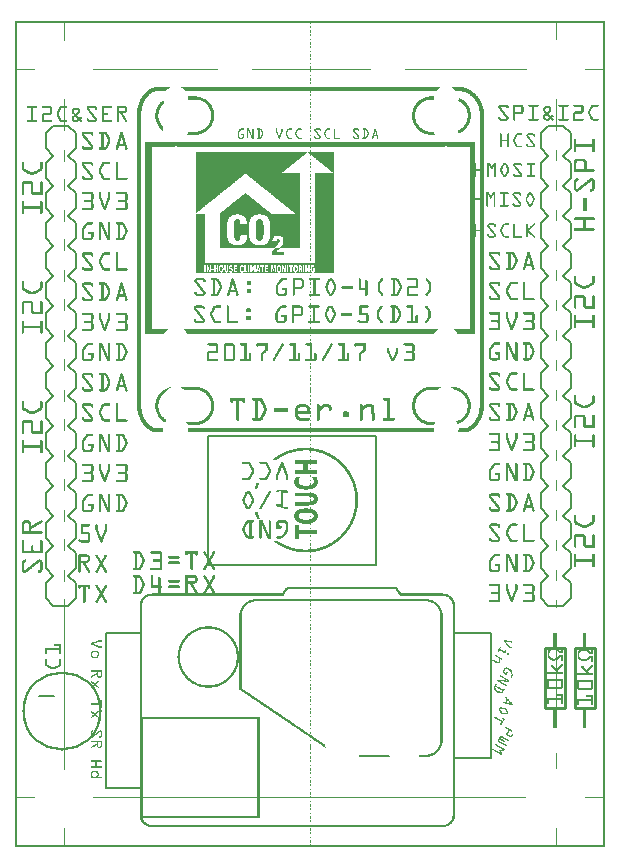
<source format=gto>
G04 MADE WITH FRITZING*
G04 WWW.FRITZING.ORG*
G04 DOUBLE SIDED*
G04 HOLES PLATED*
G04 CONTOUR ON CENTER OF CONTOUR VECTOR*
%ASAXBY*%
%FSLAX23Y23*%
%MOIN*%
%OFA0B0*%
%SFA1.0B1.0*%
%ADD10C,0.263906X0.247906*%
%ADD11R,0.567756X0.433070X0.556662X0.421976*%
%ADD12C,0.005547*%
%ADD13R,0.125732X0.523710X0.110084X0.508062*%
%ADD14C,0.007824*%
%ADD15R,0.129200X0.425298X0.113552X0.409650*%
%ADD16C,0.008000*%
%ADD17C,0.010000*%
%ADD18R,0.001000X0.001000*%
%LNSILK1*%
G90*
G70*
G54D10*
X156Y456D03*
G54D12*
X642Y1370D02*
X1204Y1370D01*
X1204Y942D01*
X642Y942D01*
X642Y1370D01*
D02*
G54D14*
X302Y715D02*
X420Y715D01*
X420Y199D01*
X302Y199D01*
X302Y715D01*
D02*
X1464Y715D02*
X1586Y715D01*
X1586Y298D01*
X1464Y298D01*
X1464Y715D01*
D02*
G54D16*
X131Y506D02*
X81Y506D01*
G54D17*
D02*
X1866Y465D02*
X1866Y665D01*
D02*
X1866Y665D02*
X1932Y665D01*
D02*
X1932Y665D02*
X1932Y465D01*
D02*
X1932Y465D02*
X1866Y465D01*
D02*
X1766Y465D02*
X1766Y665D01*
D02*
X1766Y665D02*
X1832Y665D01*
D02*
X1832Y665D02*
X1832Y465D01*
D02*
X1832Y465D02*
X1766Y465D01*
G54D16*
D02*
X127Y1306D02*
X102Y1331D01*
D02*
X102Y1331D02*
X102Y1381D01*
D02*
X102Y1381D02*
X127Y1406D01*
D02*
X177Y1406D02*
X202Y1381D01*
D02*
X202Y1381D02*
X202Y1331D01*
D02*
X202Y1331D02*
X177Y1306D01*
D02*
X102Y1131D02*
X102Y1181D01*
D02*
X102Y1181D02*
X127Y1206D01*
D02*
X177Y1206D02*
X202Y1181D01*
D02*
X127Y1206D02*
X102Y1231D01*
D02*
X102Y1231D02*
X102Y1281D01*
D02*
X102Y1281D02*
X127Y1306D01*
D02*
X177Y1306D02*
X202Y1281D01*
D02*
X202Y1281D02*
X202Y1231D01*
D02*
X202Y1231D02*
X177Y1206D01*
D02*
X127Y1006D02*
X102Y1031D01*
D02*
X102Y1031D02*
X102Y1081D01*
D02*
X102Y1081D02*
X127Y1106D01*
D02*
X177Y1106D02*
X202Y1081D01*
D02*
X202Y1081D02*
X202Y1031D01*
D02*
X202Y1031D02*
X177Y1006D01*
D02*
X102Y1131D02*
X127Y1106D01*
D02*
X177Y1106D02*
X202Y1131D01*
D02*
X202Y1181D02*
X202Y1131D01*
D02*
X102Y831D02*
X102Y881D01*
D02*
X102Y881D02*
X127Y906D01*
D02*
X177Y906D02*
X202Y881D01*
D02*
X127Y906D02*
X102Y931D01*
D02*
X102Y931D02*
X102Y981D01*
D02*
X102Y981D02*
X127Y1006D01*
D02*
X177Y1006D02*
X202Y981D01*
D02*
X202Y981D02*
X202Y931D01*
D02*
X202Y931D02*
X177Y906D01*
D02*
X127Y806D02*
X177Y806D01*
D02*
X102Y831D02*
X127Y806D01*
D02*
X177Y806D02*
X202Y831D01*
D02*
X202Y881D02*
X202Y831D01*
D02*
X127Y1906D02*
X102Y1931D01*
D02*
X102Y1931D02*
X102Y1981D01*
D02*
X102Y1981D02*
X127Y2006D01*
D02*
X177Y2006D02*
X202Y1981D01*
D02*
X202Y1981D02*
X202Y1931D01*
D02*
X202Y1931D02*
X177Y1906D01*
D02*
X102Y1731D02*
X102Y1781D01*
D02*
X102Y1781D02*
X127Y1806D01*
D02*
X177Y1806D02*
X202Y1781D01*
D02*
X127Y1806D02*
X102Y1831D01*
D02*
X102Y1831D02*
X102Y1881D01*
D02*
X102Y1881D02*
X127Y1906D01*
D02*
X177Y1906D02*
X202Y1881D01*
D02*
X202Y1881D02*
X202Y1831D01*
D02*
X202Y1831D02*
X177Y1806D01*
D02*
X127Y1606D02*
X102Y1631D01*
D02*
X102Y1631D02*
X102Y1681D01*
D02*
X102Y1681D02*
X127Y1706D01*
D02*
X177Y1706D02*
X202Y1681D01*
D02*
X202Y1681D02*
X202Y1631D01*
D02*
X202Y1631D02*
X177Y1606D01*
D02*
X102Y1731D02*
X127Y1706D01*
D02*
X177Y1706D02*
X202Y1731D01*
D02*
X202Y1781D02*
X202Y1731D01*
D02*
X102Y1431D02*
X102Y1481D01*
D02*
X102Y1481D02*
X127Y1506D01*
D02*
X177Y1506D02*
X202Y1481D01*
D02*
X127Y1506D02*
X102Y1531D01*
D02*
X102Y1531D02*
X102Y1581D01*
D02*
X102Y1581D02*
X127Y1606D01*
D02*
X177Y1606D02*
X202Y1581D01*
D02*
X202Y1581D02*
X202Y1531D01*
D02*
X202Y1531D02*
X177Y1506D01*
D02*
X102Y1431D02*
X127Y1406D01*
D02*
X177Y1406D02*
X202Y1431D01*
D02*
X202Y1481D02*
X202Y1431D01*
D02*
X127Y2306D02*
X102Y2331D01*
D02*
X102Y2331D02*
X102Y2381D01*
D02*
X102Y2381D02*
X127Y2406D01*
D02*
X177Y2406D02*
X202Y2381D01*
D02*
X202Y2381D02*
X202Y2331D01*
D02*
X202Y2331D02*
X177Y2306D01*
D02*
X102Y2131D02*
X102Y2181D01*
D02*
X102Y2181D02*
X127Y2206D01*
D02*
X177Y2206D02*
X202Y2181D01*
D02*
X127Y2206D02*
X102Y2231D01*
D02*
X102Y2231D02*
X102Y2281D01*
D02*
X102Y2281D02*
X127Y2306D01*
D02*
X177Y2306D02*
X202Y2281D01*
D02*
X202Y2281D02*
X202Y2231D01*
D02*
X202Y2231D02*
X177Y2206D01*
D02*
X127Y2006D02*
X102Y2031D01*
D02*
X102Y2031D02*
X102Y2081D01*
D02*
X102Y2081D02*
X127Y2106D01*
D02*
X177Y2106D02*
X202Y2081D01*
D02*
X202Y2081D02*
X202Y2031D01*
D02*
X202Y2031D02*
X177Y2006D01*
D02*
X102Y2131D02*
X127Y2106D01*
D02*
X177Y2106D02*
X202Y2131D01*
D02*
X202Y2181D02*
X202Y2131D01*
D02*
X102Y1981D02*
X127Y2006D01*
D02*
X177Y2006D02*
X202Y1981D01*
D02*
X127Y2406D02*
X177Y2406D01*
D02*
X1778Y1306D02*
X1753Y1331D01*
D02*
X1753Y1331D02*
X1753Y1381D01*
D02*
X1753Y1381D02*
X1778Y1406D01*
D02*
X1828Y1406D02*
X1853Y1381D01*
D02*
X1853Y1381D02*
X1853Y1331D01*
D02*
X1853Y1331D02*
X1828Y1306D01*
D02*
X1753Y1131D02*
X1753Y1181D01*
D02*
X1753Y1181D02*
X1778Y1206D01*
D02*
X1828Y1206D02*
X1853Y1181D01*
D02*
X1778Y1206D02*
X1753Y1231D01*
D02*
X1753Y1231D02*
X1753Y1281D01*
D02*
X1753Y1281D02*
X1778Y1306D01*
D02*
X1828Y1306D02*
X1853Y1281D01*
D02*
X1853Y1281D02*
X1853Y1231D01*
D02*
X1853Y1231D02*
X1828Y1206D01*
D02*
X1778Y1006D02*
X1753Y1031D01*
D02*
X1753Y1031D02*
X1753Y1081D01*
D02*
X1753Y1081D02*
X1778Y1106D01*
D02*
X1828Y1106D02*
X1853Y1081D01*
D02*
X1853Y1081D02*
X1853Y1031D01*
D02*
X1853Y1031D02*
X1828Y1006D01*
D02*
X1753Y1131D02*
X1778Y1106D01*
D02*
X1828Y1106D02*
X1853Y1131D01*
D02*
X1853Y1181D02*
X1853Y1131D01*
D02*
X1753Y831D02*
X1753Y881D01*
D02*
X1753Y881D02*
X1778Y906D01*
D02*
X1828Y906D02*
X1853Y881D01*
D02*
X1778Y906D02*
X1753Y931D01*
D02*
X1753Y931D02*
X1753Y981D01*
D02*
X1753Y981D02*
X1778Y1006D01*
D02*
X1828Y1006D02*
X1853Y981D01*
D02*
X1853Y981D02*
X1853Y931D01*
D02*
X1853Y931D02*
X1828Y906D01*
D02*
X1778Y806D02*
X1828Y806D01*
D02*
X1753Y831D02*
X1778Y806D01*
D02*
X1828Y806D02*
X1853Y831D01*
D02*
X1853Y881D02*
X1853Y831D01*
D02*
X1778Y1906D02*
X1753Y1931D01*
D02*
X1753Y1931D02*
X1753Y1981D01*
D02*
X1753Y1981D02*
X1778Y2006D01*
D02*
X1828Y2006D02*
X1853Y1981D01*
D02*
X1853Y1981D02*
X1853Y1931D01*
D02*
X1853Y1931D02*
X1828Y1906D01*
D02*
X1753Y1731D02*
X1753Y1781D01*
D02*
X1753Y1781D02*
X1778Y1806D01*
D02*
X1828Y1806D02*
X1853Y1781D01*
D02*
X1778Y1806D02*
X1753Y1831D01*
D02*
X1753Y1831D02*
X1753Y1881D01*
D02*
X1753Y1881D02*
X1778Y1906D01*
D02*
X1828Y1906D02*
X1853Y1881D01*
D02*
X1853Y1881D02*
X1853Y1831D01*
D02*
X1853Y1831D02*
X1828Y1806D01*
D02*
X1778Y1606D02*
X1753Y1631D01*
D02*
X1753Y1631D02*
X1753Y1681D01*
D02*
X1753Y1681D02*
X1778Y1706D01*
D02*
X1828Y1706D02*
X1853Y1681D01*
D02*
X1853Y1681D02*
X1853Y1631D01*
D02*
X1853Y1631D02*
X1828Y1606D01*
D02*
X1753Y1731D02*
X1778Y1706D01*
D02*
X1828Y1706D02*
X1853Y1731D01*
D02*
X1853Y1781D02*
X1853Y1731D01*
D02*
X1753Y1431D02*
X1753Y1481D01*
D02*
X1753Y1481D02*
X1778Y1506D01*
D02*
X1828Y1506D02*
X1853Y1481D01*
D02*
X1778Y1506D02*
X1753Y1531D01*
D02*
X1753Y1531D02*
X1753Y1581D01*
D02*
X1753Y1581D02*
X1778Y1606D01*
D02*
X1828Y1606D02*
X1853Y1581D01*
D02*
X1853Y1581D02*
X1853Y1531D01*
D02*
X1853Y1531D02*
X1828Y1506D01*
D02*
X1753Y1431D02*
X1778Y1406D01*
D02*
X1828Y1406D02*
X1853Y1431D01*
D02*
X1853Y1481D02*
X1853Y1431D01*
D02*
X1778Y2306D02*
X1753Y2331D01*
D02*
X1753Y2331D02*
X1753Y2381D01*
D02*
X1753Y2381D02*
X1778Y2406D01*
D02*
X1828Y2406D02*
X1853Y2381D01*
D02*
X1853Y2381D02*
X1853Y2331D01*
D02*
X1853Y2331D02*
X1828Y2306D01*
D02*
X1753Y2131D02*
X1753Y2181D01*
D02*
X1753Y2181D02*
X1778Y2206D01*
D02*
X1828Y2206D02*
X1853Y2181D01*
D02*
X1778Y2206D02*
X1753Y2231D01*
D02*
X1753Y2231D02*
X1753Y2281D01*
D02*
X1753Y2281D02*
X1778Y2306D01*
D02*
X1828Y2306D02*
X1853Y2281D01*
D02*
X1853Y2281D02*
X1853Y2231D01*
D02*
X1853Y2231D02*
X1828Y2206D01*
D02*
X1778Y2006D02*
X1753Y2031D01*
D02*
X1753Y2031D02*
X1753Y2081D01*
D02*
X1753Y2081D02*
X1778Y2106D01*
D02*
X1828Y2106D02*
X1853Y2081D01*
D02*
X1853Y2081D02*
X1853Y2031D01*
D02*
X1853Y2031D02*
X1828Y2006D01*
D02*
X1753Y2131D02*
X1778Y2106D01*
D02*
X1828Y2106D02*
X1853Y2131D01*
D02*
X1853Y2181D02*
X1853Y2131D01*
D02*
X1753Y1981D02*
X1778Y2006D01*
D02*
X1828Y2006D02*
X1853Y1981D01*
D02*
X1778Y2406D02*
X1828Y2406D01*
G36*
X976Y2317D02*
X976Y2317D01*
X977Y2317D01*
X977Y2316D01*
X978Y2316D01*
X978Y2316D01*
X978Y2316D01*
X978Y2315D01*
X979Y2315D01*
X979Y2315D01*
X979Y2315D01*
X979Y2314D01*
X980Y2314D01*
X980Y2314D01*
X980Y2314D01*
X980Y2313D01*
X981Y2313D01*
X981Y2313D01*
X981Y2313D01*
X981Y2313D01*
X982Y2313D01*
X982Y2312D01*
X983Y2312D01*
X983Y2312D01*
X983Y2312D01*
X983Y2311D01*
X984Y2311D01*
X984Y2311D01*
X984Y2311D01*
X984Y2310D01*
X985Y2310D01*
X985Y2310D01*
X986Y2310D01*
X986Y2309D01*
X986Y2309D01*
X986Y2309D01*
X986Y2309D01*
X986Y2308D01*
X987Y2308D01*
X987Y2308D01*
X988Y2308D01*
X988Y2307D01*
X988Y2307D01*
X988Y2307D01*
X989Y2307D01*
X989Y2307D01*
X990Y2307D01*
X990Y2306D01*
X990Y2306D01*
X990Y2306D01*
X991Y2306D01*
X991Y2305D01*
X991Y2305D01*
X991Y2305D01*
X992Y2305D01*
X992Y2304D01*
X992Y2304D01*
X992Y2304D01*
X993Y2304D01*
X993Y2303D01*
X993Y2303D01*
X993Y2303D01*
X994Y2303D01*
X994Y2302D01*
X995Y2302D01*
X995Y2302D01*
X995Y2302D01*
X995Y2301D01*
X996Y2301D01*
X996Y2301D01*
X997Y2301D01*
X997Y2301D01*
X997Y2301D01*
X997Y2300D01*
X998Y2300D01*
X998Y2300D01*
X998Y2300D01*
X998Y2299D01*
X999Y2299D01*
X999Y2299D01*
X999Y2299D01*
X999Y2298D01*
X1000Y2298D01*
X1000Y2298D01*
X1000Y2298D01*
X1000Y2297D01*
X1001Y2297D01*
X1001Y2297D01*
X1002Y2297D01*
X1002Y2296D01*
X1002Y2296D01*
X1002Y2296D01*
X1003Y2296D01*
X1003Y2295D01*
X1003Y2295D01*
X1003Y2295D01*
X1004Y2295D01*
X1004Y2295D01*
X1004Y2295D01*
X1004Y2294D01*
X1005Y2294D01*
X1005Y2294D01*
X1005Y2294D01*
X1005Y2293D01*
X1006Y2293D01*
X1006Y2293D01*
X1007Y2293D01*
X1007Y2292D01*
X1007Y2292D01*
X1007Y2292D01*
X1008Y2292D01*
X1008Y2291D01*
X1009Y2291D01*
X1009Y2291D01*
X1009Y2291D01*
X1009Y2290D01*
X1009Y2290D01*
X1009Y2290D01*
X1010Y2290D01*
X1010Y2290D01*
X1011Y2290D01*
X1011Y2289D01*
X1011Y2289D01*
X1011Y2289D01*
X1012Y2289D01*
X1012Y2288D01*
X1012Y2288D01*
X1012Y2288D01*
X1013Y2288D01*
X1013Y2287D01*
X1014Y2287D01*
X1014Y2287D01*
X1014Y2287D01*
X1014Y2286D01*
X1015Y2286D01*
X1015Y2286D01*
X1015Y2286D01*
X1015Y2285D01*
X1016Y2285D01*
X1016Y2285D01*
X1016Y2285D01*
X1016Y2284D01*
X1017Y2284D01*
X1017Y2284D01*
X1018Y2284D01*
X1018Y2284D01*
X1018Y2284D01*
X1018Y2283D01*
X1019Y2283D01*
X1019Y2283D01*
X1019Y2283D01*
X1019Y2282D01*
X1020Y2282D01*
X1020Y2282D01*
X1021Y2282D01*
X1021Y2281D01*
X1021Y2281D01*
X1021Y2281D01*
X1021Y2281D01*
X1021Y2280D01*
X1022Y2280D01*
X1022Y2280D01*
X1023Y2280D01*
X1023Y2279D01*
X1023Y2279D01*
X1023Y2279D01*
X1024Y2279D01*
X1024Y2278D01*
X1024Y2278D01*
X1024Y2278D01*
X1025Y2278D01*
X1025Y2278D01*
X1026Y2278D01*
X1026Y2277D01*
X1026Y2277D01*
X1026Y2277D01*
X1026Y2277D01*
X1026Y2276D01*
X1027Y2276D01*
X1027Y2276D01*
X1028Y2276D01*
X1028Y2275D01*
X1028Y2275D01*
X1028Y2275D01*
X1029Y2275D01*
X1029Y2274D01*
X1030Y2274D01*
X1030Y2274D01*
X1030Y2274D01*
X1030Y2273D01*
X1031Y2273D01*
X1031Y2273D01*
X1031Y2273D01*
X1031Y2272D01*
X1032Y2272D01*
X1032Y2272D01*
X1032Y2272D01*
X1032Y2272D01*
X1033Y2272D01*
X1033Y2271D01*
X1033Y2271D01*
X1033Y2271D01*
X1034Y2271D01*
X1034Y2270D01*
X1035Y2270D01*
X1035Y2270D01*
X1035Y2270D01*
X1035Y2269D01*
X1036Y2269D01*
X1036Y2269D01*
X1037Y2269D01*
X1037Y2268D01*
X1037Y2268D01*
X1037Y2268D01*
X1038Y2268D01*
X1038Y2267D01*
X1038Y2267D01*
X1038Y2267D01*
X1039Y2267D01*
X1039Y2267D01*
X1039Y2267D01*
X1039Y2266D01*
X1040Y2266D01*
X1040Y2266D01*
X1040Y2266D01*
X1040Y2265D01*
X1041Y2265D01*
X1041Y2265D01*
X1042Y2265D01*
X1042Y2264D01*
X1042Y2264D01*
X1042Y2264D01*
X1043Y2264D01*
X1043Y2263D01*
X1044Y2263D01*
X1044Y2263D01*
X1044Y2263D01*
X1044Y2262D01*
X1044Y2262D01*
X1044Y2262D01*
X1045Y2262D01*
X1045Y2261D01*
X1045Y2261D01*
X1045Y2261D01*
X1046Y2261D01*
X1046Y2261D01*
X1047Y2261D01*
X1047Y2260D01*
X1047Y2260D01*
X1047Y2260D01*
X1048Y2260D01*
X1048Y2259D01*
X1049Y2259D01*
X1049Y2259D01*
X1049Y2259D01*
X1049Y2258D01*
X1049Y2258D01*
X1049Y2258D01*
X1050Y2258D01*
X1050Y2257D01*
X1051Y2257D01*
X1051Y2257D01*
X1051Y2257D01*
X1051Y2256D01*
X1052Y2256D01*
X1052Y2256D01*
X1052Y2256D01*
X1052Y2255D01*
X1053Y2255D01*
X1053Y2255D01*
X1054Y2255D01*
X1054Y2255D01*
X1054Y2255D01*
X1054Y2254D01*
X1055Y2254D01*
X1055Y2254D01*
X1055Y2254D01*
X1055Y2253D01*
X1056Y2253D01*
X1056Y2253D01*
X1056Y2253D01*
X1056Y2252D01*
X1057Y2252D01*
X1057Y2252D01*
X1058Y2252D01*
X1058Y2251D01*
X1058Y2251D01*
X1058Y2251D01*
X1059Y2251D01*
X1059Y2250D01*
X1059Y2250D01*
X1059Y2250D01*
X1060Y2250D01*
X1060Y2249D01*
X1061Y2249D01*
X1061Y2249D01*
X1061Y2249D01*
X1061Y2249D01*
X1061Y2249D01*
X1061Y2248D01*
X1062Y2248D01*
X1062Y2248D01*
X1063Y2248D01*
X1063Y2317D01*
X976Y2317D01*
G37*
D02*
G36*
X603Y2317D02*
X603Y2246D01*
X769Y2246D01*
X769Y2245D01*
X770Y2245D01*
X770Y2245D01*
X770Y2245D01*
X770Y2244D01*
X771Y2244D01*
X771Y2244D01*
X772Y2244D01*
X772Y2244D01*
X772Y2244D01*
X772Y2243D01*
X773Y2243D01*
X773Y2243D01*
X773Y2243D01*
X773Y2242D01*
X774Y2242D01*
X774Y2242D01*
X774Y2242D01*
X774Y2241D01*
X775Y2241D01*
X775Y2241D01*
X775Y2241D01*
X775Y2240D01*
X776Y2240D01*
X776Y2240D01*
X777Y2240D01*
X777Y2239D01*
X777Y2239D01*
X777Y2239D01*
X778Y2239D01*
X778Y2238D01*
X778Y2238D01*
X778Y2238D01*
X779Y2238D01*
X779Y2238D01*
X779Y2238D01*
X779Y2237D01*
X780Y2237D01*
X780Y2237D01*
X780Y2237D01*
X780Y2236D01*
X781Y2236D01*
X781Y2236D01*
X782Y2236D01*
X782Y2235D01*
X782Y2235D01*
X782Y2235D01*
X783Y2235D01*
X783Y2234D01*
X784Y2234D01*
X784Y2234D01*
X784Y2234D01*
X784Y2233D01*
X785Y2233D01*
X785Y2233D01*
X785Y2233D01*
X785Y2232D01*
X786Y2232D01*
X786Y2232D01*
X786Y2232D01*
X786Y2232D01*
X787Y2232D01*
X787Y2231D01*
X787Y2231D01*
X787Y2231D01*
X788Y2231D01*
X788Y2230D01*
X789Y2230D01*
X789Y2230D01*
X789Y2230D01*
X789Y2229D01*
X790Y2229D01*
X790Y2229D01*
X791Y2229D01*
X791Y2228D01*
X791Y2228D01*
X791Y2228D01*
X791Y2228D01*
X791Y2227D01*
X792Y2227D01*
X792Y2227D01*
X793Y2227D01*
X793Y2226D01*
X793Y2226D01*
X793Y2226D01*
X794Y2226D01*
X794Y2226D01*
X794Y2226D01*
X794Y2225D01*
X795Y2225D01*
X795Y2225D01*
X796Y2225D01*
X796Y2224D01*
X796Y2224D01*
X796Y2224D01*
X796Y2224D01*
X796Y2223D01*
X797Y2223D01*
X797Y2223D01*
X798Y2223D01*
X798Y2222D01*
X798Y2222D01*
X798Y2222D01*
X799Y2222D01*
X799Y2221D01*
X799Y2221D01*
X799Y2221D01*
X800Y2221D01*
X800Y2221D01*
X801Y2221D01*
X801Y2220D01*
X801Y2220D01*
X801Y2220D01*
X802Y2220D01*
X802Y2219D01*
X802Y2219D01*
X802Y2219D01*
X803Y2219D01*
X803Y2218D01*
X803Y2218D01*
X803Y2218D01*
X804Y2218D01*
X804Y2217D01*
X805Y2217D01*
X805Y2217D01*
X805Y2217D01*
X805Y2216D01*
X806Y2216D01*
X806Y2216D01*
X806Y2216D01*
X806Y2215D01*
X807Y2215D01*
X807Y2215D01*
X808Y2215D01*
X808Y2215D01*
X808Y2215D01*
X808Y2214D01*
X808Y2214D01*
X808Y2214D01*
X809Y2214D01*
X809Y2213D01*
X810Y2213D01*
X810Y2213D01*
X810Y2213D01*
X810Y2212D01*
X811Y2212D01*
X811Y2212D01*
X812Y2212D01*
X812Y2211D01*
X812Y2211D01*
X812Y2211D01*
X813Y2211D01*
X813Y2210D01*
X813Y2210D01*
X813Y2210D01*
X814Y2210D01*
X814Y2209D01*
X814Y2209D01*
X814Y2209D01*
X815Y2209D01*
X815Y2209D01*
X815Y2209D01*
X815Y2208D01*
X816Y2208D01*
X816Y2208D01*
X817Y2208D01*
X817Y2207D01*
X817Y2207D01*
X817Y2207D01*
X818Y2207D01*
X818Y2206D01*
X819Y2206D01*
X819Y2206D01*
X819Y2206D01*
X819Y2205D01*
X819Y2205D01*
X819Y2205D01*
X820Y2205D01*
X820Y2204D01*
X820Y2204D01*
X820Y2204D01*
X821Y2204D01*
X821Y2203D01*
X822Y2203D01*
X822Y2203D01*
X822Y2203D01*
X822Y2203D01*
X823Y2203D01*
X823Y2202D01*
X824Y2202D01*
X824Y2202D01*
X824Y2202D01*
X824Y2201D01*
X825Y2201D01*
X825Y2201D01*
X825Y2201D01*
X825Y2200D01*
X826Y2200D01*
X826Y2200D01*
X826Y2200D01*
X826Y2199D01*
X827Y2199D01*
X827Y2199D01*
X827Y2199D01*
X827Y2198D01*
X828Y2198D01*
X828Y2198D01*
X829Y2198D01*
X829Y2198D01*
X829Y2198D01*
X829Y2197D01*
X830Y2197D01*
X830Y2197D01*
X831Y2197D01*
X831Y2196D01*
X831Y2196D01*
X831Y2196D01*
X831Y2196D01*
X831Y2195D01*
X832Y2195D01*
X832Y2195D01*
X833Y2195D01*
X833Y2194D01*
X833Y2194D01*
X833Y2194D01*
X834Y2194D01*
X834Y2193D01*
X834Y2193D01*
X834Y2193D01*
X835Y2193D01*
X835Y2192D01*
X836Y2192D01*
X836Y2192D01*
X836Y2192D01*
X836Y2192D01*
X837Y2192D01*
X837Y2191D01*
X837Y2191D01*
X837Y2191D01*
X838Y2191D01*
X838Y2190D01*
X838Y2190D01*
X838Y2190D01*
X839Y2190D01*
X839Y2189D01*
X840Y2189D01*
X840Y2189D01*
X840Y2189D01*
X840Y2188D01*
X841Y2188D01*
X841Y2188D01*
X841Y2188D01*
X841Y2187D01*
X842Y2187D01*
X842Y2187D01*
X842Y2187D01*
X842Y2186D01*
X843Y2186D01*
X843Y2186D01*
X843Y2186D01*
X843Y2186D01*
X844Y2186D01*
X844Y2185D01*
X845Y2185D01*
X845Y2185D01*
X845Y2185D01*
X845Y2184D01*
X846Y2184D01*
X846Y2184D01*
X846Y2184D01*
X846Y2183D01*
X847Y2183D01*
X847Y2183D01*
X848Y2183D01*
X848Y2182D01*
X848Y2182D01*
X848Y2182D01*
X848Y2182D01*
X848Y2181D01*
X849Y2181D01*
X849Y2181D01*
X850Y2181D01*
X850Y2180D01*
X850Y2180D01*
X850Y2180D01*
X851Y2180D01*
X851Y2180D01*
X852Y2180D01*
X852Y2179D01*
X852Y2179D01*
X852Y2179D01*
X853Y2179D01*
X853Y2178D01*
X853Y2178D01*
X853Y2178D01*
X854Y2178D01*
X854Y2177D01*
X854Y2177D01*
X854Y2177D01*
X855Y2177D01*
X855Y2176D01*
X855Y2176D01*
X855Y2176D01*
X856Y2176D01*
X856Y2175D01*
X857Y2175D01*
X857Y2175D01*
X857Y2175D01*
X857Y2175D01*
X858Y2175D01*
X858Y2174D01*
X859Y2174D01*
X859Y2174D01*
X859Y2174D01*
X859Y2173D01*
X860Y2173D01*
X860Y2173D01*
X860Y2173D01*
X860Y2172D01*
X861Y2172D01*
X861Y2172D01*
X861Y2172D01*
X861Y2171D01*
X862Y2171D01*
X862Y2171D01*
X862Y2171D01*
X862Y2170D01*
X863Y2170D01*
X863Y2170D01*
X864Y2170D01*
X864Y2169D01*
X864Y2169D01*
X864Y2169D01*
X865Y2169D01*
X865Y2169D01*
X865Y2169D01*
X865Y2168D01*
X866Y2168D01*
X866Y2168D01*
X866Y2168D01*
X866Y2167D01*
X867Y2167D01*
X867Y2167D01*
X867Y2167D01*
X867Y2166D01*
X868Y2166D01*
X868Y2166D01*
X869Y2166D01*
X869Y2165D01*
X869Y2165D01*
X869Y2165D01*
X870Y2165D01*
X870Y2164D01*
X871Y2164D01*
X871Y2164D01*
X871Y2164D01*
X871Y2163D01*
X871Y2163D01*
X871Y2163D01*
X872Y2163D01*
X872Y2163D01*
X873Y2163D01*
X873Y2162D01*
X873Y2162D01*
X873Y2162D01*
X874Y2162D01*
X874Y2161D01*
X874Y2161D01*
X874Y2161D01*
X875Y2161D01*
X875Y2160D01*
X876Y2160D01*
X876Y2160D01*
X876Y2160D01*
X876Y2159D01*
X877Y2159D01*
X877Y2159D01*
X877Y2159D01*
X877Y2158D01*
X878Y2158D01*
X878Y2158D01*
X878Y2158D01*
X878Y2157D01*
X879Y2157D01*
X879Y2157D01*
X880Y2157D01*
X880Y2157D01*
X880Y2157D01*
X880Y2156D01*
X881Y2156D01*
X881Y2156D01*
X881Y2156D01*
X881Y2155D01*
X882Y2155D01*
X882Y2155D01*
X883Y2155D01*
X883Y2154D01*
X883Y2154D01*
X883Y2154D01*
X883Y2154D01*
X883Y2153D01*
X884Y2153D01*
X884Y2153D01*
X885Y2153D01*
X885Y2152D01*
X885Y2152D01*
X885Y2152D01*
X886Y2152D01*
X886Y2152D01*
X886Y2152D01*
X886Y2151D01*
X887Y2151D01*
X887Y2151D01*
X888Y2151D01*
X888Y2150D01*
X888Y2150D01*
X888Y2150D01*
X888Y2150D01*
X888Y2149D01*
X889Y2149D01*
X889Y2149D01*
X890Y2149D01*
X890Y2148D01*
X890Y2148D01*
X890Y2148D01*
X891Y2148D01*
X891Y2147D01*
X892Y2147D01*
X892Y2147D01*
X892Y2147D01*
X892Y2146D01*
X893Y2146D01*
X893Y2146D01*
X893Y2146D01*
X893Y2146D01*
X894Y2146D01*
X894Y2145D01*
X894Y2145D01*
X894Y2145D01*
X895Y2145D01*
X895Y2144D01*
X895Y2144D01*
X895Y2144D01*
X896Y2144D01*
X896Y2143D01*
X897Y2143D01*
X897Y2143D01*
X897Y2143D01*
X897Y2142D01*
X898Y2142D01*
X898Y2142D01*
X899Y2142D01*
X899Y2141D01*
X899Y2141D01*
X899Y2141D01*
X900Y2141D01*
X900Y2140D01*
X900Y2140D01*
X900Y2140D01*
X901Y2140D01*
X901Y2140D01*
X901Y2140D01*
X901Y2139D01*
X902Y2139D01*
X902Y2139D01*
X902Y2139D01*
X902Y2138D01*
X903Y2138D01*
X903Y2138D01*
X904Y2138D01*
X904Y2137D01*
X904Y2137D01*
X904Y2137D01*
X905Y2137D01*
X905Y2136D01*
X905Y2136D01*
X905Y2136D01*
X906Y2136D01*
X906Y2135D01*
X906Y2135D01*
X906Y2135D01*
X907Y2135D01*
X907Y2134D01*
X907Y2134D01*
X907Y2134D01*
X908Y2134D01*
X908Y2134D01*
X909Y2134D01*
X909Y2133D01*
X909Y2133D01*
X909Y2133D01*
X910Y2133D01*
X910Y2132D01*
X911Y2132D01*
X911Y2132D01*
X911Y2132D01*
X911Y2131D01*
X911Y2131D01*
X911Y2131D01*
X912Y2131D01*
X912Y2130D01*
X913Y2130D01*
X913Y2130D01*
X913Y2130D01*
X913Y2129D01*
X914Y2129D01*
X914Y2129D01*
X914Y2129D01*
X914Y2129D01*
X915Y2129D01*
X915Y2128D01*
X916Y2128D01*
X916Y2128D01*
X916Y2128D01*
X916Y2127D01*
X917Y2127D01*
X917Y2127D01*
X917Y2127D01*
X917Y2126D01*
X918Y2126D01*
X918Y2126D01*
X918Y2126D01*
X918Y2125D01*
X919Y2125D01*
X919Y2125D01*
X920Y2125D01*
X920Y2124D01*
X920Y2124D01*
X920Y2124D01*
X921Y2124D01*
X921Y2123D01*
X921Y2123D01*
X921Y2123D01*
X922Y2123D01*
X922Y2123D01*
X923Y2123D01*
X923Y2122D01*
X923Y2122D01*
X923Y2122D01*
X923Y2122D01*
X923Y2121D01*
X924Y2121D01*
X924Y2121D01*
X925Y2121D01*
X925Y2120D01*
X925Y2120D01*
X925Y2120D01*
X926Y2120D01*
X926Y2119D01*
X926Y2119D01*
X926Y2119D01*
X927Y2119D01*
X927Y2118D01*
X928Y2118D01*
X928Y2118D01*
X928Y2118D01*
X928Y2117D01*
X929Y2117D01*
X929Y2117D01*
X929Y2117D01*
X929Y2117D01*
X930Y2117D01*
X930Y2116D01*
X930Y2116D01*
X930Y2116D01*
X931Y2116D01*
X931Y2115D01*
X932Y2115D01*
X932Y2115D01*
X932Y2115D01*
X932Y2114D01*
X933Y2114D01*
X933Y2114D01*
X933Y2114D01*
X933Y2113D01*
X934Y2113D01*
X934Y2112D01*
X951Y2112D01*
X951Y2247D01*
X888Y2247D01*
X888Y2247D01*
X888Y2247D01*
X888Y2248D01*
X889Y2248D01*
X889Y2248D01*
X889Y2248D01*
X889Y2249D01*
X890Y2249D01*
X890Y2249D01*
X891Y2249D01*
X891Y2249D01*
X891Y2249D01*
X891Y2250D01*
X892Y2250D01*
X892Y2250D01*
X893Y2250D01*
X893Y2251D01*
X893Y2251D01*
X893Y2251D01*
X894Y2251D01*
X894Y2252D01*
X894Y2252D01*
X894Y2252D01*
X895Y2252D01*
X895Y2253D01*
X895Y2253D01*
X895Y2253D01*
X896Y2253D01*
X896Y2254D01*
X896Y2254D01*
X896Y2254D01*
X897Y2254D01*
X897Y2255D01*
X898Y2255D01*
X898Y2255D01*
X898Y2255D01*
X898Y2255D01*
X899Y2255D01*
X899Y2256D01*
X900Y2256D01*
X900Y2256D01*
X900Y2256D01*
X900Y2257D01*
X900Y2257D01*
X900Y2257D01*
X901Y2257D01*
X901Y2258D01*
X902Y2258D01*
X902Y2258D01*
X902Y2258D01*
X902Y2259D01*
X903Y2259D01*
X903Y2259D01*
X903Y2259D01*
X903Y2260D01*
X904Y2260D01*
X904Y2260D01*
X905Y2260D01*
X905Y2261D01*
X905Y2261D01*
X905Y2261D01*
X906Y2261D01*
X906Y2261D01*
X906Y2261D01*
X906Y2262D01*
X907Y2262D01*
X907Y2262D01*
X907Y2262D01*
X907Y2263D01*
X908Y2263D01*
X908Y2263D01*
X908Y2263D01*
X908Y2264D01*
X909Y2264D01*
X909Y2264D01*
X910Y2264D01*
X910Y2265D01*
X910Y2265D01*
X910Y2265D01*
X911Y2265D01*
X911Y2266D01*
X911Y2266D01*
X911Y2266D01*
X912Y2266D01*
X912Y2267D01*
X912Y2267D01*
X912Y2267D01*
X913Y2267D01*
X913Y2267D01*
X914Y2267D01*
X914Y2268D01*
X914Y2268D01*
X914Y2268D01*
X915Y2268D01*
X915Y2269D01*
X915Y2269D01*
X915Y2269D01*
X916Y2269D01*
X916Y2270D01*
X917Y2270D01*
X917Y2270D01*
X917Y2270D01*
X917Y2271D01*
X917Y2271D01*
X917Y2271D01*
X918Y2271D01*
X918Y2272D01*
X919Y2272D01*
X919Y2272D01*
X919Y2272D01*
X919Y2272D01*
X920Y2272D01*
X920Y2273D01*
X921Y2273D01*
X921Y2273D01*
X921Y2273D01*
X921Y2274D01*
X922Y2274D01*
X922Y2274D01*
X922Y2274D01*
X922Y2275D01*
X923Y2275D01*
X923Y2275D01*
X923Y2275D01*
X923Y2276D01*
X924Y2276D01*
X924Y2276D01*
X924Y2276D01*
X924Y2277D01*
X925Y2277D01*
X925Y2277D01*
X926Y2277D01*
X926Y2278D01*
X926Y2278D01*
X926Y2278D01*
X927Y2278D01*
X927Y2278D01*
X928Y2278D01*
X928Y2279D01*
X928Y2279D01*
X928Y2279D01*
X929Y2279D01*
X929Y2280D01*
X929Y2280D01*
X929Y2280D01*
X929Y2280D01*
X929Y2281D01*
X930Y2281D01*
X930Y2281D01*
X931Y2281D01*
X931Y2282D01*
X931Y2282D01*
X931Y2282D01*
X932Y2282D01*
X932Y2283D01*
X933Y2283D01*
X933Y2283D01*
X933Y2283D01*
X933Y2284D01*
X934Y2284D01*
X934Y2284D01*
X934Y2284D01*
X934Y2284D01*
X935Y2284D01*
X935Y2285D01*
X935Y2285D01*
X935Y2285D01*
X936Y2285D01*
X936Y2286D01*
X936Y2286D01*
X936Y2286D01*
X937Y2286D01*
X937Y2287D01*
X938Y2287D01*
X938Y2287D01*
X938Y2287D01*
X938Y2288D01*
X939Y2288D01*
X939Y2288D01*
X940Y2288D01*
X940Y2289D01*
X940Y2289D01*
X940Y2289D01*
X940Y2289D01*
X940Y2290D01*
X941Y2290D01*
X941Y2290D01*
X942Y2290D01*
X942Y2290D01*
X942Y2290D01*
X942Y2291D01*
X943Y2291D01*
X943Y2291D01*
X943Y2291D01*
X943Y2292D01*
X944Y2292D01*
X944Y2292D01*
X945Y2292D01*
X945Y2293D01*
X945Y2293D01*
X945Y2293D01*
X946Y2293D01*
X946Y2294D01*
X946Y2294D01*
X946Y2294D01*
X947Y2294D01*
X947Y2295D01*
X947Y2295D01*
X947Y2295D01*
X948Y2295D01*
X948Y2295D01*
X949Y2295D01*
X949Y2296D01*
X949Y2296D01*
X949Y2296D01*
X950Y2296D01*
X950Y2297D01*
X950Y2297D01*
X950Y2297D01*
X951Y2297D01*
X951Y2298D01*
X952Y2298D01*
X952Y2298D01*
X952Y2298D01*
X952Y2299D01*
X952Y2299D01*
X952Y2299D01*
X953Y2299D01*
X953Y2300D01*
X954Y2300D01*
X954Y2300D01*
X954Y2300D01*
X954Y2301D01*
X955Y2301D01*
X955Y2301D01*
X955Y2301D01*
X955Y2301D01*
X956Y2301D01*
X956Y2302D01*
X957Y2302D01*
X957Y2302D01*
X957Y2302D01*
X957Y2303D01*
X957Y2303D01*
X957Y2303D01*
X958Y2303D01*
X958Y2304D01*
X959Y2304D01*
X959Y2304D01*
X959Y2304D01*
X959Y2305D01*
X960Y2305D01*
X960Y2305D01*
X961Y2305D01*
X961Y2306D01*
X961Y2306D01*
X961Y2306D01*
X962Y2306D01*
X962Y2307D01*
X962Y2307D01*
X962Y2307D01*
X963Y2307D01*
X963Y2307D01*
X963Y2307D01*
X963Y2308D01*
X964Y2308D01*
X964Y2308D01*
X964Y2308D01*
X964Y2309D01*
X965Y2309D01*
X965Y2309D01*
X966Y2309D01*
X966Y2310D01*
X966Y2310D01*
X966Y2310D01*
X967Y2310D01*
X967Y2311D01*
X968Y2311D01*
X968Y2311D01*
X968Y2311D01*
X968Y2312D01*
X969Y2312D01*
X969Y2312D01*
X969Y2312D01*
X969Y2313D01*
X970Y2313D01*
X970Y2313D01*
X970Y2313D01*
X970Y2313D01*
X971Y2313D01*
X971Y2314D01*
X971Y2314D01*
X971Y2314D01*
X972Y2314D01*
X972Y2315D01*
X973Y2315D01*
X973Y2315D01*
X973Y2315D01*
X973Y2316D01*
X974Y2316D01*
X974Y2316D01*
X974Y2316D01*
X974Y2317D01*
X975Y2317D01*
X975Y2317D01*
X603Y2317D01*
G37*
D02*
G36*
X603Y2246D02*
X603Y2113D01*
X603Y2113D01*
X603Y2114D01*
X604Y2114D01*
X604Y2114D01*
X605Y2114D01*
X605Y2115D01*
X605Y2115D01*
X605Y2115D01*
X606Y2115D01*
X606Y2116D01*
X607Y2116D01*
X607Y2116D01*
X607Y2116D01*
X607Y2117D01*
X607Y2117D01*
X607Y2117D01*
X608Y2117D01*
X608Y2117D01*
X609Y2117D01*
X609Y2118D01*
X609Y2118D01*
X609Y2118D01*
X610Y2118D01*
X610Y2119D01*
X610Y2119D01*
X610Y2119D01*
X611Y2119D01*
X611Y2120D01*
X612Y2120D01*
X612Y2120D01*
X612Y2120D01*
X612Y2121D01*
X612Y2121D01*
X612Y2121D01*
X613Y2121D01*
X613Y2122D01*
X614Y2122D01*
X614Y2122D01*
X614Y2122D01*
X614Y2123D01*
X615Y2123D01*
X615Y2123D01*
X616Y2123D01*
X616Y2123D01*
X616Y2123D01*
X616Y2124D01*
X617Y2124D01*
X617Y2124D01*
X617Y2124D01*
X617Y2125D01*
X618Y2125D01*
X618Y2125D01*
X618Y2125D01*
X618Y2126D01*
X619Y2126D01*
X619Y2126D01*
X619Y2126D01*
X619Y2127D01*
X620Y2127D01*
X620Y2127D01*
X621Y2127D01*
X621Y2128D01*
X621Y2128D01*
X621Y2128D01*
X622Y2128D01*
X622Y2129D01*
X623Y2129D01*
X623Y2129D01*
X623Y2129D01*
X623Y2129D01*
X624Y2129D01*
X624Y2130D01*
X624Y2130D01*
X624Y2130D01*
X624Y2130D01*
X624Y2131D01*
X625Y2131D01*
X625Y2131D01*
X626Y2131D01*
X626Y2132D01*
X626Y2132D01*
X626Y2132D01*
X627Y2132D01*
X627Y2133D01*
X628Y2133D01*
X628Y2133D01*
X628Y2133D01*
X628Y2134D01*
X629Y2134D01*
X629Y2134D01*
X629Y2134D01*
X629Y2134D01*
X630Y2134D01*
X630Y2135D01*
X630Y2135D01*
X630Y2135D01*
X631Y2135D01*
X631Y2136D01*
X631Y2136D01*
X631Y2136D01*
X632Y2136D01*
X632Y2137D01*
X633Y2137D01*
X633Y2137D01*
X633Y2137D01*
X633Y2138D01*
X634Y2138D01*
X634Y2138D01*
X635Y2138D01*
X635Y2139D01*
X635Y2139D01*
X635Y2139D01*
X635Y2139D01*
X635Y2140D01*
X636Y2140D01*
X636Y2140D01*
X637Y2140D01*
X637Y2140D01*
X637Y2140D01*
X637Y2141D01*
X638Y2141D01*
X638Y2141D01*
X638Y2141D01*
X638Y2142D01*
X639Y2142D01*
X639Y2142D01*
X640Y2142D01*
X640Y2143D01*
X640Y2143D01*
X640Y2143D01*
X641Y2143D01*
X641Y2144D01*
X641Y2144D01*
X641Y2144D01*
X642Y2144D01*
X642Y2145D01*
X642Y2145D01*
X642Y2145D01*
X643Y2145D01*
X643Y2146D01*
X644Y2146D01*
X644Y2146D01*
X644Y2146D01*
X644Y2146D01*
X645Y2146D01*
X645Y2147D01*
X645Y2147D01*
X645Y2147D01*
X646Y2147D01*
X646Y2148D01*
X647Y2148D01*
X647Y2148D01*
X647Y2148D01*
X647Y2149D01*
X647Y2149D01*
X647Y2149D01*
X648Y2149D01*
X648Y2150D01*
X649Y2150D01*
X649Y2150D01*
X649Y2150D01*
X649Y2151D01*
X650Y2151D01*
X650Y2151D01*
X650Y2151D01*
X650Y2152D01*
X651Y2152D01*
X651Y2152D01*
X652Y2152D01*
X652Y2152D01*
X652Y2152D01*
X652Y2153D01*
X653Y2153D01*
X653Y2153D01*
X653Y2153D01*
X653Y2154D01*
X654Y2154D01*
X654Y2154D01*
X654Y2154D01*
X654Y2155D01*
X655Y2155D01*
X655Y2155D01*
X656Y2155D01*
X656Y2156D01*
X656Y2156D01*
X656Y2156D01*
X657Y2156D01*
X657Y2157D01*
X657Y2157D01*
X657Y2157D01*
X658Y2157D01*
X658Y2157D01*
X658Y2157D01*
X658Y2158D01*
X659Y2158D01*
X659Y2158D01*
X659Y2158D01*
X659Y2159D01*
X660Y2159D01*
X660Y2159D01*
X661Y2159D01*
X661Y2160D01*
X661Y2160D01*
X661Y2160D01*
X662Y2160D01*
X662Y2161D01*
X663Y2161D01*
X663Y2161D01*
X663Y2161D01*
X663Y2162D01*
X664Y2162D01*
X664Y2162D01*
X664Y2162D01*
X664Y2163D01*
X665Y2163D01*
X665Y2163D01*
X665Y2163D01*
X665Y2163D01*
X666Y2163D01*
X666Y2164D01*
X666Y2164D01*
X666Y2164D01*
X667Y2164D01*
X667Y2165D01*
X668Y2165D01*
X668Y2165D01*
X668Y2165D01*
X668Y2166D01*
X669Y2166D01*
X669Y2166D01*
X669Y2166D01*
X669Y2167D01*
X670Y2167D01*
X670Y2167D01*
X670Y2167D01*
X670Y2168D01*
X671Y2168D01*
X671Y2168D01*
X671Y2168D01*
X671Y2169D01*
X672Y2169D01*
X672Y2169D01*
X673Y2169D01*
X673Y2169D01*
X673Y2169D01*
X673Y2170D01*
X674Y2170D01*
X674Y2170D01*
X675Y2170D01*
X675Y2171D01*
X675Y2171D01*
X675Y2171D01*
X676Y2171D01*
X676Y2172D01*
X676Y2172D01*
X676Y2172D01*
X677Y2172D01*
X677Y2173D01*
X677Y2173D01*
X677Y2173D01*
X678Y2173D01*
X678Y2174D01*
X678Y2174D01*
X678Y2174D01*
X679Y2174D01*
X679Y2175D01*
X680Y2175D01*
X680Y2175D01*
X680Y2175D01*
X680Y2175D01*
X681Y2175D01*
X681Y2176D01*
X681Y2176D01*
X681Y2176D01*
X682Y2176D01*
X682Y2177D01*
X682Y2177D01*
X682Y2177D01*
X683Y2177D01*
X683Y2178D01*
X684Y2178D01*
X684Y2178D01*
X684Y2178D01*
X684Y2179D01*
X685Y2179D01*
X685Y2179D01*
X685Y2179D01*
X685Y2180D01*
X686Y2180D01*
X686Y2180D01*
X687Y2180D01*
X687Y2180D01*
X687Y2180D01*
X687Y2181D01*
X687Y2181D01*
X687Y2181D01*
X688Y2181D01*
X688Y2182D01*
X689Y2182D01*
X689Y2182D01*
X689Y2182D01*
X689Y2183D01*
X690Y2183D01*
X690Y2183D01*
X690Y2183D01*
X690Y2184D01*
X691Y2184D01*
X691Y2184D01*
X692Y2184D01*
X692Y2185D01*
X692Y2185D01*
X692Y2185D01*
X693Y2185D01*
X693Y2186D01*
X693Y2186D01*
X693Y2186D01*
X694Y2186D01*
X694Y2186D01*
X694Y2186D01*
X694Y2187D01*
X695Y2187D01*
X695Y2187D01*
X696Y2187D01*
X696Y2188D01*
X696Y2188D01*
X696Y2188D01*
X697Y2188D01*
X697Y2189D01*
X697Y2189D01*
X697Y2189D01*
X698Y2189D01*
X698Y2190D01*
X699Y2190D01*
X699Y2190D01*
X699Y2190D01*
X699Y2191D01*
X699Y2191D01*
X699Y2191D01*
X700Y2191D01*
X700Y2192D01*
X701Y2192D01*
X701Y2192D01*
X701Y2192D01*
X701Y2192D01*
X702Y2192D01*
X702Y2193D01*
X703Y2193D01*
X703Y2193D01*
X703Y2193D01*
X703Y2194D01*
X704Y2194D01*
X704Y2194D01*
X704Y2194D01*
X704Y2195D01*
X705Y2195D01*
X705Y2195D01*
X705Y2195D01*
X705Y2196D01*
X706Y2196D01*
X706Y2196D01*
X706Y2196D01*
X706Y2197D01*
X707Y2197D01*
X707Y2197D01*
X708Y2197D01*
X708Y2198D01*
X708Y2198D01*
X708Y2198D01*
X709Y2198D01*
X709Y2198D01*
X709Y2198D01*
X709Y2199D01*
X710Y2199D01*
X710Y2199D01*
X710Y2199D01*
X710Y2200D01*
X711Y2200D01*
X711Y2200D01*
X711Y2200D01*
X711Y2201D01*
X712Y2201D01*
X712Y2201D01*
X713Y2201D01*
X713Y2202D01*
X713Y2202D01*
X713Y2202D01*
X714Y2202D01*
X714Y2203D01*
X715Y2203D01*
X715Y2203D01*
X715Y2203D01*
X715Y2203D01*
X716Y2203D01*
X716Y2204D01*
X716Y2204D01*
X716Y2204D01*
X717Y2204D01*
X717Y2205D01*
X717Y2205D01*
X717Y2205D01*
X718Y2205D01*
X718Y2206D01*
X718Y2206D01*
X718Y2206D01*
X719Y2206D01*
X719Y2207D01*
X720Y2207D01*
X720Y2207D01*
X720Y2207D01*
X720Y2208D01*
X721Y2208D01*
X721Y2208D01*
X722Y2208D01*
X722Y2209D01*
X722Y2209D01*
X722Y2209D01*
X722Y2209D01*
X722Y2209D01*
X723Y2209D01*
X723Y2210D01*
X724Y2210D01*
X724Y2210D01*
X724Y2210D01*
X724Y2211D01*
X725Y2211D01*
X725Y2211D01*
X725Y2211D01*
X725Y2212D01*
X726Y2212D01*
X726Y2212D01*
X727Y2212D01*
X727Y2213D01*
X727Y2213D01*
X727Y2213D01*
X727Y2213D01*
X727Y2214D01*
X728Y2214D01*
X728Y2214D01*
X729Y2214D01*
X729Y2215D01*
X729Y2215D01*
X729Y2215D01*
X730Y2215D01*
X730Y2215D01*
X730Y2215D01*
X730Y2216D01*
X731Y2216D01*
X731Y2216D01*
X732Y2216D01*
X732Y2217D01*
X732Y2217D01*
X732Y2217D01*
X733Y2217D01*
X733Y2218D01*
X733Y2218D01*
X733Y2218D01*
X734Y2218D01*
X734Y2219D01*
X734Y2219D01*
X734Y2219D01*
X735Y2219D01*
X735Y2220D01*
X736Y2220D01*
X736Y2220D01*
X736Y2220D01*
X736Y2221D01*
X737Y2221D01*
X737Y2221D01*
X737Y2221D01*
X737Y2221D01*
X738Y2221D01*
X738Y2222D01*
X739Y2222D01*
X739Y2222D01*
X739Y2222D01*
X739Y2223D01*
X739Y2223D01*
X739Y2223D01*
X740Y2223D01*
X740Y2224D01*
X741Y2224D01*
X741Y2224D01*
X741Y2224D01*
X741Y2225D01*
X742Y2225D01*
X742Y2225D01*
X743Y2225D01*
X743Y2226D01*
X743Y2226D01*
X743Y2226D01*
X744Y2226D01*
X744Y2226D01*
X744Y2226D01*
X744Y2227D01*
X745Y2227D01*
X745Y2227D01*
X745Y2227D01*
X745Y2228D01*
X746Y2228D01*
X746Y2228D01*
X746Y2228D01*
X746Y2229D01*
X747Y2229D01*
X747Y2229D01*
X748Y2229D01*
X748Y2230D01*
X748Y2230D01*
X748Y2230D01*
X749Y2230D01*
X749Y2231D01*
X750Y2231D01*
X750Y2231D01*
X750Y2231D01*
X750Y2232D01*
X750Y2232D01*
X750Y2232D01*
X751Y2232D01*
X751Y2232D01*
X751Y2232D01*
X751Y2233D01*
X752Y2233D01*
X752Y2233D01*
X753Y2233D01*
X753Y2234D01*
X753Y2234D01*
X753Y2234D01*
X754Y2234D01*
X754Y2235D01*
X755Y2235D01*
X755Y2235D01*
X755Y2235D01*
X755Y2236D01*
X756Y2236D01*
X756Y2236D01*
X756Y2236D01*
X756Y2237D01*
X757Y2237D01*
X757Y2237D01*
X757Y2237D01*
X757Y2238D01*
X758Y2238D01*
X758Y2238D01*
X758Y2238D01*
X758Y2238D01*
X759Y2238D01*
X759Y2239D01*
X760Y2239D01*
X760Y2239D01*
X760Y2239D01*
X760Y2240D01*
X761Y2240D01*
X761Y2240D01*
X762Y2240D01*
X762Y2241D01*
X762Y2241D01*
X762Y2241D01*
X762Y2241D01*
X762Y2242D01*
X763Y2242D01*
X763Y2242D01*
X764Y2242D01*
X764Y2243D01*
X764Y2243D01*
X764Y2243D01*
X765Y2243D01*
X765Y2244D01*
X765Y2244D01*
X765Y2244D01*
X766Y2244D01*
X766Y2244D01*
X767Y2244D01*
X767Y2245D01*
X767Y2245D01*
X767Y2245D01*
X768Y2245D01*
X768Y2246D01*
X603Y2246D01*
G37*
D02*
G36*
X768Y2181D02*
X768Y2181D01*
X768Y2181D01*
X768Y2180D01*
X767Y2180D01*
X767Y2180D01*
X766Y2180D01*
X766Y2180D01*
X766Y2180D01*
X766Y2179D01*
X765Y2179D01*
X765Y2179D01*
X764Y2179D01*
X764Y2178D01*
X764Y2178D01*
X764Y2178D01*
X763Y2178D01*
X763Y2177D01*
X763Y2177D01*
X763Y2177D01*
X762Y2177D01*
X762Y2176D01*
X762Y2176D01*
X762Y2176D01*
X761Y2176D01*
X761Y2175D01*
X761Y2175D01*
X761Y2175D01*
X760Y2175D01*
X760Y2175D01*
X759Y2175D01*
X759Y2174D01*
X759Y2174D01*
X759Y2174D01*
X758Y2174D01*
X758Y2173D01*
X757Y2173D01*
X757Y2173D01*
X757Y2173D01*
X757Y2172D01*
X756Y2172D01*
X756Y2172D01*
X756Y2172D01*
X756Y2171D01*
X755Y2171D01*
X755Y2171D01*
X755Y2171D01*
X755Y2170D01*
X754Y2170D01*
X754Y2170D01*
X754Y2170D01*
X754Y2169D01*
X753Y2169D01*
X753Y2169D01*
X752Y2169D01*
X752Y2169D01*
X752Y2169D01*
X752Y2168D01*
X751Y2168D01*
X751Y2168D01*
X750Y2168D01*
X750Y2167D01*
X750Y2167D01*
X750Y2167D01*
X750Y2167D01*
X750Y2166D01*
X749Y2166D01*
X749Y2166D01*
X748Y2166D01*
X748Y2165D01*
X748Y2165D01*
X748Y2165D01*
X747Y2165D01*
X747Y2164D01*
X747Y2164D01*
X747Y2164D01*
X746Y2164D01*
X746Y2163D01*
X745Y2163D01*
X745Y2163D01*
X745Y2163D01*
X745Y2163D01*
X745Y2163D01*
X745Y2162D01*
X744Y2162D01*
X744Y2162D01*
X743Y2162D01*
X743Y2161D01*
X743Y2161D01*
X743Y2161D01*
X742Y2161D01*
X742Y2160D01*
X741Y2160D01*
X741Y2160D01*
X741Y2160D01*
X741Y2159D01*
X740Y2159D01*
X740Y2159D01*
X739Y2159D01*
X739Y2158D01*
X739Y2158D01*
X739Y2158D01*
X739Y2158D01*
X739Y2157D01*
X738Y2157D01*
X738Y2157D01*
X737Y2157D01*
X737Y2157D01*
X737Y2157D01*
X737Y2156D01*
X736Y2156D01*
X736Y2156D01*
X736Y2156D01*
X736Y2155D01*
X735Y2155D01*
X735Y2155D01*
X734Y2155D01*
X734Y2154D01*
X734Y2154D01*
X734Y2154D01*
X733Y2154D01*
X733Y2153D01*
X733Y2153D01*
X733Y2153D01*
X732Y2153D01*
X732Y2152D01*
X732Y2152D01*
X732Y2152D01*
X731Y2152D01*
X731Y2152D01*
X730Y2152D01*
X730Y2151D01*
X730Y2151D01*
X730Y2151D01*
X729Y2151D01*
X729Y2150D01*
X729Y2150D01*
X729Y2150D01*
X728Y2150D01*
X728Y2149D01*
X727Y2149D01*
X727Y2149D01*
X727Y2149D01*
X727Y2148D01*
X727Y2148D01*
X727Y2148D01*
X726Y2148D01*
X726Y2147D01*
X725Y2147D01*
X725Y2147D01*
X725Y2147D01*
X725Y2146D01*
X724Y2146D01*
X724Y2146D01*
X723Y2146D01*
X723Y2146D01*
X723Y2146D01*
X723Y2145D01*
X722Y2145D01*
X722Y2145D01*
X722Y2145D01*
X722Y2144D01*
X721Y2144D01*
X721Y2144D01*
X721Y2144D01*
X721Y2143D01*
X720Y2143D01*
X720Y2143D01*
X720Y2143D01*
X720Y2142D01*
X719Y2142D01*
X719Y2142D01*
X718Y2142D01*
X718Y2141D01*
X718Y2141D01*
X718Y2141D01*
X717Y2141D01*
X717Y2140D01*
X716Y2140D01*
X716Y2140D01*
X716Y2140D01*
X716Y2140D01*
X716Y2140D01*
X716Y2139D01*
X715Y2139D01*
X715Y2139D01*
X714Y2139D01*
X714Y2138D01*
X714Y2138D01*
X714Y2138D01*
X713Y2138D01*
X713Y2137D01*
X713Y2137D01*
X713Y2137D01*
X712Y2137D01*
X712Y2136D01*
X711Y2136D01*
X711Y2136D01*
X711Y2136D01*
X711Y2135D01*
X710Y2135D01*
X710Y2135D01*
X710Y2135D01*
X710Y2134D01*
X709Y2134D01*
X709Y2134D01*
X709Y2134D01*
X709Y2134D01*
X708Y2134D01*
X708Y2133D01*
X707Y2133D01*
X707Y2133D01*
X707Y2133D01*
X707Y2132D01*
X706Y2132D01*
X706Y2132D01*
X706Y2132D01*
X706Y2131D01*
X705Y2131D01*
X705Y2131D01*
X704Y2131D01*
X704Y2130D01*
X704Y2130D01*
X704Y2130D01*
X704Y2130D01*
X704Y2129D01*
X703Y2129D01*
X703Y2129D01*
X702Y2129D01*
X702Y2129D01*
X702Y2129D01*
X702Y2128D01*
X701Y2128D01*
X701Y2128D01*
X700Y2128D01*
X700Y2127D01*
X700Y2127D01*
X700Y2127D01*
X699Y2127D01*
X699Y2126D01*
X699Y2126D01*
X699Y2126D01*
X698Y2126D01*
X698Y2125D01*
X698Y2125D01*
X698Y2125D01*
X697Y2125D01*
X697Y2124D01*
X697Y2124D01*
X697Y2124D01*
X696Y2124D01*
X696Y2123D01*
X695Y2123D01*
X695Y2123D01*
X695Y2123D01*
X695Y2123D01*
X694Y2123D01*
X694Y2122D01*
X693Y2122D01*
X693Y2122D01*
X693Y2122D01*
X693Y2121D01*
X693Y2121D01*
X693Y2121D01*
X692Y2121D01*
X692Y2120D01*
X691Y2120D01*
X691Y2120D01*
X691Y2120D01*
X691Y2119D01*
X690Y2119D01*
X690Y2119D01*
X690Y2119D01*
X690Y2118D01*
X689Y2118D01*
X689Y2118D01*
X688Y2118D01*
X688Y2117D01*
X688Y2117D01*
X688Y2117D01*
X687Y2117D01*
X687Y2117D01*
X687Y2117D01*
X687Y2116D01*
X686Y2116D01*
X686Y2116D01*
X686Y2116D01*
X686Y2115D01*
X685Y2115D01*
X685Y2115D01*
X684Y2115D01*
X684Y2114D01*
X684Y2114D01*
X684Y2114D01*
X683Y2114D01*
X683Y2113D01*
X683Y2113D01*
X683Y2113D01*
X682Y2113D01*
X682Y2112D01*
X854Y2112D01*
X854Y2113D01*
X854Y2113D01*
X854Y2113D01*
X853Y2113D01*
X853Y2114D01*
X853Y2114D01*
X853Y2114D01*
X852Y2114D01*
X852Y2115D01*
X851Y2115D01*
X851Y2115D01*
X851Y2115D01*
X851Y2116D01*
X850Y2116D01*
X850Y2116D01*
X849Y2116D01*
X849Y2117D01*
X849Y2117D01*
X849Y2117D01*
X848Y2117D01*
X848Y2117D01*
X848Y2117D01*
X848Y2118D01*
X847Y2118D01*
X847Y2118D01*
X847Y2118D01*
X847Y2119D01*
X846Y2119D01*
X846Y2119D01*
X846Y2119D01*
X846Y2120D01*
X845Y2120D01*
X845Y2120D01*
X844Y2120D01*
X844Y2121D01*
X844Y2121D01*
X844Y2121D01*
X843Y2121D01*
X843Y2122D01*
X842Y2122D01*
X842Y2122D01*
X842Y2122D01*
X842Y2123D01*
X842Y2123D01*
X842Y2123D01*
X841Y2123D01*
X841Y2123D01*
X840Y2123D01*
X840Y2124D01*
X840Y2124D01*
X840Y2124D01*
X839Y2124D01*
X839Y2125D01*
X839Y2125D01*
X839Y2125D01*
X838Y2125D01*
X838Y2126D01*
X837Y2126D01*
X837Y2126D01*
X837Y2126D01*
X837Y2127D01*
X837Y2127D01*
X837Y2127D01*
X836Y2127D01*
X836Y2128D01*
X835Y2128D01*
X835Y2128D01*
X835Y2128D01*
X835Y2129D01*
X834Y2129D01*
X834Y2129D01*
X834Y2129D01*
X834Y2129D01*
X833Y2129D01*
X833Y2130D01*
X832Y2130D01*
X832Y2130D01*
X832Y2130D01*
X832Y2131D01*
X831Y2131D01*
X831Y2131D01*
X831Y2131D01*
X831Y2132D01*
X830Y2132D01*
X830Y2132D01*
X830Y2132D01*
X830Y2133D01*
X829Y2133D01*
X829Y2133D01*
X828Y2133D01*
X828Y2134D01*
X828Y2134D01*
X828Y2134D01*
X827Y2134D01*
X827Y2134D01*
X827Y2134D01*
X827Y2135D01*
X826Y2135D01*
X826Y2135D01*
X825Y2135D01*
X825Y2136D01*
X825Y2136D01*
X825Y2136D01*
X825Y2136D01*
X825Y2137D01*
X824Y2137D01*
X824Y2137D01*
X823Y2137D01*
X823Y2138D01*
X823Y2138D01*
X823Y2138D01*
X822Y2138D01*
X822Y2139D01*
X821Y2139D01*
X821Y2139D01*
X821Y2139D01*
X821Y2140D01*
X820Y2140D01*
X820Y2140D01*
X820Y2140D01*
X820Y2140D01*
X819Y2140D01*
X819Y2141D01*
X819Y2141D01*
X819Y2141D01*
X818Y2141D01*
X818Y2142D01*
X818Y2142D01*
X818Y2142D01*
X817Y2142D01*
X817Y2143D01*
X816Y2143D01*
X816Y2143D01*
X816Y2143D01*
X816Y2144D01*
X815Y2144D01*
X815Y2144D01*
X814Y2144D01*
X814Y2145D01*
X814Y2145D01*
X814Y2145D01*
X814Y2145D01*
X814Y2146D01*
X813Y2146D01*
X813Y2146D01*
X813Y2146D01*
X813Y2146D01*
X812Y2146D01*
X812Y2147D01*
X811Y2147D01*
X811Y2147D01*
X811Y2147D01*
X811Y2148D01*
X810Y2148D01*
X810Y2148D01*
X809Y2148D01*
X809Y2149D01*
X809Y2149D01*
X809Y2149D01*
X808Y2149D01*
X808Y2150D01*
X808Y2150D01*
X808Y2150D01*
X807Y2150D01*
X807Y2151D01*
X807Y2151D01*
X807Y2151D01*
X806Y2151D01*
X806Y2152D01*
X806Y2152D01*
X806Y2152D01*
X805Y2152D01*
X805Y2152D01*
X804Y2152D01*
X804Y2153D01*
X804Y2153D01*
X804Y2153D01*
X803Y2153D01*
X803Y2154D01*
X802Y2154D01*
X802Y2154D01*
X802Y2154D01*
X802Y2155D01*
X802Y2155D01*
X802Y2155D01*
X801Y2155D01*
X801Y2156D01*
X800Y2156D01*
X800Y2156D01*
X800Y2156D01*
X800Y2157D01*
X799Y2157D01*
X799Y2157D01*
X799Y2157D01*
X799Y2157D01*
X798Y2157D01*
X798Y2158D01*
X797Y2158D01*
X797Y2158D01*
X797Y2158D01*
X797Y2159D01*
X796Y2159D01*
X796Y2159D01*
X796Y2159D01*
X796Y2160D01*
X795Y2160D01*
X795Y2160D01*
X795Y2160D01*
X795Y2161D01*
X794Y2161D01*
X794Y2161D01*
X793Y2161D01*
X793Y2162D01*
X793Y2162D01*
X793Y2162D01*
X792Y2162D01*
X792Y2163D01*
X792Y2163D01*
X792Y2163D01*
X791Y2163D01*
X791Y2163D01*
X791Y2163D01*
X791Y2164D01*
X790Y2164D01*
X790Y2164D01*
X790Y2164D01*
X790Y2165D01*
X789Y2165D01*
X789Y2165D01*
X788Y2165D01*
X788Y2166D01*
X788Y2166D01*
X788Y2166D01*
X787Y2166D01*
X787Y2167D01*
X787Y2167D01*
X787Y2167D01*
X786Y2167D01*
X786Y2168D01*
X785Y2168D01*
X785Y2168D01*
X785Y2168D01*
X785Y2169D01*
X785Y2169D01*
X785Y2169D01*
X784Y2169D01*
X784Y2169D01*
X783Y2169D01*
X783Y2170D01*
X783Y2170D01*
X783Y2170D01*
X782Y2170D01*
X782Y2171D01*
X781Y2171D01*
X781Y2171D01*
X781Y2171D01*
X781Y2172D01*
X780Y2172D01*
X780Y2172D01*
X780Y2172D01*
X780Y2173D01*
X779Y2173D01*
X779Y2173D01*
X779Y2173D01*
X779Y2174D01*
X778Y2174D01*
X778Y2174D01*
X778Y2174D01*
X778Y2175D01*
X777Y2175D01*
X777Y2175D01*
X776Y2175D01*
X776Y2175D01*
X776Y2175D01*
X776Y2176D01*
X775Y2176D01*
X775Y2176D01*
X774Y2176D01*
X774Y2177D01*
X774Y2177D01*
X774Y2177D01*
X773Y2177D01*
X773Y2178D01*
X773Y2178D01*
X773Y2178D01*
X772Y2178D01*
X772Y2179D01*
X772Y2179D01*
X772Y2179D01*
X771Y2179D01*
X771Y2180D01*
X771Y2180D01*
X771Y2180D01*
X770Y2180D01*
X770Y2180D01*
X769Y2180D01*
X769Y2181D01*
X769Y2181D01*
X769Y2181D01*
X768Y2181D01*
G37*
D02*
G36*
X682Y2112D02*
X682Y2112D01*
X951Y2112D01*
X951Y2112D01*
X682Y2112D01*
G37*
D02*
G36*
X682Y2112D02*
X682Y2112D01*
X951Y2112D01*
X951Y2112D01*
X682Y2112D01*
G37*
D02*
G36*
X682Y2112D02*
X682Y2110D01*
X820Y2110D01*
X820Y2109D01*
X825Y2109D01*
X825Y2109D01*
X827Y2109D01*
X827Y2108D01*
X829Y2108D01*
X829Y2108D01*
X831Y2108D01*
X831Y2107D01*
X832Y2107D01*
X832Y2107D01*
X833Y2107D01*
X833Y2106D01*
X835Y2106D01*
X835Y2106D01*
X836Y2106D01*
X836Y2106D01*
X837Y2106D01*
X837Y2105D01*
X837Y2105D01*
X837Y2105D01*
X838Y2105D01*
X838Y2104D01*
X838Y2104D01*
X838Y2104D01*
X839Y2104D01*
X839Y2103D01*
X840Y2103D01*
X840Y2103D01*
X840Y2103D01*
X840Y2102D01*
X841Y2102D01*
X841Y2102D01*
X842Y2102D01*
X842Y2101D01*
X842Y2101D01*
X842Y2100D01*
X842Y2100D01*
X842Y2100D01*
X843Y2100D01*
X843Y2100D01*
X843Y2100D01*
X843Y2099D01*
X844Y2099D01*
X844Y2099D01*
X844Y2099D01*
X844Y2098D01*
X845Y2098D01*
X845Y2097D01*
X845Y2097D01*
X845Y2096D01*
X846Y2096D01*
X846Y2095D01*
X846Y2095D01*
X846Y2094D01*
X847Y2094D01*
X847Y2094D01*
X847Y2094D01*
X847Y2093D01*
X848Y2093D01*
X848Y2092D01*
X848Y2092D01*
X848Y2090D01*
X848Y2090D01*
X848Y2088D01*
X849Y2088D01*
X849Y2087D01*
X849Y2087D01*
X849Y2085D01*
X850Y2085D01*
X850Y2083D01*
X850Y2083D01*
X850Y2079D01*
X851Y2079D01*
X851Y2073D01*
X851Y2073D01*
X851Y2044D01*
X851Y2044D01*
X851Y2039D01*
X879Y2039D01*
X879Y2038D01*
X883Y2038D01*
X883Y2038D01*
X885Y2038D01*
X885Y2037D01*
X886Y2037D01*
X886Y2037D01*
X888Y2037D01*
X888Y2037D01*
X888Y2037D01*
X888Y2036D01*
X889Y2036D01*
X889Y2036D01*
X890Y2036D01*
X890Y2035D01*
X890Y2035D01*
X890Y2035D01*
X891Y2035D01*
X891Y2034D01*
X892Y2034D01*
X892Y2034D01*
X892Y2034D01*
X892Y2033D01*
X893Y2033D01*
X893Y2032D01*
X893Y2032D01*
X893Y2032D01*
X894Y2032D01*
X894Y2031D01*
X894Y2031D01*
X894Y2030D01*
X894Y2030D01*
X894Y2029D01*
X895Y2029D01*
X895Y2027D01*
X895Y2027D01*
X895Y2023D01*
X896Y2023D01*
X896Y2022D01*
X895Y2022D01*
X895Y2018D01*
X895Y2018D01*
X895Y2016D01*
X894Y2016D01*
X894Y2015D01*
X894Y2015D01*
X894Y2014D01*
X894Y2014D01*
X894Y2013D01*
X893Y2013D01*
X893Y2011D01*
X893Y2011D01*
X893Y2010D01*
X892Y2010D01*
X892Y2009D01*
X892Y2009D01*
X892Y2009D01*
X891Y2009D01*
X891Y2008D01*
X891Y2008D01*
X891Y2007D01*
X890Y2007D01*
X890Y2007D01*
X890Y2007D01*
X890Y2006D01*
X889Y2006D01*
X889Y2005D01*
X889Y2005D01*
X889Y2004D01*
X888Y2004D01*
X888Y2004D01*
X888Y2004D01*
X888Y2003D01*
X888Y2003D01*
X888Y2002D01*
X887Y2002D01*
X887Y2002D01*
X887Y2002D01*
X887Y2001D01*
X886Y2001D01*
X886Y2001D01*
X886Y2001D01*
X886Y2000D01*
X885Y2000D01*
X885Y1999D01*
X885Y1999D01*
X885Y1999D01*
X884Y1999D01*
X884Y1998D01*
X951Y1998D01*
X951Y2112D01*
X682Y2112D01*
G37*
D02*
G36*
X682Y2110D02*
X682Y2007D01*
X738Y2007D01*
X738Y2008D01*
X733Y2008D01*
X733Y2008D01*
X731Y2008D01*
X731Y2008D01*
X729Y2008D01*
X729Y2009D01*
X727Y2009D01*
X727Y2009D01*
X726Y2009D01*
X726Y2010D01*
X725Y2010D01*
X725Y2010D01*
X723Y2010D01*
X723Y2011D01*
X722Y2011D01*
X722Y2011D01*
X722Y2011D01*
X722Y2012D01*
X721Y2012D01*
X721Y2012D01*
X720Y2012D01*
X720Y2013D01*
X719Y2013D01*
X719Y2013D01*
X719Y2013D01*
X719Y2014D01*
X718Y2014D01*
X718Y2014D01*
X717Y2014D01*
X717Y2014D01*
X717Y2014D01*
X717Y2015D01*
X716Y2015D01*
X716Y2015D01*
X716Y2015D01*
X716Y2016D01*
X716Y2016D01*
X716Y2016D01*
X715Y2016D01*
X715Y2017D01*
X715Y2017D01*
X715Y2018D01*
X714Y2018D01*
X714Y2018D01*
X714Y2018D01*
X714Y2019D01*
X713Y2019D01*
X713Y2019D01*
X713Y2019D01*
X713Y2020D01*
X712Y2020D01*
X712Y2021D01*
X712Y2021D01*
X712Y2022D01*
X711Y2022D01*
X711Y2023D01*
X711Y2023D01*
X711Y2024D01*
X710Y2024D01*
X710Y2025D01*
X710Y2025D01*
X710Y2026D01*
X710Y2026D01*
X710Y2027D01*
X709Y2027D01*
X709Y2029D01*
X709Y2029D01*
X709Y2031D01*
X708Y2031D01*
X708Y2033D01*
X708Y2033D01*
X708Y2037D01*
X707Y2037D01*
X707Y2041D01*
X707Y2041D01*
X707Y2076D01*
X707Y2076D01*
X707Y2081D01*
X708Y2081D01*
X708Y2084D01*
X708Y2084D01*
X708Y2086D01*
X709Y2086D01*
X709Y2088D01*
X709Y2088D01*
X709Y2089D01*
X710Y2089D01*
X710Y2091D01*
X710Y2091D01*
X710Y2092D01*
X710Y2092D01*
X710Y2093D01*
X711Y2093D01*
X711Y2094D01*
X711Y2094D01*
X711Y2095D01*
X712Y2095D01*
X712Y2096D01*
X712Y2096D01*
X712Y2097D01*
X713Y2097D01*
X713Y2098D01*
X713Y2098D01*
X713Y2098D01*
X714Y2098D01*
X714Y2099D01*
X714Y2099D01*
X714Y2100D01*
X715Y2100D01*
X715Y2100D01*
X715Y2100D01*
X715Y2100D01*
X716Y2100D01*
X716Y2101D01*
X716Y2101D01*
X716Y2101D01*
X716Y2101D01*
X716Y2102D01*
X717Y2102D01*
X717Y2102D01*
X717Y2102D01*
X717Y2103D01*
X718Y2103D01*
X718Y2103D01*
X719Y2103D01*
X719Y2104D01*
X719Y2104D01*
X719Y2104D01*
X720Y2104D01*
X720Y2105D01*
X721Y2105D01*
X721Y2105D01*
X722Y2105D01*
X722Y2106D01*
X722Y2106D01*
X722Y2106D01*
X723Y2106D01*
X723Y2106D01*
X724Y2106D01*
X724Y2107D01*
X726Y2107D01*
X726Y2107D01*
X727Y2107D01*
X727Y2108D01*
X728Y2108D01*
X728Y2108D01*
X730Y2108D01*
X730Y2109D01*
X733Y2109D01*
X733Y2109D01*
X737Y2109D01*
X737Y2110D01*
X682Y2110D01*
G37*
D02*
G36*
X747Y2110D02*
X747Y2109D01*
X750Y2109D01*
X750Y2109D01*
X753Y2109D01*
X753Y2108D01*
X755Y2108D01*
X755Y2108D01*
X756Y2108D01*
X756Y2107D01*
X757Y2107D01*
X757Y2107D01*
X758Y2107D01*
X758Y2106D01*
X759Y2106D01*
X759Y2106D01*
X760Y2106D01*
X760Y2106D01*
X761Y2106D01*
X761Y2105D01*
X762Y2105D01*
X762Y2105D01*
X762Y2105D01*
X762Y2104D01*
X763Y2104D01*
X763Y2104D01*
X763Y2104D01*
X763Y2103D01*
X764Y2103D01*
X764Y2103D01*
X765Y2103D01*
X765Y2102D01*
X765Y2102D01*
X765Y2102D01*
X766Y2102D01*
X766Y2101D01*
X766Y2101D01*
X766Y2100D01*
X767Y2100D01*
X767Y2100D01*
X767Y2100D01*
X767Y2100D01*
X768Y2100D01*
X768Y2099D01*
X768Y2099D01*
X768Y2098D01*
X768Y2098D01*
X768Y2097D01*
X769Y2097D01*
X769Y2096D01*
X769Y2096D01*
X769Y2095D01*
X770Y2095D01*
X770Y2094D01*
X770Y2094D01*
X770Y2093D01*
X771Y2093D01*
X771Y2091D01*
X771Y2091D01*
X771Y2089D01*
X772Y2089D01*
X772Y2087D01*
X772Y2087D01*
X772Y2081D01*
X773Y2081D01*
X773Y2079D01*
X772Y2079D01*
X772Y2077D01*
X780Y2077D01*
X780Y2078D01*
X781Y2078D01*
X781Y2083D01*
X781Y2083D01*
X781Y2085D01*
X782Y2085D01*
X782Y2087D01*
X782Y2087D01*
X782Y2088D01*
X783Y2088D01*
X783Y2090D01*
X783Y2090D01*
X783Y2091D01*
X784Y2091D01*
X784Y2093D01*
X784Y2093D01*
X784Y2094D01*
X785Y2094D01*
X785Y2094D01*
X785Y2094D01*
X785Y2095D01*
X785Y2095D01*
X785Y2096D01*
X786Y2096D01*
X786Y2097D01*
X786Y2097D01*
X786Y2098D01*
X787Y2098D01*
X787Y2099D01*
X787Y2099D01*
X787Y2099D01*
X788Y2099D01*
X788Y2100D01*
X788Y2100D01*
X788Y2100D01*
X789Y2100D01*
X789Y2100D01*
X789Y2100D01*
X789Y2101D01*
X790Y2101D01*
X790Y2102D01*
X791Y2102D01*
X791Y2102D01*
X791Y2102D01*
X791Y2103D01*
X791Y2103D01*
X791Y2103D01*
X792Y2103D01*
X792Y2104D01*
X793Y2104D01*
X793Y2104D01*
X793Y2104D01*
X793Y2105D01*
X794Y2105D01*
X794Y2105D01*
X795Y2105D01*
X795Y2106D01*
X796Y2106D01*
X796Y2106D01*
X796Y2106D01*
X796Y2106D01*
X798Y2106D01*
X798Y2107D01*
X799Y2107D01*
X799Y2107D01*
X800Y2107D01*
X800Y2108D01*
X802Y2108D01*
X802Y2108D01*
X804Y2108D01*
X804Y2109D01*
X806Y2109D01*
X806Y2109D01*
X811Y2109D01*
X811Y2110D01*
X747Y2110D01*
G37*
D02*
G36*
X740Y2094D02*
X740Y2094D01*
X738Y2094D01*
X738Y2094D01*
X737Y2094D01*
X737Y2093D01*
X736Y2093D01*
X736Y2093D01*
X735Y2093D01*
X735Y2092D01*
X735Y2092D01*
X735Y2092D01*
X734Y2092D01*
X734Y2091D01*
X734Y2091D01*
X734Y2091D01*
X733Y2091D01*
X733Y2090D01*
X733Y2090D01*
X733Y2089D01*
X733Y2089D01*
X733Y2089D01*
X732Y2089D01*
X732Y2088D01*
X732Y2088D01*
X732Y2087D01*
X731Y2087D01*
X731Y2085D01*
X731Y2085D01*
X731Y2083D01*
X730Y2083D01*
X730Y2081D01*
X730Y2081D01*
X730Y2078D01*
X729Y2078D01*
X729Y2077D01*
X751Y2077D01*
X751Y2080D01*
X750Y2080D01*
X750Y2085D01*
X750Y2085D01*
X750Y2088D01*
X750Y2088D01*
X750Y2089D01*
X749Y2089D01*
X749Y2090D01*
X749Y2090D01*
X749Y2091D01*
X748Y2091D01*
X748Y2092D01*
X748Y2092D01*
X748Y2092D01*
X747Y2092D01*
X747Y2093D01*
X747Y2093D01*
X747Y2093D01*
X746Y2093D01*
X746Y2094D01*
X745Y2094D01*
X745Y2094D01*
X744Y2094D01*
X744Y2094D01*
X740Y2094D01*
G37*
D02*
G36*
X729Y2077D02*
X729Y2076D01*
X780Y2076D01*
X780Y2077D01*
X729Y2077D01*
G37*
D02*
G36*
X729Y2077D02*
X729Y2076D01*
X780Y2076D01*
X780Y2077D01*
X729Y2077D01*
G37*
D02*
G36*
X729Y2076D02*
X729Y2072D01*
X729Y2072D01*
X729Y2044D01*
X729Y2044D01*
X729Y2042D01*
X773Y2042D01*
X773Y2037D01*
X773Y2037D01*
X773Y2032D01*
X773Y2032D01*
X773Y2029D01*
X772Y2029D01*
X772Y2027D01*
X772Y2027D01*
X772Y2025D01*
X771Y2025D01*
X771Y2024D01*
X771Y2024D01*
X771Y2023D01*
X770Y2023D01*
X770Y2022D01*
X770Y2022D01*
X770Y2021D01*
X769Y2021D01*
X769Y2020D01*
X769Y2020D01*
X769Y2019D01*
X768Y2019D01*
X768Y2018D01*
X768Y2018D01*
X768Y2018D01*
X768Y2018D01*
X768Y2017D01*
X767Y2017D01*
X767Y2016D01*
X767Y2016D01*
X767Y2016D01*
X766Y2016D01*
X766Y2015D01*
X766Y2015D01*
X766Y2015D01*
X765Y2015D01*
X765Y2014D01*
X765Y2014D01*
X765Y2014D01*
X764Y2014D01*
X764Y2014D01*
X764Y2014D01*
X764Y2013D01*
X763Y2013D01*
X763Y2013D01*
X763Y2013D01*
X763Y2012D01*
X762Y2012D01*
X762Y2012D01*
X762Y2012D01*
X762Y2011D01*
X761Y2011D01*
X761Y2011D01*
X760Y2011D01*
X760Y2010D01*
X759Y2010D01*
X759Y2010D01*
X758Y2010D01*
X758Y2009D01*
X756Y2009D01*
X756Y2009D01*
X755Y2009D01*
X755Y2008D01*
X753Y2008D01*
X753Y2008D01*
X751Y2008D01*
X751Y2008D01*
X747Y2008D01*
X747Y2007D01*
X811Y2007D01*
X811Y2008D01*
X807Y2008D01*
X807Y2008D01*
X804Y2008D01*
X804Y2008D01*
X802Y2008D01*
X802Y2009D01*
X801Y2009D01*
X801Y2009D01*
X799Y2009D01*
X799Y2010D01*
X798Y2010D01*
X798Y2010D01*
X797Y2010D01*
X797Y2011D01*
X796Y2011D01*
X796Y2011D01*
X795Y2011D01*
X795Y2012D01*
X794Y2012D01*
X794Y2012D01*
X793Y2012D01*
X793Y2013D01*
X793Y2013D01*
X793Y2013D01*
X792Y2013D01*
X792Y2014D01*
X791Y2014D01*
X791Y2014D01*
X791Y2014D01*
X791Y2014D01*
X791Y2014D01*
X791Y2015D01*
X790Y2015D01*
X790Y2015D01*
X790Y2015D01*
X790Y2016D01*
X789Y2016D01*
X789Y2016D01*
X789Y2016D01*
X789Y2017D01*
X788Y2017D01*
X788Y2017D01*
X788Y2017D01*
X788Y2018D01*
X787Y2018D01*
X787Y2019D01*
X787Y2019D01*
X787Y2019D01*
X786Y2019D01*
X786Y2020D01*
X786Y2020D01*
X786Y2020D01*
X785Y2020D01*
X785Y2021D01*
X785Y2021D01*
X785Y2022D01*
X785Y2022D01*
X785Y2023D01*
X784Y2023D01*
X784Y2024D01*
X784Y2024D01*
X784Y2025D01*
X783Y2025D01*
X783Y2027D01*
X783Y2027D01*
X783Y2028D01*
X782Y2028D01*
X782Y2030D01*
X782Y2030D01*
X782Y2032D01*
X781Y2032D01*
X781Y2035D01*
X781Y2035D01*
X781Y2038D01*
X780Y2038D01*
X780Y2044D01*
X780Y2044D01*
X780Y2072D01*
X780Y2072D01*
X780Y2076D01*
X729Y2076D01*
G37*
D02*
G36*
X729Y2042D02*
X729Y2038D01*
X730Y2038D01*
X730Y2036D01*
X730Y2036D01*
X730Y2033D01*
X731Y2033D01*
X731Y2031D01*
X731Y2031D01*
X731Y2030D01*
X732Y2030D01*
X732Y2029D01*
X732Y2029D01*
X732Y2028D01*
X733Y2028D01*
X733Y2027D01*
X733Y2027D01*
X733Y2026D01*
X733Y2026D01*
X733Y2026D01*
X734Y2026D01*
X734Y2025D01*
X734Y2025D01*
X734Y2025D01*
X735Y2025D01*
X735Y2025D01*
X735Y2025D01*
X735Y2024D01*
X736Y2024D01*
X736Y2024D01*
X737Y2024D01*
X737Y2023D01*
X738Y2023D01*
X738Y2023D01*
X740Y2023D01*
X740Y2022D01*
X744Y2022D01*
X744Y2023D01*
X745Y2023D01*
X745Y2023D01*
X746Y2023D01*
X746Y2024D01*
X747Y2024D01*
X747Y2024D01*
X748Y2024D01*
X748Y2025D01*
X748Y2025D01*
X748Y2025D01*
X749Y2025D01*
X749Y2026D01*
X749Y2026D01*
X749Y2026D01*
X750Y2026D01*
X750Y2027D01*
X750Y2027D01*
X750Y2029D01*
X750Y2029D01*
X750Y2030D01*
X751Y2030D01*
X751Y2032D01*
X751Y2032D01*
X751Y2038D01*
X752Y2038D01*
X752Y2042D01*
X729Y2042D01*
G37*
D02*
G36*
X851Y2039D02*
X851Y2038D01*
X850Y2038D01*
X850Y2035D01*
X850Y2035D01*
X850Y2032D01*
X849Y2032D01*
X849Y2030D01*
X849Y2030D01*
X849Y2028D01*
X848Y2028D01*
X848Y2027D01*
X848Y2027D01*
X848Y2025D01*
X848Y2025D01*
X848Y2024D01*
X847Y2024D01*
X847Y2023D01*
X847Y2023D01*
X847Y2022D01*
X846Y2022D01*
X846Y2021D01*
X846Y2021D01*
X846Y2020D01*
X845Y2020D01*
X845Y2020D01*
X858Y2020D01*
X858Y2025D01*
X859Y2025D01*
X859Y2027D01*
X859Y2027D01*
X859Y2029D01*
X860Y2029D01*
X860Y2030D01*
X860Y2030D01*
X860Y2031D01*
X860Y2031D01*
X860Y2032D01*
X861Y2032D01*
X861Y2032D01*
X861Y2032D01*
X861Y2033D01*
X862Y2033D01*
X862Y2034D01*
X862Y2034D01*
X862Y2034D01*
X863Y2034D01*
X863Y2035D01*
X864Y2035D01*
X864Y2035D01*
X864Y2035D01*
X864Y2036D01*
X865Y2036D01*
X865Y2036D01*
X865Y2036D01*
X865Y2037D01*
X866Y2037D01*
X866Y2037D01*
X867Y2037D01*
X867Y2037D01*
X869Y2037D01*
X869Y2038D01*
X871Y2038D01*
X871Y2038D01*
X874Y2038D01*
X874Y2039D01*
X851Y2039D01*
G37*
D02*
G36*
X876Y2029D02*
X876Y2029D01*
X875Y2029D01*
X875Y2028D01*
X874Y2028D01*
X874Y2028D01*
X874Y2028D01*
X874Y2027D01*
X873Y2027D01*
X873Y2027D01*
X873Y2027D01*
X873Y2026D01*
X872Y2026D01*
X872Y2024D01*
X872Y2024D01*
X872Y2020D01*
X882Y2020D01*
X882Y2021D01*
X882Y2021D01*
X882Y2025D01*
X882Y2025D01*
X882Y2026D01*
X881Y2026D01*
X881Y2027D01*
X881Y2027D01*
X881Y2028D01*
X880Y2028D01*
X880Y2028D01*
X880Y2028D01*
X880Y2029D01*
X879Y2029D01*
X879Y2029D01*
X876Y2029D01*
G37*
D02*
G36*
X845Y2020D02*
X845Y2019D01*
X882Y2019D01*
X882Y2020D01*
X845Y2020D01*
G37*
D02*
G36*
X845Y2020D02*
X845Y2019D01*
X882Y2019D01*
X882Y2020D01*
X845Y2020D01*
G37*
D02*
G36*
X845Y2019D02*
X845Y2019D01*
X844Y2019D01*
X844Y2019D01*
X844Y2019D01*
X844Y2018D01*
X843Y2018D01*
X843Y2017D01*
X843Y2017D01*
X843Y2017D01*
X842Y2017D01*
X842Y2016D01*
X842Y2016D01*
X842Y2016D01*
X842Y2016D01*
X842Y2015D01*
X841Y2015D01*
X841Y2015D01*
X841Y2015D01*
X841Y2014D01*
X840Y2014D01*
X840Y2014D01*
X840Y2014D01*
X840Y2014D01*
X839Y2014D01*
X839Y2013D01*
X838Y2013D01*
X838Y2013D01*
X838Y2013D01*
X838Y2012D01*
X837Y2012D01*
X837Y2012D01*
X836Y2012D01*
X836Y2011D01*
X835Y2011D01*
X835Y2011D01*
X834Y2011D01*
X834Y2010D01*
X833Y2010D01*
X833Y2010D01*
X832Y2010D01*
X832Y2009D01*
X831Y2009D01*
X831Y2009D01*
X829Y2009D01*
X829Y2008D01*
X827Y2008D01*
X827Y2008D01*
X825Y2008D01*
X825Y2008D01*
X820Y2008D01*
X820Y2007D01*
X874Y2007D01*
X874Y2008D01*
X874Y2008D01*
X874Y2008D01*
X875Y2008D01*
X875Y2008D01*
X875Y2008D01*
X875Y2009D01*
X876Y2009D01*
X876Y2010D01*
X876Y2010D01*
X876Y2010D01*
X877Y2010D01*
X877Y2011D01*
X877Y2011D01*
X877Y2012D01*
X877Y2012D01*
X877Y2012D01*
X878Y2012D01*
X878Y2013D01*
X878Y2013D01*
X878Y2014D01*
X879Y2014D01*
X879Y2014D01*
X879Y2014D01*
X879Y2015D01*
X880Y2015D01*
X880Y2016D01*
X880Y2016D01*
X880Y2017D01*
X881Y2017D01*
X881Y2018D01*
X881Y2018D01*
X881Y2019D01*
X882Y2019D01*
X882Y2019D01*
X845Y2019D01*
G37*
D02*
G36*
X682Y2007D02*
X682Y2007D01*
X874Y2007D01*
X874Y2007D01*
X682Y2007D01*
G37*
D02*
G36*
X682Y2007D02*
X682Y2007D01*
X874Y2007D01*
X874Y2007D01*
X682Y2007D01*
G37*
D02*
G36*
X682Y2007D02*
X682Y2007D01*
X874Y2007D01*
X874Y2007D01*
X682Y2007D01*
G37*
D02*
G36*
X682Y2007D02*
X682Y1998D01*
X867Y1998D01*
X867Y1999D01*
X867Y1999D01*
X867Y1999D01*
X868Y1999D01*
X868Y2000D01*
X868Y2000D01*
X868Y2001D01*
X869Y2001D01*
X869Y2001D01*
X869Y2001D01*
X869Y2002D01*
X870Y2002D01*
X870Y2002D01*
X870Y2002D01*
X870Y2003D01*
X871Y2003D01*
X871Y2003D01*
X871Y2003D01*
X871Y2004D01*
X871Y2004D01*
X871Y2004D01*
X872Y2004D01*
X872Y2005D01*
X872Y2005D01*
X872Y2006D01*
X873Y2006D01*
X873Y2006D01*
X873Y2006D01*
X873Y2007D01*
X682Y2007D01*
G37*
D02*
G36*
X814Y2094D02*
X814Y2094D01*
X811Y2094D01*
X811Y2094D01*
X810Y2094D01*
X810Y2093D01*
X809Y2093D01*
X809Y2093D01*
X809Y2093D01*
X809Y2092D01*
X808Y2092D01*
X808Y2092D01*
X808Y2092D01*
X808Y2091D01*
X807Y2091D01*
X807Y2091D01*
X807Y2091D01*
X807Y2090D01*
X806Y2090D01*
X806Y2089D01*
X806Y2089D01*
X806Y2088D01*
X805Y2088D01*
X805Y2087D01*
X805Y2087D01*
X805Y2086D01*
X804Y2086D01*
X804Y2084D01*
X804Y2084D01*
X804Y2083D01*
X803Y2083D01*
X803Y2080D01*
X803Y2080D01*
X803Y2076D01*
X802Y2076D01*
X802Y2066D01*
X802Y2066D01*
X802Y2050D01*
X802Y2050D01*
X802Y2041D01*
X803Y2041D01*
X803Y2037D01*
X803Y2037D01*
X803Y2034D01*
X804Y2034D01*
X804Y2032D01*
X804Y2032D01*
X804Y2031D01*
X805Y2031D01*
X805Y2030D01*
X805Y2030D01*
X805Y2028D01*
X806Y2028D01*
X806Y2028D01*
X806Y2028D01*
X806Y2027D01*
X807Y2027D01*
X807Y2026D01*
X807Y2026D01*
X807Y2025D01*
X808Y2025D01*
X808Y2025D01*
X808Y2025D01*
X808Y2025D01*
X809Y2025D01*
X809Y2024D01*
X809Y2024D01*
X809Y2024D01*
X810Y2024D01*
X810Y2023D01*
X812Y2023D01*
X812Y2023D01*
X814Y2023D01*
X814Y2022D01*
X818Y2022D01*
X818Y2023D01*
X819Y2023D01*
X819Y2023D01*
X821Y2023D01*
X821Y2024D01*
X822Y2024D01*
X822Y2024D01*
X822Y2024D01*
X822Y2025D01*
X823Y2025D01*
X823Y2025D01*
X824Y2025D01*
X824Y2025D01*
X824Y2025D01*
X824Y2026D01*
X825Y2026D01*
X825Y2027D01*
X825Y2027D01*
X825Y2028D01*
X825Y2028D01*
X825Y2028D01*
X826Y2028D01*
X826Y2030D01*
X826Y2030D01*
X826Y2031D01*
X827Y2031D01*
X827Y2032D01*
X827Y2032D01*
X827Y2034D01*
X828Y2034D01*
X828Y2037D01*
X828Y2037D01*
X828Y2041D01*
X829Y2041D01*
X829Y2050D01*
X829Y2050D01*
X829Y2067D01*
X829Y2067D01*
X829Y2076D01*
X828Y2076D01*
X828Y2080D01*
X828Y2080D01*
X828Y2083D01*
X827Y2083D01*
X827Y2084D01*
X827Y2084D01*
X827Y2086D01*
X826Y2086D01*
X826Y2087D01*
X826Y2087D01*
X826Y2088D01*
X825Y2088D01*
X825Y2089D01*
X825Y2089D01*
X825Y2090D01*
X825Y2090D01*
X825Y2091D01*
X824Y2091D01*
X824Y2091D01*
X824Y2091D01*
X824Y2092D01*
X823Y2092D01*
X823Y2092D01*
X822Y2092D01*
X822Y2093D01*
X822Y2093D01*
X822Y2093D01*
X821Y2093D01*
X821Y2094D01*
X820Y2094D01*
X820Y2094D01*
X818Y2094D01*
X818Y2094D01*
X814Y2094D01*
G37*
D02*
G36*
X867Y1998D02*
X867Y1997D01*
X866Y1997D01*
X866Y1996D01*
X866Y1996D01*
X866Y1996D01*
X865Y1996D01*
X865Y1996D01*
X865Y1996D01*
X865Y1995D01*
X865Y1995D01*
X865Y1994D01*
X864Y1994D01*
X864Y1994D01*
X864Y1994D01*
X864Y1993D01*
X863Y1993D01*
X863Y1992D01*
X863Y1992D01*
X863Y1992D01*
X862Y1992D01*
X862Y1991D01*
X862Y1991D01*
X862Y1991D01*
X861Y1991D01*
X861Y1990D01*
X861Y1990D01*
X861Y1990D01*
X860Y1990D01*
X860Y1989D01*
X860Y1989D01*
X860Y1989D01*
X860Y1989D01*
X860Y1988D01*
X859Y1988D01*
X859Y1987D01*
X859Y1987D01*
X859Y1987D01*
X858Y1987D01*
X858Y1986D01*
X858Y1986D01*
X858Y1975D01*
X896Y1975D01*
X896Y1985D01*
X871Y1985D01*
X871Y1985D01*
X871Y1985D01*
X871Y1985D01*
X872Y1985D01*
X872Y1986D01*
X872Y1986D01*
X872Y1987D01*
X873Y1987D01*
X873Y1987D01*
X873Y1987D01*
X873Y1988D01*
X874Y1988D01*
X874Y1988D01*
X874Y1988D01*
X874Y1989D01*
X875Y1989D01*
X875Y1989D01*
X875Y1989D01*
X875Y1990D01*
X876Y1990D01*
X876Y1990D01*
X876Y1990D01*
X876Y1991D01*
X877Y1991D01*
X877Y1991D01*
X877Y1991D01*
X877Y1991D01*
X877Y1991D01*
X877Y1992D01*
X878Y1992D01*
X878Y1992D01*
X878Y1992D01*
X878Y1993D01*
X879Y1993D01*
X879Y1993D01*
X879Y1993D01*
X879Y1994D01*
X880Y1994D01*
X880Y1995D01*
X880Y1995D01*
X880Y1995D01*
X881Y1995D01*
X881Y1996D01*
X881Y1996D01*
X881Y1996D01*
X882Y1996D01*
X882Y1996D01*
X882Y1996D01*
X882Y1997D01*
X883Y1997D01*
X883Y1997D01*
X883Y1997D01*
X883Y1998D01*
X867Y1998D01*
G37*
D02*
G36*
X687Y1936D02*
X687Y1936D01*
X687Y1936D01*
X687Y1935D01*
X686Y1935D01*
X686Y1935D01*
X686Y1935D01*
X686Y1934D01*
X685Y1934D01*
X685Y1932D01*
X685Y1932D01*
X685Y1925D01*
X685Y1925D01*
X685Y1923D01*
X686Y1923D01*
X686Y1922D01*
X686Y1922D01*
X686Y1922D01*
X687Y1922D01*
X687Y1922D01*
X687Y1922D01*
X687Y1921D01*
X689Y1921D01*
X689Y1922D01*
X689Y1922D01*
X689Y1922D01*
X690Y1922D01*
X690Y1922D01*
X690Y1922D01*
X690Y1923D01*
X691Y1923D01*
X691Y1924D01*
X691Y1924D01*
X691Y1927D01*
X692Y1927D01*
X692Y1930D01*
X691Y1930D01*
X691Y1933D01*
X691Y1933D01*
X691Y1934D01*
X690Y1934D01*
X690Y1935D01*
X690Y1935D01*
X690Y1936D01*
X689Y1936D01*
X689Y1936D01*
X687Y1936D01*
G37*
D02*
G36*
X879Y1936D02*
X879Y1936D01*
X878Y1936D01*
X878Y1935D01*
X878Y1935D01*
X878Y1934D01*
X877Y1934D01*
X877Y1933D01*
X877Y1933D01*
X877Y1930D01*
X877Y1930D01*
X877Y1927D01*
X877Y1927D01*
X877Y1924D01*
X877Y1924D01*
X877Y1923D01*
X878Y1923D01*
X878Y1922D01*
X878Y1922D01*
X878Y1922D01*
X879Y1922D01*
X879Y1922D01*
X879Y1922D01*
X879Y1921D01*
X881Y1921D01*
X881Y1922D01*
X882Y1922D01*
X882Y1922D01*
X882Y1922D01*
X882Y1922D01*
X883Y1922D01*
X883Y1924D01*
X883Y1924D01*
X883Y1925D01*
X883Y1925D01*
X883Y1932D01*
X883Y1932D01*
X883Y1934D01*
X883Y1934D01*
X883Y1935D01*
X882Y1935D01*
X882Y1935D01*
X882Y1935D01*
X882Y1936D01*
X881Y1936D01*
X881Y1936D01*
X879Y1936D01*
G37*
D02*
G36*
X934Y1936D02*
X934Y1936D01*
X934Y1936D01*
X934Y1935D01*
X933Y1935D01*
X933Y1934D01*
X933Y1934D01*
X933Y1933D01*
X932Y1933D01*
X932Y1931D01*
X932Y1931D01*
X932Y1926D01*
X932Y1926D01*
X932Y1924D01*
X933Y1924D01*
X933Y1923D01*
X933Y1923D01*
X933Y1922D01*
X934Y1922D01*
X934Y1922D01*
X934Y1922D01*
X934Y1921D01*
X936Y1921D01*
X936Y1922D01*
X937Y1922D01*
X937Y1922D01*
X937Y1922D01*
X937Y1923D01*
X938Y1923D01*
X938Y1924D01*
X938Y1924D01*
X938Y1926D01*
X939Y1926D01*
X939Y1931D01*
X938Y1931D01*
X938Y1933D01*
X938Y1933D01*
X938Y1934D01*
X937Y1934D01*
X937Y1935D01*
X937Y1935D01*
X937Y1936D01*
X936Y1936D01*
X936Y1936D01*
X934Y1936D01*
G37*
D02*
G36*
X1001Y2247D02*
X1001Y1948D01*
X1063Y1948D01*
X1063Y2247D01*
X1001Y2247D01*
G37*
D02*
G36*
X603Y2112D02*
X603Y1948D01*
X632Y1948D01*
X632Y2112D01*
X603Y2112D01*
G37*
D02*
G36*
X603Y1948D02*
X603Y1948D01*
X1063Y1948D01*
X1063Y1948D01*
X603Y1948D01*
G37*
D02*
G36*
X603Y1948D02*
X603Y1948D01*
X1063Y1948D01*
X1063Y1948D01*
X603Y1948D01*
G37*
D02*
G36*
X603Y1948D02*
X603Y1941D01*
X993Y1941D01*
X993Y1941D01*
X996Y1941D01*
X996Y1940D01*
X997Y1940D01*
X997Y1940D01*
X998Y1940D01*
X998Y1939D01*
X998Y1939D01*
X998Y1934D01*
X1063Y1934D01*
X1063Y1948D01*
X603Y1948D01*
G37*
D02*
G36*
X603Y1941D02*
X603Y1941D01*
X678Y1941D01*
X678Y1917D01*
X685Y1917D01*
X685Y1917D01*
X684Y1917D01*
X684Y1918D01*
X683Y1918D01*
X683Y1918D01*
X683Y1918D01*
X683Y1919D01*
X682Y1919D01*
X682Y1920D01*
X682Y1920D01*
X682Y1921D01*
X681Y1921D01*
X681Y1922D01*
X681Y1922D01*
X681Y1923D01*
X681Y1923D01*
X681Y1927D01*
X680Y1927D01*
X680Y1931D01*
X681Y1931D01*
X681Y1934D01*
X681Y1934D01*
X681Y1936D01*
X681Y1936D01*
X681Y1937D01*
X682Y1937D01*
X682Y1938D01*
X682Y1938D01*
X682Y1939D01*
X683Y1939D01*
X683Y1939D01*
X683Y1939D01*
X683Y1939D01*
X684Y1939D01*
X684Y1940D01*
X684Y1940D01*
X684Y1940D01*
X685Y1940D01*
X685Y1941D01*
X687Y1941D01*
X687Y1941D01*
X603Y1941D01*
G37*
D02*
G36*
X689Y1941D02*
X689Y1941D01*
X711Y1941D01*
X711Y1924D01*
X711Y1924D01*
X711Y1923D01*
X715Y1923D01*
X715Y1923D01*
X716Y1923D01*
X716Y1922D01*
X716Y1922D01*
X716Y1922D01*
X717Y1922D01*
X717Y1922D01*
X718Y1922D01*
X718Y1921D01*
X721Y1921D01*
X721Y1922D01*
X722Y1922D01*
X722Y1922D01*
X722Y1922D01*
X722Y1925D01*
X722Y1925D01*
X722Y1925D01*
X721Y1925D01*
X721Y1926D01*
X720Y1926D01*
X720Y1926D01*
X719Y1926D01*
X719Y1927D01*
X717Y1927D01*
X717Y1927D01*
X717Y1927D01*
X717Y1927D01*
X716Y1927D01*
X716Y1928D01*
X716Y1928D01*
X716Y1929D01*
X715Y1929D01*
X715Y1929D01*
X715Y1929D01*
X715Y1931D01*
X714Y1931D01*
X714Y1937D01*
X715Y1937D01*
X715Y1938D01*
X715Y1938D01*
X715Y1939D01*
X716Y1939D01*
X716Y1939D01*
X716Y1939D01*
X716Y1940D01*
X716Y1940D01*
X716Y1940D01*
X717Y1940D01*
X717Y1941D01*
X719Y1941D01*
X719Y1941D01*
X689Y1941D01*
G37*
D02*
G36*
X721Y1941D02*
X721Y1941D01*
X739Y1941D01*
X739Y1936D01*
X733Y1936D01*
X733Y1932D01*
X739Y1932D01*
X739Y1927D01*
X733Y1927D01*
X733Y1922D01*
X740Y1922D01*
X740Y1917D01*
X753Y1917D01*
X753Y1917D01*
X753Y1917D01*
X753Y1918D01*
X752Y1918D01*
X752Y1918D01*
X752Y1918D01*
X752Y1919D01*
X751Y1919D01*
X751Y1919D01*
X751Y1919D01*
X751Y1920D01*
X750Y1920D01*
X750Y1921D01*
X750Y1921D01*
X750Y1922D01*
X750Y1922D01*
X750Y1924D01*
X749Y1924D01*
X749Y1927D01*
X749Y1927D01*
X749Y1930D01*
X749Y1930D01*
X749Y1933D01*
X750Y1933D01*
X750Y1935D01*
X750Y1935D01*
X750Y1936D01*
X750Y1936D01*
X750Y1937D01*
X751Y1937D01*
X751Y1938D01*
X751Y1938D01*
X751Y1939D01*
X752Y1939D01*
X752Y1939D01*
X752Y1939D01*
X752Y1939D01*
X753Y1939D01*
X753Y1940D01*
X753Y1940D01*
X753Y1940D01*
X754Y1940D01*
X754Y1941D01*
X756Y1941D01*
X756Y1941D01*
X721Y1941D01*
G37*
D02*
G36*
X757Y1941D02*
X757Y1941D01*
X870Y1941D01*
X870Y1917D01*
X877Y1917D01*
X877Y1917D01*
X876Y1917D01*
X876Y1918D01*
X876Y1918D01*
X876Y1918D01*
X875Y1918D01*
X875Y1919D01*
X875Y1919D01*
X875Y1919D01*
X874Y1919D01*
X874Y1920D01*
X874Y1920D01*
X874Y1921D01*
X873Y1921D01*
X873Y1922D01*
X873Y1922D01*
X873Y1924D01*
X872Y1924D01*
X872Y1933D01*
X873Y1933D01*
X873Y1935D01*
X873Y1935D01*
X873Y1936D01*
X874Y1936D01*
X874Y1937D01*
X874Y1937D01*
X874Y1938D01*
X875Y1938D01*
X875Y1939D01*
X875Y1939D01*
X875Y1939D01*
X876Y1939D01*
X876Y1939D01*
X876Y1939D01*
X876Y1940D01*
X877Y1940D01*
X877Y1940D01*
X877Y1940D01*
X877Y1941D01*
X879Y1941D01*
X879Y1941D01*
X757Y1941D01*
G37*
D02*
G36*
X881Y1941D02*
X881Y1941D01*
X927Y1941D01*
X927Y1936D01*
X922Y1936D01*
X922Y1917D01*
X932Y1917D01*
X932Y1917D01*
X931Y1917D01*
X931Y1918D01*
X930Y1918D01*
X930Y1919D01*
X930Y1919D01*
X930Y1919D01*
X929Y1919D01*
X929Y1920D01*
X929Y1920D01*
X929Y1921D01*
X929Y1921D01*
X929Y1922D01*
X928Y1922D01*
X928Y1924D01*
X928Y1924D01*
X928Y1933D01*
X928Y1933D01*
X928Y1935D01*
X929Y1935D01*
X929Y1937D01*
X929Y1937D01*
X929Y1938D01*
X929Y1938D01*
X929Y1938D01*
X930Y1938D01*
X930Y1939D01*
X930Y1939D01*
X930Y1939D01*
X931Y1939D01*
X931Y1940D01*
X932Y1940D01*
X932Y1940D01*
X933Y1940D01*
X933Y1941D01*
X934Y1941D01*
X934Y1941D01*
X881Y1941D01*
G37*
D02*
G36*
X936Y1941D02*
X936Y1941D01*
X982Y1941D01*
X982Y1917D01*
X989Y1917D01*
X989Y1917D01*
X988Y1917D01*
X988Y1918D01*
X988Y1918D01*
X988Y1918D01*
X987Y1918D01*
X987Y1919D01*
X987Y1919D01*
X987Y1919D01*
X986Y1919D01*
X986Y1920D01*
X986Y1920D01*
X986Y1921D01*
X986Y1921D01*
X986Y1922D01*
X985Y1922D01*
X985Y1923D01*
X985Y1923D01*
X985Y1926D01*
X984Y1926D01*
X984Y1931D01*
X985Y1931D01*
X985Y1934D01*
X985Y1934D01*
X985Y1935D01*
X986Y1935D01*
X986Y1937D01*
X986Y1937D01*
X986Y1938D01*
X986Y1938D01*
X986Y1938D01*
X987Y1938D01*
X987Y1939D01*
X987Y1939D01*
X987Y1939D01*
X988Y1939D01*
X988Y1939D01*
X988Y1939D01*
X988Y1940D01*
X989Y1940D01*
X989Y1940D01*
X990Y1940D01*
X990Y1941D01*
X992Y1941D01*
X992Y1941D01*
X936Y1941D01*
G37*
D02*
G36*
X603Y1941D02*
X603Y1917D01*
X631Y1917D01*
X631Y1941D01*
X603Y1941D01*
G37*
D02*
G36*
X636Y1941D02*
X636Y1917D01*
X639Y1917D01*
X639Y1941D01*
X636Y1941D01*
G37*
D02*
G36*
X644Y1941D02*
X644Y1940D01*
X644Y1940D01*
X644Y1939D01*
X645Y1939D01*
X645Y1937D01*
X645Y1937D01*
X645Y1936D01*
X646Y1936D01*
X646Y1934D01*
X646Y1934D01*
X646Y1933D01*
X647Y1933D01*
X647Y1932D01*
X647Y1932D01*
X647Y1930D01*
X647Y1930D01*
X647Y1929D01*
X648Y1929D01*
X648Y1927D01*
X648Y1927D01*
X648Y1926D01*
X649Y1926D01*
X649Y1941D01*
X644Y1941D01*
G37*
D02*
G36*
X653Y1941D02*
X653Y1929D01*
X662Y1929D01*
X662Y1924D01*
X664Y1924D01*
X664Y1941D01*
X653Y1941D01*
G37*
D02*
G36*
X669Y1941D02*
X669Y1932D01*
X674Y1932D01*
X674Y1941D01*
X669Y1941D01*
G37*
D02*
G36*
X691Y1941D02*
X691Y1940D01*
X692Y1940D01*
X692Y1940D01*
X692Y1940D01*
X692Y1939D01*
X693Y1939D01*
X693Y1939D01*
X693Y1939D01*
X693Y1939D01*
X693Y1939D01*
X693Y1938D01*
X694Y1938D01*
X694Y1937D01*
X694Y1937D01*
X694Y1936D01*
X695Y1936D01*
X695Y1935D01*
X695Y1935D01*
X695Y1933D01*
X696Y1933D01*
X696Y1925D01*
X695Y1925D01*
X695Y1922D01*
X695Y1922D01*
X695Y1921D01*
X694Y1921D01*
X694Y1920D01*
X694Y1920D01*
X694Y1919D01*
X693Y1919D01*
X693Y1919D01*
X693Y1919D01*
X693Y1918D01*
X693Y1918D01*
X693Y1918D01*
X692Y1918D01*
X692Y1917D01*
X692Y1917D01*
X692Y1917D01*
X691Y1917D01*
X691Y1916D01*
X702Y1916D01*
X702Y1917D01*
X701Y1917D01*
X701Y1917D01*
X701Y1917D01*
X701Y1918D01*
X700Y1918D01*
X700Y1918D01*
X700Y1918D01*
X700Y1919D01*
X699Y1919D01*
X699Y1920D01*
X699Y1920D01*
X699Y1921D01*
X699Y1921D01*
X699Y1924D01*
X698Y1924D01*
X698Y1941D01*
X691Y1941D01*
G37*
D02*
G36*
X702Y1941D02*
X702Y1926D01*
X703Y1926D01*
X703Y1922D01*
X703Y1922D01*
X703Y1922D01*
X704Y1922D01*
X704Y1922D01*
X704Y1922D01*
X704Y1921D01*
X705Y1921D01*
X705Y1922D01*
X706Y1922D01*
X706Y1922D01*
X706Y1922D01*
X706Y1923D01*
X707Y1923D01*
X707Y1941D01*
X702Y1941D01*
G37*
D02*
G36*
X723Y1941D02*
X723Y1940D01*
X725Y1940D01*
X725Y1940D01*
X725Y1940D01*
X725Y1934D01*
X729Y1934D01*
X729Y1941D01*
X723Y1941D01*
G37*
D02*
G36*
X760Y1941D02*
X760Y1940D01*
X761Y1940D01*
X761Y1940D01*
X761Y1940D01*
X761Y1939D01*
X762Y1939D01*
X762Y1934D01*
X764Y1934D01*
X764Y1941D01*
X760Y1941D01*
G37*
D02*
G36*
X769Y1941D02*
X769Y1922D01*
X775Y1922D01*
X775Y1917D01*
X777Y1917D01*
X777Y1941D01*
X769Y1941D01*
G37*
D02*
G36*
X781Y1941D02*
X781Y1917D01*
X785Y1917D01*
X785Y1941D01*
X781Y1941D01*
G37*
D02*
G36*
X790Y1941D02*
X790Y1939D01*
X791Y1939D01*
X791Y1938D01*
X791Y1938D01*
X791Y1936D01*
X791Y1936D01*
X791Y1934D01*
X792Y1934D01*
X792Y1933D01*
X792Y1933D01*
X792Y1931D01*
X793Y1931D01*
X793Y1929D01*
X793Y1929D01*
X793Y1930D01*
X794Y1930D01*
X794Y1932D01*
X794Y1932D01*
X794Y1934D01*
X795Y1934D01*
X795Y1935D01*
X795Y1935D01*
X795Y1937D01*
X796Y1937D01*
X796Y1939D01*
X796Y1939D01*
X796Y1941D01*
X790Y1941D01*
G37*
D02*
G36*
X802Y1941D02*
X802Y1917D01*
X803Y1917D01*
X803Y1918D01*
X803Y1918D01*
X803Y1920D01*
X804Y1920D01*
X804Y1922D01*
X804Y1922D01*
X804Y1924D01*
X805Y1924D01*
X805Y1926D01*
X805Y1926D01*
X805Y1928D01*
X806Y1928D01*
X806Y1930D01*
X806Y1930D01*
X806Y1932D01*
X807Y1932D01*
X807Y1934D01*
X807Y1934D01*
X807Y1936D01*
X808Y1936D01*
X808Y1938D01*
X808Y1938D01*
X808Y1940D01*
X808Y1940D01*
X808Y1941D01*
X802Y1941D01*
G37*
D02*
G36*
X814Y1941D02*
X814Y1939D01*
X814Y1939D01*
X814Y1937D01*
X814Y1937D01*
X814Y1935D01*
X815Y1935D01*
X815Y1933D01*
X815Y1933D01*
X815Y1931D01*
X816Y1931D01*
X816Y1929D01*
X816Y1929D01*
X816Y1927D01*
X817Y1927D01*
X817Y1925D01*
X817Y1925D01*
X817Y1923D01*
X818Y1923D01*
X818Y1921D01*
X818Y1921D01*
X818Y1919D01*
X819Y1919D01*
X819Y1917D01*
X819Y1917D01*
X819Y1917D01*
X822Y1917D01*
X822Y1936D01*
X817Y1936D01*
X817Y1941D01*
X814Y1941D01*
G37*
D02*
G36*
X831Y1941D02*
X831Y1936D01*
X826Y1936D01*
X826Y1917D01*
X832Y1917D01*
X832Y1941D01*
X831Y1941D01*
G37*
D02*
G36*
X843Y1941D02*
X843Y1936D01*
X837Y1936D01*
X837Y1932D01*
X842Y1932D01*
X842Y1927D01*
X837Y1927D01*
X837Y1922D01*
X843Y1922D01*
X843Y1917D01*
X853Y1917D01*
X853Y1941D01*
X843Y1941D01*
G37*
D02*
G36*
X859Y1941D02*
X859Y1939D01*
X859Y1939D01*
X859Y1937D01*
X860Y1937D01*
X860Y1936D01*
X860Y1936D01*
X860Y1934D01*
X860Y1934D01*
X860Y1932D01*
X861Y1932D01*
X861Y1930D01*
X861Y1930D01*
X861Y1929D01*
X862Y1929D01*
X862Y1931D01*
X862Y1931D01*
X862Y1933D01*
X863Y1933D01*
X863Y1934D01*
X863Y1934D01*
X863Y1936D01*
X864Y1936D01*
X864Y1938D01*
X864Y1938D01*
X864Y1939D01*
X865Y1939D01*
X865Y1941D01*
X859Y1941D01*
G37*
D02*
G36*
X883Y1941D02*
X883Y1940D01*
X883Y1940D01*
X883Y1940D01*
X884Y1940D01*
X884Y1939D01*
X885Y1939D01*
X885Y1939D01*
X885Y1939D01*
X885Y1939D01*
X886Y1939D01*
X886Y1938D01*
X886Y1938D01*
X886Y1937D01*
X887Y1937D01*
X887Y1936D01*
X887Y1936D01*
X887Y1934D01*
X888Y1934D01*
X888Y1930D01*
X888Y1930D01*
X888Y1927D01*
X888Y1927D01*
X888Y1923D01*
X887Y1923D01*
X887Y1922D01*
X887Y1922D01*
X887Y1921D01*
X886Y1921D01*
X886Y1920D01*
X886Y1920D01*
X886Y1919D01*
X885Y1919D01*
X885Y1918D01*
X885Y1918D01*
X885Y1918D01*
X884Y1918D01*
X884Y1917D01*
X883Y1917D01*
X883Y1917D01*
X890Y1917D01*
X890Y1941D01*
X883Y1941D01*
G37*
D02*
G36*
X895Y1941D02*
X895Y1940D01*
X895Y1940D01*
X895Y1939D01*
X896Y1939D01*
X896Y1937D01*
X896Y1937D01*
X896Y1936D01*
X897Y1936D01*
X897Y1934D01*
X897Y1934D01*
X897Y1933D01*
X898Y1933D01*
X898Y1932D01*
X898Y1932D01*
X898Y1930D01*
X899Y1930D01*
X899Y1929D01*
X899Y1929D01*
X899Y1927D01*
X900Y1927D01*
X900Y1926D01*
X900Y1926D01*
X900Y1941D01*
X895Y1941D01*
G37*
D02*
G36*
X904Y1941D02*
X904Y1917D01*
X907Y1917D01*
X907Y1941D01*
X904Y1941D01*
G37*
D02*
G36*
X911Y1941D02*
X911Y1917D01*
X917Y1917D01*
X917Y1936D01*
X913Y1936D01*
X913Y1941D01*
X911Y1941D01*
G37*
D02*
G36*
X938Y1941D02*
X938Y1940D01*
X939Y1940D01*
X939Y1940D01*
X940Y1940D01*
X940Y1939D01*
X940Y1939D01*
X940Y1939D01*
X940Y1939D01*
X940Y1938D01*
X941Y1938D01*
X941Y1938D01*
X941Y1938D01*
X941Y1937D01*
X942Y1937D01*
X942Y1935D01*
X942Y1935D01*
X942Y1933D01*
X943Y1933D01*
X943Y1924D01*
X942Y1924D01*
X942Y1922D01*
X942Y1922D01*
X942Y1921D01*
X941Y1921D01*
X941Y1920D01*
X941Y1920D01*
X941Y1919D01*
X940Y1919D01*
X940Y1919D01*
X940Y1919D01*
X940Y1918D01*
X939Y1918D01*
X939Y1917D01*
X939Y1917D01*
X939Y1917D01*
X946Y1917D01*
X946Y1941D01*
X938Y1941D01*
G37*
D02*
G36*
X952Y1941D02*
X952Y1940D01*
X954Y1940D01*
X954Y1940D01*
X955Y1940D01*
X955Y1939D01*
X956Y1939D01*
X956Y1939D01*
X956Y1939D01*
X956Y1938D01*
X957Y1938D01*
X957Y1937D01*
X957Y1937D01*
X957Y1931D01*
X957Y1931D01*
X957Y1930D01*
X956Y1930D01*
X956Y1929D01*
X956Y1929D01*
X956Y1928D01*
X955Y1928D01*
X955Y1927D01*
X956Y1927D01*
X956Y1927D01*
X956Y1927D01*
X956Y1926D01*
X957Y1926D01*
X957Y1924D01*
X957Y1924D01*
X957Y1923D01*
X957Y1923D01*
X957Y1922D01*
X958Y1922D01*
X958Y1920D01*
X958Y1920D01*
X958Y1918D01*
X959Y1918D01*
X959Y1917D01*
X961Y1917D01*
X961Y1941D01*
X952Y1941D01*
G37*
D02*
G36*
X965Y1941D02*
X965Y1917D01*
X968Y1917D01*
X968Y1941D01*
X965Y1941D01*
G37*
D02*
G36*
X973Y1941D02*
X973Y1939D01*
X974Y1939D01*
X974Y1938D01*
X974Y1938D01*
X974Y1937D01*
X975Y1937D01*
X975Y1935D01*
X975Y1935D01*
X975Y1934D01*
X975Y1934D01*
X975Y1933D01*
X976Y1933D01*
X976Y1931D01*
X976Y1931D01*
X976Y1930D01*
X977Y1930D01*
X977Y1928D01*
X977Y1928D01*
X977Y1927D01*
X978Y1927D01*
X978Y1941D01*
X973Y1941D01*
G37*
D02*
G36*
X719Y1936D02*
X719Y1936D01*
X718Y1936D01*
X718Y1935D01*
X718Y1935D01*
X718Y1934D01*
X725Y1934D01*
X725Y1935D01*
X724Y1935D01*
X724Y1935D01*
X723Y1935D01*
X723Y1936D01*
X722Y1936D01*
X722Y1936D01*
X719Y1936D01*
G37*
D02*
G36*
X756Y1936D02*
X756Y1936D01*
X756Y1936D01*
X756Y1935D01*
X755Y1935D01*
X755Y1935D01*
X755Y1935D01*
X755Y1934D01*
X754Y1934D01*
X754Y1934D01*
X761Y1934D01*
X761Y1934D01*
X761Y1934D01*
X761Y1935D01*
X760Y1935D01*
X760Y1935D01*
X760Y1935D01*
X760Y1936D01*
X759Y1936D01*
X759Y1936D01*
X756Y1936D01*
G37*
D02*
G36*
X992Y1936D02*
X992Y1936D01*
X991Y1936D01*
X991Y1935D01*
X991Y1935D01*
X991Y1935D01*
X990Y1935D01*
X990Y1934D01*
X990Y1934D01*
X990Y1934D01*
X998Y1934D01*
X998Y1934D01*
X997Y1934D01*
X997Y1935D01*
X997Y1935D01*
X997Y1935D01*
X996Y1935D01*
X996Y1936D01*
X994Y1936D01*
X994Y1936D01*
X992Y1936D01*
G37*
D02*
G36*
X718Y1934D02*
X718Y1934D01*
X729Y1934D01*
X729Y1934D01*
X718Y1934D01*
G37*
D02*
G36*
X718Y1934D02*
X718Y1934D01*
X729Y1934D01*
X729Y1934D01*
X718Y1934D01*
G37*
D02*
G36*
X718Y1934D02*
X718Y1933D01*
X718Y1933D01*
X718Y1933D01*
X719Y1933D01*
X719Y1932D01*
X720Y1932D01*
X720Y1932D01*
X722Y1932D01*
X722Y1931D01*
X722Y1931D01*
X722Y1931D01*
X723Y1931D01*
X723Y1930D01*
X724Y1930D01*
X724Y1930D01*
X725Y1930D01*
X725Y1929D01*
X725Y1929D01*
X725Y1928D01*
X726Y1928D01*
X726Y1927D01*
X726Y1927D01*
X726Y1922D01*
X726Y1922D01*
X726Y1920D01*
X725Y1920D01*
X725Y1919D01*
X725Y1919D01*
X725Y1918D01*
X724Y1918D01*
X724Y1917D01*
X724Y1917D01*
X724Y1917D01*
X729Y1917D01*
X729Y1934D01*
X718Y1934D01*
G37*
D02*
G36*
X754Y1934D02*
X754Y1933D01*
X764Y1933D01*
X764Y1934D01*
X754Y1934D01*
G37*
D02*
G36*
X754Y1934D02*
X754Y1933D01*
X764Y1933D01*
X764Y1934D01*
X754Y1934D01*
G37*
D02*
G36*
X990Y1934D02*
X990Y1933D01*
X1063Y1933D01*
X1063Y1934D01*
X990Y1934D01*
G37*
D02*
G36*
X990Y1934D02*
X990Y1933D01*
X1063Y1933D01*
X1063Y1934D01*
X990Y1934D01*
G37*
D02*
G36*
X754Y1933D02*
X754Y1932D01*
X753Y1932D01*
X753Y1926D01*
X754Y1926D01*
X754Y1924D01*
X754Y1924D01*
X754Y1923D01*
X762Y1923D01*
X762Y1918D01*
X761Y1918D01*
X761Y1917D01*
X761Y1917D01*
X761Y1917D01*
X764Y1917D01*
X764Y1933D01*
X754Y1933D01*
G37*
D02*
G36*
X989Y1933D02*
X989Y1932D01*
X989Y1932D01*
X989Y1930D01*
X999Y1930D01*
X999Y1918D01*
X998Y1918D01*
X998Y1918D01*
X998Y1918D01*
X998Y1917D01*
X997Y1917D01*
X997Y1917D01*
X996Y1917D01*
X996Y1916D01*
X1063Y1916D01*
X1063Y1933D01*
X989Y1933D01*
G37*
D02*
G36*
X789Y1932D02*
X789Y1921D01*
X792Y1921D01*
X792Y1922D01*
X791Y1922D01*
X791Y1923D01*
X791Y1923D01*
X791Y1925D01*
X791Y1925D01*
X791Y1927D01*
X790Y1927D01*
X790Y1928D01*
X790Y1928D01*
X790Y1930D01*
X789Y1930D01*
X789Y1932D01*
X789Y1932D01*
G37*
D02*
G36*
X865Y1932D02*
X865Y1930D01*
X865Y1930D01*
X865Y1928D01*
X865Y1928D01*
X865Y1927D01*
X864Y1927D01*
X864Y1925D01*
X864Y1925D01*
X864Y1923D01*
X863Y1923D01*
X863Y1922D01*
X863Y1922D01*
X863Y1921D01*
X866Y1921D01*
X866Y1932D01*
X865Y1932D01*
G37*
D02*
G36*
X797Y1931D02*
X797Y1929D01*
X796Y1929D01*
X796Y1927D01*
X796Y1927D01*
X796Y1926D01*
X796Y1926D01*
X796Y1924D01*
X795Y1924D01*
X795Y1922D01*
X795Y1922D01*
X795Y1921D01*
X797Y1921D01*
X797Y1931D01*
X797Y1931D01*
G37*
D02*
G36*
X857Y1931D02*
X857Y1921D01*
X860Y1921D01*
X860Y1922D01*
X860Y1922D01*
X860Y1924D01*
X859Y1924D01*
X859Y1926D01*
X859Y1926D01*
X859Y1928D01*
X858Y1928D01*
X858Y1929D01*
X858Y1929D01*
X858Y1931D01*
X857Y1931D01*
G37*
D02*
G36*
X972Y1931D02*
X972Y1917D01*
X977Y1917D01*
X977Y1917D01*
X977Y1917D01*
X977Y1919D01*
X976Y1919D01*
X976Y1920D01*
X976Y1920D01*
X976Y1922D01*
X975Y1922D01*
X975Y1923D01*
X975Y1923D01*
X975Y1924D01*
X975Y1924D01*
X975Y1926D01*
X974Y1926D01*
X974Y1927D01*
X974Y1927D01*
X974Y1928D01*
X973Y1928D01*
X973Y1930D01*
X973Y1930D01*
X973Y1931D01*
X972Y1931D01*
G37*
D02*
G36*
X643Y1930D02*
X643Y1917D01*
X648Y1917D01*
X648Y1918D01*
X647Y1918D01*
X647Y1919D01*
X647Y1919D01*
X647Y1921D01*
X647Y1921D01*
X647Y1922D01*
X646Y1922D01*
X646Y1923D01*
X646Y1923D01*
X646Y1925D01*
X645Y1925D01*
X645Y1926D01*
X645Y1926D01*
X645Y1927D01*
X644Y1927D01*
X644Y1929D01*
X644Y1929D01*
X644Y1930D01*
X643Y1930D01*
G37*
D02*
G36*
X894Y1930D02*
X894Y1917D01*
X899Y1917D01*
X899Y1918D01*
X899Y1918D01*
X899Y1919D01*
X898Y1919D01*
X898Y1921D01*
X898Y1921D01*
X898Y1922D01*
X897Y1922D01*
X897Y1923D01*
X897Y1923D01*
X897Y1925D01*
X896Y1925D01*
X896Y1926D01*
X896Y1926D01*
X896Y1927D01*
X895Y1927D01*
X895Y1929D01*
X895Y1929D01*
X895Y1930D01*
X894Y1930D01*
G37*
D02*
G36*
X989Y1930D02*
X989Y1925D01*
X989Y1925D01*
X989Y1924D01*
X990Y1924D01*
X990Y1923D01*
X990Y1923D01*
X990Y1922D01*
X991Y1922D01*
X991Y1922D01*
X991Y1922D01*
X991Y1922D01*
X992Y1922D01*
X992Y1921D01*
X994Y1921D01*
X994Y1922D01*
X995Y1922D01*
X995Y1926D01*
X992Y1926D01*
X992Y1930D01*
X989Y1930D01*
G37*
D02*
G36*
X653Y1929D02*
X653Y1924D01*
X655Y1924D01*
X655Y1929D01*
X653Y1929D01*
G37*
D02*
G36*
X669Y1927D02*
X669Y1917D01*
X674Y1917D01*
X674Y1927D01*
X669Y1927D01*
G37*
D02*
G36*
X950Y1926D02*
X950Y1917D01*
X954Y1917D01*
X954Y1918D01*
X954Y1918D01*
X954Y1920D01*
X953Y1920D01*
X953Y1922D01*
X953Y1922D01*
X953Y1923D01*
X952Y1923D01*
X952Y1924D01*
X952Y1924D01*
X952Y1925D01*
X952Y1925D01*
X952Y1925D01*
X951Y1925D01*
X951Y1926D01*
X950Y1926D01*
G37*
D02*
G36*
X653Y1924D02*
X653Y1923D01*
X664Y1923D01*
X664Y1924D01*
X653Y1924D01*
G37*
D02*
G36*
X653Y1924D02*
X653Y1923D01*
X664Y1923D01*
X664Y1924D01*
X653Y1924D01*
G37*
D02*
G36*
X653Y1923D02*
X653Y1917D01*
X664Y1917D01*
X664Y1923D01*
X653Y1923D01*
G37*
D02*
G36*
X711Y1923D02*
X711Y1921D01*
X710Y1921D01*
X710Y1920D01*
X710Y1920D01*
X710Y1919D01*
X710Y1919D01*
X710Y1918D01*
X709Y1918D01*
X709Y1918D01*
X709Y1918D01*
X709Y1917D01*
X708Y1917D01*
X708Y1917D01*
X707Y1917D01*
X707Y1916D01*
X717Y1916D01*
X717Y1917D01*
X716Y1917D01*
X716Y1917D01*
X715Y1917D01*
X715Y1918D01*
X714Y1918D01*
X714Y1923D01*
X711Y1923D01*
G37*
D02*
G36*
X754Y1923D02*
X754Y1923D01*
X755Y1923D01*
X755Y1922D01*
X755Y1922D01*
X755Y1922D01*
X756Y1922D01*
X756Y1922D01*
X756Y1922D01*
X756Y1921D01*
X758Y1921D01*
X758Y1922D01*
X759Y1922D01*
X759Y1922D01*
X760Y1922D01*
X760Y1922D01*
X761Y1922D01*
X761Y1923D01*
X761Y1923D01*
X761Y1923D01*
X754Y1923D01*
G37*
D02*
G36*
X789Y1921D02*
X789Y1921D01*
X797Y1921D01*
X797Y1921D01*
X789Y1921D01*
G37*
D02*
G36*
X789Y1921D02*
X789Y1921D01*
X797Y1921D01*
X797Y1921D01*
X789Y1921D01*
G37*
D02*
G36*
X808Y1921D02*
X808Y1919D01*
X808Y1919D01*
X808Y1917D01*
X814Y1917D01*
X814Y1918D01*
X814Y1918D01*
X814Y1921D01*
X814Y1921D01*
X814Y1921D01*
X808Y1921D01*
G37*
D02*
G36*
X857Y1921D02*
X857Y1921D01*
X866Y1921D01*
X866Y1921D01*
X857Y1921D01*
G37*
D02*
G36*
X857Y1921D02*
X857Y1921D01*
X866Y1921D01*
X866Y1921D01*
X857Y1921D01*
G37*
D02*
G36*
X789Y1921D02*
X789Y1917D01*
X797Y1917D01*
X797Y1921D01*
X789Y1921D01*
G37*
D02*
G36*
X857Y1921D02*
X857Y1917D01*
X866Y1917D01*
X866Y1921D01*
X857Y1921D01*
G37*
D02*
G36*
X603Y1917D02*
X603Y1916D01*
X686Y1916D01*
X686Y1917D01*
X603Y1917D01*
G37*
D02*
G36*
X603Y1917D02*
X603Y1916D01*
X686Y1916D01*
X686Y1917D01*
X603Y1917D01*
G37*
D02*
G36*
X603Y1917D02*
X603Y1916D01*
X686Y1916D01*
X686Y1917D01*
X603Y1917D01*
G37*
D02*
G36*
X603Y1917D02*
X603Y1916D01*
X686Y1916D01*
X686Y1917D01*
X603Y1917D01*
G37*
D02*
G36*
X603Y1917D02*
X603Y1916D01*
X686Y1916D01*
X686Y1917D01*
X603Y1917D01*
G37*
D02*
G36*
X603Y1917D02*
X603Y1916D01*
X686Y1916D01*
X686Y1917D01*
X603Y1917D01*
G37*
D02*
G36*
X723Y1917D02*
X723Y1916D01*
X754Y1916D01*
X754Y1917D01*
X723Y1917D01*
G37*
D02*
G36*
X723Y1917D02*
X723Y1916D01*
X754Y1916D01*
X754Y1917D01*
X723Y1917D01*
G37*
D02*
G36*
X760Y1917D02*
X760Y1916D01*
X877Y1916D01*
X877Y1917D01*
X760Y1917D01*
G37*
D02*
G36*
X760Y1917D02*
X760Y1916D01*
X877Y1916D01*
X877Y1917D01*
X760Y1917D01*
G37*
D02*
G36*
X760Y1917D02*
X760Y1916D01*
X877Y1916D01*
X877Y1917D01*
X760Y1917D01*
G37*
D02*
G36*
X760Y1917D02*
X760Y1916D01*
X877Y1916D01*
X877Y1917D01*
X760Y1917D01*
G37*
D02*
G36*
X760Y1917D02*
X760Y1916D01*
X877Y1916D01*
X877Y1917D01*
X760Y1917D01*
G37*
D02*
G36*
X760Y1917D02*
X760Y1916D01*
X877Y1916D01*
X877Y1917D01*
X760Y1917D01*
G37*
D02*
G36*
X760Y1917D02*
X760Y1916D01*
X877Y1916D01*
X877Y1917D01*
X760Y1917D01*
G37*
D02*
G36*
X760Y1917D02*
X760Y1916D01*
X877Y1916D01*
X877Y1917D01*
X760Y1917D01*
G37*
D02*
G36*
X760Y1917D02*
X760Y1916D01*
X877Y1916D01*
X877Y1917D01*
X760Y1917D01*
G37*
D02*
G36*
X760Y1917D02*
X760Y1916D01*
X877Y1916D01*
X877Y1917D01*
X760Y1917D01*
G37*
D02*
G36*
X760Y1917D02*
X760Y1916D01*
X877Y1916D01*
X877Y1917D01*
X760Y1917D01*
G37*
D02*
G36*
X883Y1917D02*
X883Y1916D01*
X933Y1916D01*
X933Y1917D01*
X883Y1917D01*
G37*
D02*
G36*
X883Y1917D02*
X883Y1916D01*
X933Y1916D01*
X933Y1917D01*
X883Y1917D01*
G37*
D02*
G36*
X883Y1917D02*
X883Y1916D01*
X933Y1916D01*
X933Y1917D01*
X883Y1917D01*
G37*
D02*
G36*
X883Y1917D02*
X883Y1916D01*
X933Y1916D01*
X933Y1917D01*
X883Y1917D01*
G37*
D02*
G36*
X883Y1917D02*
X883Y1916D01*
X933Y1916D01*
X933Y1917D01*
X883Y1917D01*
G37*
D02*
G36*
X938Y1917D02*
X938Y1916D01*
X990Y1916D01*
X990Y1917D01*
X938Y1917D01*
G37*
D02*
G36*
X938Y1917D02*
X938Y1916D01*
X990Y1916D01*
X990Y1917D01*
X938Y1917D01*
G37*
D02*
G36*
X938Y1917D02*
X938Y1916D01*
X990Y1916D01*
X990Y1917D01*
X938Y1917D01*
G37*
D02*
G36*
X938Y1917D02*
X938Y1916D01*
X990Y1916D01*
X990Y1917D01*
X938Y1917D01*
G37*
D02*
G36*
X938Y1917D02*
X938Y1916D01*
X990Y1916D01*
X990Y1917D01*
X938Y1917D01*
G37*
D02*
G36*
X938Y1917D02*
X938Y1916D01*
X990Y1916D01*
X990Y1917D01*
X938Y1917D01*
G37*
D02*
G36*
X950Y1936D02*
X950Y1930D01*
X952Y1930D01*
X952Y1931D01*
X952Y1931D01*
X952Y1932D01*
X953Y1932D01*
X953Y1935D01*
X952Y1935D01*
X952Y1935D01*
X952Y1935D01*
X952Y1936D01*
X950Y1936D01*
G37*
D02*
G36*
X811Y1933D02*
X811Y1932D01*
X810Y1932D01*
X810Y1930D01*
X810Y1930D01*
X810Y1927D01*
X809Y1927D01*
X809Y1926D01*
X813Y1926D01*
X813Y1927D01*
X812Y1927D01*
X812Y1929D01*
X812Y1929D01*
X812Y1931D01*
X811Y1931D01*
X811Y1933D01*
X811Y1933D01*
G37*
D02*
G54D18*
X0Y2756D02*
X1967Y2756D01*
X0Y2755D02*
X1967Y2755D01*
X0Y2754D02*
X1967Y2754D01*
X0Y2753D02*
X1967Y2753D01*
X0Y2752D02*
X1967Y2752D01*
X0Y2751D02*
X1967Y2751D01*
X0Y2750D02*
X1967Y2750D01*
X0Y2749D02*
X1967Y2749D01*
X0Y2748D02*
X7Y2748D01*
X163Y2748D02*
X166Y2748D01*
X1804Y2748D02*
X1807Y2748D01*
X1960Y2748D02*
X1967Y2748D01*
X0Y2747D02*
X7Y2747D01*
X163Y2747D02*
X166Y2747D01*
X984Y2747D02*
X986Y2747D01*
X1804Y2747D02*
X1807Y2747D01*
X1960Y2747D02*
X1967Y2747D01*
X0Y2746D02*
X7Y2746D01*
X163Y2746D02*
X166Y2746D01*
X1804Y2746D02*
X1807Y2746D01*
X1960Y2746D02*
X1967Y2746D01*
X0Y2745D02*
X7Y2745D01*
X163Y2745D02*
X166Y2745D01*
X984Y2745D02*
X986Y2745D01*
X1804Y2745D02*
X1807Y2745D01*
X1960Y2745D02*
X1967Y2745D01*
X0Y2744D02*
X7Y2744D01*
X163Y2744D02*
X166Y2744D01*
X984Y2744D02*
X986Y2744D01*
X1804Y2744D02*
X1807Y2744D01*
X1960Y2744D02*
X1967Y2744D01*
X0Y2743D02*
X7Y2743D01*
X163Y2743D02*
X166Y2743D01*
X1804Y2743D02*
X1807Y2743D01*
X1960Y2743D02*
X1967Y2743D01*
X0Y2742D02*
X7Y2742D01*
X163Y2742D02*
X166Y2742D01*
X984Y2742D02*
X986Y2742D01*
X1804Y2742D02*
X1807Y2742D01*
X1960Y2742D02*
X1967Y2742D01*
X0Y2741D02*
X7Y2741D01*
X163Y2741D02*
X166Y2741D01*
X984Y2741D02*
X986Y2741D01*
X1804Y2741D02*
X1807Y2741D01*
X1960Y2741D02*
X1967Y2741D01*
X0Y2740D02*
X7Y2740D01*
X163Y2740D02*
X166Y2740D01*
X1804Y2740D02*
X1807Y2740D01*
X1960Y2740D02*
X1967Y2740D01*
X0Y2739D02*
X7Y2739D01*
X163Y2739D02*
X166Y2739D01*
X984Y2739D02*
X986Y2739D01*
X1804Y2739D02*
X1807Y2739D01*
X1960Y2739D02*
X1967Y2739D01*
X0Y2738D02*
X7Y2738D01*
X163Y2738D02*
X166Y2738D01*
X1804Y2738D02*
X1807Y2738D01*
X1960Y2738D02*
X1967Y2738D01*
X0Y2737D02*
X7Y2737D01*
X163Y2737D02*
X166Y2737D01*
X984Y2737D02*
X986Y2737D01*
X1804Y2737D02*
X1807Y2737D01*
X1960Y2737D02*
X1967Y2737D01*
X0Y2736D02*
X7Y2736D01*
X163Y2736D02*
X166Y2736D01*
X984Y2736D02*
X986Y2736D01*
X1804Y2736D02*
X1807Y2736D01*
X1960Y2736D02*
X1967Y2736D01*
X0Y2735D02*
X7Y2735D01*
X163Y2735D02*
X166Y2735D01*
X1804Y2735D02*
X1807Y2735D01*
X1960Y2735D02*
X1967Y2735D01*
X0Y2734D02*
X7Y2734D01*
X163Y2734D02*
X166Y2734D01*
X984Y2734D02*
X986Y2734D01*
X1804Y2734D02*
X1807Y2734D01*
X1960Y2734D02*
X1967Y2734D01*
X0Y2733D02*
X7Y2733D01*
X163Y2733D02*
X166Y2733D01*
X984Y2733D02*
X986Y2733D01*
X1804Y2733D02*
X1807Y2733D01*
X1960Y2733D02*
X1967Y2733D01*
X0Y2732D02*
X7Y2732D01*
X163Y2732D02*
X166Y2732D01*
X1804Y2732D02*
X1807Y2732D01*
X1960Y2732D02*
X1967Y2732D01*
X0Y2731D02*
X7Y2731D01*
X163Y2731D02*
X166Y2731D01*
X984Y2731D02*
X986Y2731D01*
X1804Y2731D02*
X1807Y2731D01*
X1960Y2731D02*
X1967Y2731D01*
X0Y2730D02*
X7Y2730D01*
X163Y2730D02*
X166Y2730D01*
X1804Y2730D02*
X1807Y2730D01*
X1960Y2730D02*
X1967Y2730D01*
X0Y2729D02*
X7Y2729D01*
X163Y2729D02*
X166Y2729D01*
X984Y2729D02*
X986Y2729D01*
X1804Y2729D02*
X1807Y2729D01*
X1960Y2729D02*
X1967Y2729D01*
X0Y2728D02*
X7Y2728D01*
X163Y2728D02*
X166Y2728D01*
X984Y2728D02*
X986Y2728D01*
X1804Y2728D02*
X1807Y2728D01*
X1960Y2728D02*
X1967Y2728D01*
X0Y2727D02*
X7Y2727D01*
X163Y2727D02*
X166Y2727D01*
X1804Y2727D02*
X1807Y2727D01*
X1960Y2727D02*
X1967Y2727D01*
X0Y2726D02*
X7Y2726D01*
X163Y2726D02*
X166Y2726D01*
X984Y2726D02*
X986Y2726D01*
X1804Y2726D02*
X1807Y2726D01*
X1960Y2726D02*
X1967Y2726D01*
X0Y2725D02*
X7Y2725D01*
X163Y2725D02*
X166Y2725D01*
X984Y2725D02*
X986Y2725D01*
X1804Y2725D02*
X1807Y2725D01*
X1960Y2725D02*
X1967Y2725D01*
X0Y2724D02*
X7Y2724D01*
X163Y2724D02*
X166Y2724D01*
X1804Y2724D02*
X1807Y2724D01*
X1960Y2724D02*
X1967Y2724D01*
X0Y2723D02*
X7Y2723D01*
X163Y2723D02*
X166Y2723D01*
X984Y2723D02*
X986Y2723D01*
X1804Y2723D02*
X1807Y2723D01*
X1960Y2723D02*
X1967Y2723D01*
X0Y2722D02*
X7Y2722D01*
X163Y2722D02*
X166Y2722D01*
X1804Y2722D02*
X1807Y2722D01*
X1960Y2722D02*
X1967Y2722D01*
X0Y2721D02*
X7Y2721D01*
X163Y2721D02*
X166Y2721D01*
X984Y2721D02*
X986Y2721D01*
X1804Y2721D02*
X1807Y2721D01*
X1960Y2721D02*
X1967Y2721D01*
X0Y2720D02*
X7Y2720D01*
X163Y2720D02*
X166Y2720D01*
X984Y2720D02*
X986Y2720D01*
X1804Y2720D02*
X1807Y2720D01*
X1960Y2720D02*
X1967Y2720D01*
X0Y2719D02*
X7Y2719D01*
X163Y2719D02*
X166Y2719D01*
X1804Y2719D02*
X1807Y2719D01*
X1960Y2719D02*
X1967Y2719D01*
X0Y2718D02*
X7Y2718D01*
X163Y2718D02*
X166Y2718D01*
X984Y2718D02*
X986Y2718D01*
X1804Y2718D02*
X1807Y2718D01*
X1960Y2718D02*
X1967Y2718D01*
X0Y2717D02*
X7Y2717D01*
X163Y2717D02*
X166Y2717D01*
X984Y2717D02*
X986Y2717D01*
X1804Y2717D02*
X1807Y2717D01*
X1960Y2717D02*
X1967Y2717D01*
X0Y2716D02*
X7Y2716D01*
X163Y2716D02*
X166Y2716D01*
X1804Y2716D02*
X1807Y2716D01*
X1960Y2716D02*
X1967Y2716D01*
X0Y2715D02*
X7Y2715D01*
X163Y2715D02*
X166Y2715D01*
X984Y2715D02*
X986Y2715D01*
X1804Y2715D02*
X1807Y2715D01*
X1960Y2715D02*
X1967Y2715D01*
X0Y2714D02*
X7Y2714D01*
X163Y2714D02*
X166Y2714D01*
X1804Y2714D02*
X1807Y2714D01*
X1960Y2714D02*
X1967Y2714D01*
X0Y2713D02*
X7Y2713D01*
X163Y2713D02*
X166Y2713D01*
X1804Y2713D02*
X1807Y2713D01*
X1960Y2713D02*
X1967Y2713D01*
X0Y2712D02*
X7Y2712D01*
X163Y2712D02*
X166Y2712D01*
X984Y2712D02*
X986Y2712D01*
X1804Y2712D02*
X1807Y2712D01*
X1960Y2712D02*
X1967Y2712D01*
X0Y2711D02*
X7Y2711D01*
X163Y2711D02*
X166Y2711D01*
X1804Y2711D02*
X1807Y2711D01*
X1960Y2711D02*
X1967Y2711D01*
X0Y2710D02*
X7Y2710D01*
X163Y2710D02*
X166Y2710D01*
X984Y2710D02*
X986Y2710D01*
X1804Y2710D02*
X1807Y2710D01*
X1960Y2710D02*
X1967Y2710D01*
X0Y2709D02*
X7Y2709D01*
X163Y2709D02*
X166Y2709D01*
X984Y2709D02*
X986Y2709D01*
X1804Y2709D02*
X1807Y2709D01*
X1960Y2709D02*
X1967Y2709D01*
X0Y2708D02*
X7Y2708D01*
X163Y2708D02*
X166Y2708D01*
X1804Y2708D02*
X1807Y2708D01*
X1960Y2708D02*
X1967Y2708D01*
X0Y2707D02*
X7Y2707D01*
X163Y2707D02*
X166Y2707D01*
X984Y2707D02*
X986Y2707D01*
X1804Y2707D02*
X1807Y2707D01*
X1960Y2707D02*
X1967Y2707D01*
X0Y2706D02*
X7Y2706D01*
X163Y2706D02*
X166Y2706D01*
X1804Y2706D02*
X1807Y2706D01*
X1960Y2706D02*
X1967Y2706D01*
X0Y2705D02*
X7Y2705D01*
X163Y2705D02*
X166Y2705D01*
X1804Y2705D02*
X1807Y2705D01*
X1960Y2705D02*
X1967Y2705D01*
X0Y2704D02*
X7Y2704D01*
X163Y2704D02*
X166Y2704D01*
X984Y2704D02*
X986Y2704D01*
X1804Y2704D02*
X1807Y2704D01*
X1960Y2704D02*
X1967Y2704D01*
X0Y2703D02*
X7Y2703D01*
X163Y2703D02*
X166Y2703D01*
X1804Y2703D02*
X1807Y2703D01*
X1960Y2703D02*
X1967Y2703D01*
X0Y2702D02*
X7Y2702D01*
X163Y2702D02*
X166Y2702D01*
X984Y2702D02*
X986Y2702D01*
X1804Y2702D02*
X1807Y2702D01*
X1960Y2702D02*
X1967Y2702D01*
X0Y2701D02*
X7Y2701D01*
X163Y2701D02*
X166Y2701D01*
X984Y2701D02*
X986Y2701D01*
X1804Y2701D02*
X1807Y2701D01*
X1960Y2701D02*
X1967Y2701D01*
X0Y2700D02*
X7Y2700D01*
X163Y2700D02*
X166Y2700D01*
X1804Y2700D02*
X1807Y2700D01*
X1960Y2700D02*
X1967Y2700D01*
X0Y2699D02*
X7Y2699D01*
X163Y2699D02*
X166Y2699D01*
X984Y2699D02*
X986Y2699D01*
X1804Y2699D02*
X1807Y2699D01*
X1960Y2699D02*
X1967Y2699D01*
X0Y2698D02*
X7Y2698D01*
X163Y2698D02*
X166Y2698D01*
X1804Y2698D02*
X1807Y2698D01*
X1960Y2698D02*
X1967Y2698D01*
X0Y2697D02*
X7Y2697D01*
X163Y2697D02*
X166Y2697D01*
X1804Y2697D02*
X1807Y2697D01*
X1960Y2697D02*
X1967Y2697D01*
X0Y2696D02*
X7Y2696D01*
X163Y2696D02*
X166Y2696D01*
X984Y2696D02*
X986Y2696D01*
X1804Y2696D02*
X1807Y2696D01*
X1960Y2696D02*
X1967Y2696D01*
X0Y2695D02*
X7Y2695D01*
X163Y2695D02*
X166Y2695D01*
X1804Y2695D02*
X1807Y2695D01*
X1960Y2695D02*
X1967Y2695D01*
X0Y2694D02*
X7Y2694D01*
X163Y2694D02*
X166Y2694D01*
X984Y2694D02*
X986Y2694D01*
X1804Y2694D02*
X1807Y2694D01*
X1960Y2694D02*
X1967Y2694D01*
X0Y2693D02*
X7Y2693D01*
X163Y2693D02*
X166Y2693D01*
X984Y2693D02*
X986Y2693D01*
X1804Y2693D02*
X1807Y2693D01*
X1960Y2693D02*
X1967Y2693D01*
X0Y2692D02*
X7Y2692D01*
X163Y2692D02*
X166Y2692D01*
X1804Y2692D02*
X1807Y2692D01*
X1960Y2692D02*
X1967Y2692D01*
X0Y2691D02*
X7Y2691D01*
X163Y2691D02*
X166Y2691D01*
X984Y2691D02*
X986Y2691D01*
X1804Y2691D02*
X1807Y2691D01*
X1960Y2691D02*
X1967Y2691D01*
X0Y2690D02*
X7Y2690D01*
X163Y2690D02*
X166Y2690D01*
X1960Y2690D02*
X1967Y2690D01*
X0Y2689D02*
X7Y2689D01*
X1960Y2689D02*
X1967Y2689D01*
X0Y2688D02*
X7Y2688D01*
X984Y2688D02*
X986Y2688D01*
X1960Y2688D02*
X1967Y2688D01*
X0Y2687D02*
X7Y2687D01*
X1960Y2687D02*
X1967Y2687D01*
X0Y2686D02*
X7Y2686D01*
X984Y2686D02*
X986Y2686D01*
X1960Y2686D02*
X1967Y2686D01*
X0Y2685D02*
X7Y2685D01*
X984Y2685D02*
X986Y2685D01*
X1960Y2685D02*
X1967Y2685D01*
X0Y2684D02*
X7Y2684D01*
X1960Y2684D02*
X1967Y2684D01*
X0Y2683D02*
X7Y2683D01*
X984Y2683D02*
X986Y2683D01*
X1960Y2683D02*
X1967Y2683D01*
X0Y2682D02*
X7Y2682D01*
X1960Y2682D02*
X1967Y2682D01*
X0Y2681D02*
X7Y2681D01*
X1960Y2681D02*
X1967Y2681D01*
X0Y2680D02*
X7Y2680D01*
X984Y2680D02*
X986Y2680D01*
X1960Y2680D02*
X1967Y2680D01*
X0Y2679D02*
X7Y2679D01*
X1960Y2679D02*
X1967Y2679D01*
X0Y2678D02*
X7Y2678D01*
X984Y2678D02*
X986Y2678D01*
X1960Y2678D02*
X1967Y2678D01*
X0Y2677D02*
X7Y2677D01*
X984Y2677D02*
X986Y2677D01*
X1960Y2677D02*
X1967Y2677D01*
X0Y2676D02*
X7Y2676D01*
X1960Y2676D02*
X1967Y2676D01*
X0Y2675D02*
X7Y2675D01*
X984Y2675D02*
X986Y2675D01*
X1960Y2675D02*
X1967Y2675D01*
X0Y2674D02*
X7Y2674D01*
X1960Y2674D02*
X1967Y2674D01*
X0Y2673D02*
X7Y2673D01*
X1960Y2673D02*
X1967Y2673D01*
X0Y2672D02*
X7Y2672D01*
X984Y2672D02*
X986Y2672D01*
X1960Y2672D02*
X1967Y2672D01*
X0Y2671D02*
X7Y2671D01*
X1960Y2671D02*
X1967Y2671D01*
X0Y2670D02*
X7Y2670D01*
X984Y2670D02*
X986Y2670D01*
X1960Y2670D02*
X1967Y2670D01*
X0Y2669D02*
X7Y2669D01*
X984Y2669D02*
X986Y2669D01*
X1960Y2669D02*
X1967Y2669D01*
X0Y2668D02*
X7Y2668D01*
X1960Y2668D02*
X1967Y2668D01*
X0Y2667D02*
X7Y2667D01*
X984Y2667D02*
X986Y2667D01*
X1960Y2667D02*
X1967Y2667D01*
X0Y2666D02*
X7Y2666D01*
X1960Y2666D02*
X1967Y2666D01*
X0Y2665D02*
X7Y2665D01*
X1960Y2665D02*
X1967Y2665D01*
X0Y2664D02*
X7Y2664D01*
X984Y2664D02*
X986Y2664D01*
X1960Y2664D02*
X1967Y2664D01*
X0Y2663D02*
X7Y2663D01*
X1960Y2663D02*
X1967Y2663D01*
X0Y2662D02*
X7Y2662D01*
X984Y2662D02*
X986Y2662D01*
X1960Y2662D02*
X1967Y2662D01*
X0Y2661D02*
X7Y2661D01*
X984Y2661D02*
X986Y2661D01*
X1960Y2661D02*
X1967Y2661D01*
X0Y2660D02*
X7Y2660D01*
X1960Y2660D02*
X1967Y2660D01*
X0Y2659D02*
X7Y2659D01*
X984Y2659D02*
X986Y2659D01*
X1960Y2659D02*
X1967Y2659D01*
X0Y2658D02*
X7Y2658D01*
X1960Y2658D02*
X1967Y2658D01*
X0Y2657D02*
X7Y2657D01*
X1960Y2657D02*
X1967Y2657D01*
X0Y2656D02*
X7Y2656D01*
X984Y2656D02*
X986Y2656D01*
X1960Y2656D02*
X1967Y2656D01*
X0Y2655D02*
X7Y2655D01*
X1960Y2655D02*
X1967Y2655D01*
X0Y2654D02*
X7Y2654D01*
X984Y2654D02*
X986Y2654D01*
X1960Y2654D02*
X1967Y2654D01*
X0Y2653D02*
X7Y2653D01*
X984Y2653D02*
X986Y2653D01*
X1960Y2653D02*
X1967Y2653D01*
X0Y2652D02*
X7Y2652D01*
X1960Y2652D02*
X1967Y2652D01*
X0Y2651D02*
X7Y2651D01*
X984Y2651D02*
X986Y2651D01*
X1960Y2651D02*
X1967Y2651D01*
X0Y2650D02*
X7Y2650D01*
X1960Y2650D02*
X1967Y2650D01*
X0Y2649D02*
X7Y2649D01*
X1960Y2649D02*
X1967Y2649D01*
X0Y2648D02*
X7Y2648D01*
X984Y2648D02*
X986Y2648D01*
X1960Y2648D02*
X1967Y2648D01*
X0Y2647D02*
X7Y2647D01*
X1960Y2647D02*
X1967Y2647D01*
X0Y2646D02*
X7Y2646D01*
X984Y2646D02*
X986Y2646D01*
X1960Y2646D02*
X1967Y2646D01*
X0Y2645D02*
X7Y2645D01*
X984Y2645D02*
X986Y2645D01*
X1960Y2645D02*
X1967Y2645D01*
X0Y2644D02*
X7Y2644D01*
X1960Y2644D02*
X1967Y2644D01*
X0Y2643D02*
X7Y2643D01*
X984Y2643D02*
X986Y2643D01*
X1960Y2643D02*
X1967Y2643D01*
X0Y2642D02*
X7Y2642D01*
X1960Y2642D02*
X1967Y2642D01*
X0Y2641D02*
X7Y2641D01*
X1960Y2641D02*
X1967Y2641D01*
X0Y2640D02*
X7Y2640D01*
X984Y2640D02*
X986Y2640D01*
X1960Y2640D02*
X1967Y2640D01*
X0Y2639D02*
X7Y2639D01*
X1960Y2639D02*
X1967Y2639D01*
X0Y2638D02*
X7Y2638D01*
X984Y2638D02*
X986Y2638D01*
X1960Y2638D02*
X1967Y2638D01*
X0Y2637D02*
X7Y2637D01*
X984Y2637D02*
X986Y2637D01*
X1960Y2637D02*
X1967Y2637D01*
X0Y2636D02*
X7Y2636D01*
X1960Y2636D02*
X1967Y2636D01*
X0Y2635D02*
X7Y2635D01*
X984Y2635D02*
X986Y2635D01*
X1960Y2635D02*
X1967Y2635D01*
X0Y2634D02*
X7Y2634D01*
X1960Y2634D02*
X1967Y2634D01*
X0Y2633D02*
X7Y2633D01*
X1960Y2633D02*
X1967Y2633D01*
X0Y2632D02*
X7Y2632D01*
X984Y2632D02*
X986Y2632D01*
X1960Y2632D02*
X1967Y2632D01*
X0Y2631D02*
X7Y2631D01*
X1960Y2631D02*
X1967Y2631D01*
X0Y2630D02*
X7Y2630D01*
X984Y2630D02*
X986Y2630D01*
X1960Y2630D02*
X1967Y2630D01*
X0Y2629D02*
X7Y2629D01*
X984Y2629D02*
X986Y2629D01*
X1960Y2629D02*
X1967Y2629D01*
X0Y2628D02*
X7Y2628D01*
X1960Y2628D02*
X1967Y2628D01*
X0Y2627D02*
X7Y2627D01*
X984Y2627D02*
X986Y2627D01*
X1960Y2627D02*
X1967Y2627D01*
X0Y2626D02*
X7Y2626D01*
X1960Y2626D02*
X1967Y2626D01*
X0Y2625D02*
X7Y2625D01*
X1960Y2625D02*
X1967Y2625D01*
X0Y2624D02*
X7Y2624D01*
X984Y2624D02*
X986Y2624D01*
X1960Y2624D02*
X1967Y2624D01*
X0Y2623D02*
X7Y2623D01*
X1960Y2623D02*
X1967Y2623D01*
X0Y2622D02*
X7Y2622D01*
X984Y2622D02*
X986Y2622D01*
X1960Y2622D02*
X1967Y2622D01*
X0Y2621D02*
X7Y2621D01*
X984Y2621D02*
X986Y2621D01*
X1960Y2621D02*
X1967Y2621D01*
X0Y2620D02*
X7Y2620D01*
X1960Y2620D02*
X1967Y2620D01*
X0Y2619D02*
X7Y2619D01*
X984Y2619D02*
X986Y2619D01*
X1960Y2619D02*
X1967Y2619D01*
X0Y2618D02*
X7Y2618D01*
X1960Y2618D02*
X1967Y2618D01*
X0Y2617D02*
X7Y2617D01*
X1960Y2617D02*
X1967Y2617D01*
X0Y2616D02*
X7Y2616D01*
X984Y2616D02*
X986Y2616D01*
X1960Y2616D02*
X1967Y2616D01*
X0Y2615D02*
X7Y2615D01*
X1960Y2615D02*
X1967Y2615D01*
X0Y2614D02*
X7Y2614D01*
X984Y2614D02*
X986Y2614D01*
X1960Y2614D02*
X1967Y2614D01*
X0Y2613D02*
X7Y2613D01*
X984Y2613D02*
X986Y2613D01*
X1960Y2613D02*
X1967Y2613D01*
X0Y2612D02*
X7Y2612D01*
X1960Y2612D02*
X1967Y2612D01*
X0Y2611D02*
X7Y2611D01*
X984Y2611D02*
X986Y2611D01*
X1960Y2611D02*
X1967Y2611D01*
X0Y2610D02*
X7Y2610D01*
X1960Y2610D02*
X1967Y2610D01*
X0Y2609D02*
X7Y2609D01*
X1960Y2609D02*
X1967Y2609D01*
X0Y2608D02*
X7Y2608D01*
X984Y2608D02*
X986Y2608D01*
X1960Y2608D02*
X1967Y2608D01*
X0Y2607D02*
X7Y2607D01*
X1960Y2607D02*
X1967Y2607D01*
X0Y2606D02*
X7Y2606D01*
X984Y2606D02*
X986Y2606D01*
X1960Y2606D02*
X1967Y2606D01*
X0Y2605D02*
X7Y2605D01*
X984Y2605D02*
X986Y2605D01*
X1960Y2605D02*
X1967Y2605D01*
X0Y2604D02*
X7Y2604D01*
X1960Y2604D02*
X1967Y2604D01*
X0Y2603D02*
X7Y2603D01*
X984Y2603D02*
X986Y2603D01*
X1960Y2603D02*
X1967Y2603D01*
X0Y2602D02*
X7Y2602D01*
X1960Y2602D02*
X1967Y2602D01*
X0Y2601D02*
X7Y2601D01*
X1960Y2601D02*
X1967Y2601D01*
X0Y2600D02*
X7Y2600D01*
X984Y2600D02*
X986Y2600D01*
X1960Y2600D02*
X1967Y2600D01*
X0Y2599D02*
X7Y2599D01*
X1960Y2599D02*
X1967Y2599D01*
X0Y2598D02*
X7Y2598D01*
X984Y2598D02*
X986Y2598D01*
X1960Y2598D02*
X1967Y2598D01*
X0Y2597D02*
X7Y2597D01*
X984Y2597D02*
X986Y2597D01*
X1960Y2597D02*
X1967Y2597D01*
X0Y2596D02*
X66Y2596D01*
X262Y2596D02*
X676Y2596D01*
X793Y2596D02*
X1186Y2596D01*
X1303Y2596D02*
X1706Y2596D01*
X1902Y2596D02*
X1967Y2596D01*
X0Y2595D02*
X66Y2595D01*
X262Y2595D02*
X676Y2595D01*
X793Y2595D02*
X1186Y2595D01*
X1302Y2595D02*
X1706Y2595D01*
X1902Y2595D02*
X1967Y2595D01*
X0Y2594D02*
X66Y2594D01*
X262Y2594D02*
X677Y2594D01*
X792Y2594D02*
X1187Y2594D01*
X1302Y2594D02*
X1706Y2594D01*
X1902Y2594D02*
X1967Y2594D01*
X0Y2593D02*
X66Y2593D01*
X262Y2593D02*
X677Y2593D01*
X792Y2593D02*
X1187Y2593D01*
X1301Y2593D02*
X1706Y2593D01*
X1902Y2593D02*
X1967Y2593D01*
X0Y2592D02*
X7Y2592D01*
X984Y2592D02*
X986Y2592D01*
X1960Y2592D02*
X1967Y2592D01*
X0Y2591D02*
X7Y2591D01*
X1960Y2591D02*
X1967Y2591D01*
X0Y2590D02*
X7Y2590D01*
X984Y2590D02*
X986Y2590D01*
X1960Y2590D02*
X1967Y2590D01*
X0Y2589D02*
X7Y2589D01*
X984Y2589D02*
X986Y2589D01*
X1960Y2589D02*
X1967Y2589D01*
X0Y2588D02*
X7Y2588D01*
X1960Y2588D02*
X1967Y2588D01*
X0Y2587D02*
X7Y2587D01*
X984Y2587D02*
X986Y2587D01*
X1960Y2587D02*
X1967Y2587D01*
X0Y2586D02*
X7Y2586D01*
X1960Y2586D02*
X1967Y2586D01*
X0Y2585D02*
X7Y2585D01*
X1960Y2585D02*
X1967Y2585D01*
X0Y2584D02*
X7Y2584D01*
X984Y2584D02*
X986Y2584D01*
X1960Y2584D02*
X1967Y2584D01*
X0Y2583D02*
X7Y2583D01*
X1960Y2583D02*
X1967Y2583D01*
X0Y2582D02*
X7Y2582D01*
X984Y2582D02*
X986Y2582D01*
X1960Y2582D02*
X1967Y2582D01*
X0Y2581D02*
X7Y2581D01*
X984Y2581D02*
X986Y2581D01*
X1960Y2581D02*
X1967Y2581D01*
X0Y2580D02*
X7Y2580D01*
X1960Y2580D02*
X1967Y2580D01*
X0Y2579D02*
X7Y2579D01*
X984Y2579D02*
X986Y2579D01*
X1960Y2579D02*
X1967Y2579D01*
X0Y2578D02*
X7Y2578D01*
X1960Y2578D02*
X1967Y2578D01*
X0Y2577D02*
X7Y2577D01*
X1960Y2577D02*
X1967Y2577D01*
X0Y2576D02*
X7Y2576D01*
X984Y2576D02*
X986Y2576D01*
X1960Y2576D02*
X1967Y2576D01*
X0Y2575D02*
X7Y2575D01*
X1960Y2575D02*
X1967Y2575D01*
X0Y2574D02*
X7Y2574D01*
X984Y2574D02*
X986Y2574D01*
X1960Y2574D02*
X1967Y2574D01*
X0Y2573D02*
X7Y2573D01*
X984Y2573D02*
X986Y2573D01*
X1960Y2573D02*
X1967Y2573D01*
X0Y2572D02*
X7Y2572D01*
X1960Y2572D02*
X1967Y2572D01*
X0Y2571D02*
X7Y2571D01*
X984Y2571D02*
X986Y2571D01*
X1960Y2571D02*
X1967Y2571D01*
X0Y2570D02*
X7Y2570D01*
X1960Y2570D02*
X1967Y2570D01*
X0Y2569D02*
X7Y2569D01*
X1960Y2569D02*
X1967Y2569D01*
X0Y2568D02*
X7Y2568D01*
X984Y2568D02*
X986Y2568D01*
X1960Y2568D02*
X1967Y2568D01*
X0Y2567D02*
X7Y2567D01*
X1960Y2567D02*
X1967Y2567D01*
X0Y2566D02*
X7Y2566D01*
X984Y2566D02*
X986Y2566D01*
X1960Y2566D02*
X1967Y2566D01*
X0Y2565D02*
X7Y2565D01*
X984Y2565D02*
X986Y2565D01*
X1960Y2565D02*
X1967Y2565D01*
X0Y2564D02*
X7Y2564D01*
X1960Y2564D02*
X1967Y2564D01*
X0Y2563D02*
X7Y2563D01*
X984Y2563D02*
X986Y2563D01*
X1960Y2563D02*
X1967Y2563D01*
X0Y2562D02*
X7Y2562D01*
X1960Y2562D02*
X1967Y2562D01*
X0Y2561D02*
X7Y2561D01*
X1960Y2561D02*
X1967Y2561D01*
X0Y2560D02*
X7Y2560D01*
X984Y2560D02*
X986Y2560D01*
X1960Y2560D02*
X1967Y2560D01*
X0Y2559D02*
X7Y2559D01*
X1960Y2559D02*
X1967Y2559D01*
X0Y2558D02*
X7Y2558D01*
X984Y2558D02*
X986Y2558D01*
X1960Y2558D02*
X1967Y2558D01*
X0Y2557D02*
X7Y2557D01*
X984Y2557D02*
X986Y2557D01*
X1960Y2557D02*
X1967Y2557D01*
X0Y2556D02*
X7Y2556D01*
X1960Y2556D02*
X1967Y2556D01*
X0Y2555D02*
X7Y2555D01*
X984Y2555D02*
X986Y2555D01*
X1960Y2555D02*
X1967Y2555D01*
X0Y2554D02*
X7Y2554D01*
X1960Y2554D02*
X1967Y2554D01*
X0Y2553D02*
X7Y2553D01*
X1960Y2553D02*
X1967Y2553D01*
X0Y2552D02*
X7Y2552D01*
X984Y2552D02*
X986Y2552D01*
X1960Y2552D02*
X1967Y2552D01*
X0Y2551D02*
X7Y2551D01*
X1960Y2551D02*
X1967Y2551D01*
X0Y2550D02*
X7Y2550D01*
X984Y2550D02*
X986Y2550D01*
X1960Y2550D02*
X1967Y2550D01*
X0Y2549D02*
X7Y2549D01*
X984Y2549D02*
X986Y2549D01*
X1960Y2549D02*
X1967Y2549D01*
X0Y2548D02*
X7Y2548D01*
X1960Y2548D02*
X1967Y2548D01*
X0Y2547D02*
X7Y2547D01*
X984Y2547D02*
X986Y2547D01*
X1960Y2547D02*
X1967Y2547D01*
X0Y2546D02*
X7Y2546D01*
X1960Y2546D02*
X1967Y2546D01*
X0Y2545D02*
X7Y2545D01*
X1960Y2545D02*
X1967Y2545D01*
X0Y2544D02*
X7Y2544D01*
X984Y2544D02*
X986Y2544D01*
X1960Y2544D02*
X1967Y2544D01*
X0Y2543D02*
X7Y2543D01*
X1960Y2543D02*
X1967Y2543D01*
X0Y2542D02*
X7Y2542D01*
X984Y2542D02*
X986Y2542D01*
X1960Y2542D02*
X1967Y2542D01*
X0Y2541D02*
X7Y2541D01*
X984Y2541D02*
X986Y2541D01*
X1960Y2541D02*
X1967Y2541D01*
X0Y2540D02*
X7Y2540D01*
X1960Y2540D02*
X1967Y2540D01*
X0Y2539D02*
X7Y2539D01*
X984Y2539D02*
X986Y2539D01*
X1960Y2539D02*
X1967Y2539D01*
X0Y2538D02*
X7Y2538D01*
X1960Y2538D02*
X1967Y2538D01*
X0Y2537D02*
X7Y2537D01*
X1960Y2537D02*
X1967Y2537D01*
X0Y2536D02*
X7Y2536D01*
X984Y2536D02*
X986Y2536D01*
X1960Y2536D02*
X1967Y2536D01*
X0Y2535D02*
X7Y2535D01*
X1960Y2535D02*
X1967Y2535D01*
X0Y2534D02*
X7Y2534D01*
X469Y2534D02*
X519Y2534D01*
X553Y2534D02*
X1420Y2534D01*
X1454Y2534D02*
X1493Y2534D01*
X1960Y2534D02*
X1967Y2534D01*
X0Y2533D02*
X7Y2533D01*
X463Y2533D02*
X517Y2533D01*
X555Y2533D02*
X1418Y2533D01*
X1456Y2533D02*
X1498Y2533D01*
X1960Y2533D02*
X1967Y2533D01*
X0Y2532D02*
X7Y2532D01*
X460Y2532D02*
X515Y2532D01*
X557Y2532D02*
X1416Y2532D01*
X1458Y2532D02*
X1502Y2532D01*
X1960Y2532D02*
X1967Y2532D01*
X0Y2531D02*
X7Y2531D01*
X457Y2531D02*
X514Y2531D01*
X559Y2531D02*
X1414Y2531D01*
X1460Y2531D02*
X1505Y2531D01*
X1960Y2531D02*
X1967Y2531D01*
X0Y2530D02*
X7Y2530D01*
X455Y2530D02*
X512Y2530D01*
X560Y2530D02*
X1413Y2530D01*
X1461Y2530D02*
X1507Y2530D01*
X1960Y2530D02*
X1967Y2530D01*
X0Y2529D02*
X7Y2529D01*
X453Y2529D02*
X511Y2529D01*
X562Y2529D02*
X1411Y2529D01*
X1463Y2529D02*
X1509Y2529D01*
X1960Y2529D02*
X1967Y2529D01*
X0Y2528D02*
X7Y2528D01*
X451Y2528D02*
X509Y2528D01*
X563Y2528D02*
X1410Y2528D01*
X1464Y2528D02*
X1511Y2528D01*
X1960Y2528D02*
X1967Y2528D01*
X0Y2527D02*
X7Y2527D01*
X449Y2527D02*
X508Y2527D01*
X564Y2527D02*
X1409Y2527D01*
X1465Y2527D02*
X1513Y2527D01*
X1960Y2527D02*
X1967Y2527D01*
X0Y2526D02*
X7Y2526D01*
X448Y2526D02*
X507Y2526D01*
X565Y2526D02*
X1408Y2526D01*
X1466Y2526D02*
X1515Y2526D01*
X1960Y2526D02*
X1967Y2526D01*
X0Y2525D02*
X7Y2525D01*
X446Y2525D02*
X506Y2525D01*
X567Y2525D02*
X1407Y2525D01*
X1467Y2525D02*
X1517Y2525D01*
X1960Y2525D02*
X1967Y2525D01*
X0Y2524D02*
X7Y2524D01*
X445Y2524D02*
X505Y2524D01*
X567Y2524D02*
X1406Y2524D01*
X1468Y2524D02*
X1518Y2524D01*
X1960Y2524D02*
X1967Y2524D01*
X0Y2523D02*
X7Y2523D01*
X444Y2523D02*
X504Y2523D01*
X568Y2523D02*
X1405Y2523D01*
X1469Y2523D02*
X1520Y2523D01*
X1960Y2523D02*
X1967Y2523D01*
X0Y2522D02*
X7Y2522D01*
X442Y2522D02*
X503Y2522D01*
X569Y2522D02*
X1404Y2522D01*
X1470Y2522D02*
X1521Y2522D01*
X1960Y2522D02*
X1967Y2522D01*
X0Y2521D02*
X7Y2521D01*
X441Y2521D02*
X502Y2521D01*
X570Y2521D02*
X1403Y2521D01*
X1471Y2521D02*
X1523Y2521D01*
X1960Y2521D02*
X1967Y2521D01*
X0Y2520D02*
X7Y2520D01*
X440Y2520D02*
X468Y2520D01*
X984Y2520D02*
X986Y2520D01*
X1492Y2520D02*
X1524Y2520D01*
X1960Y2520D02*
X1967Y2520D01*
X0Y2519D02*
X7Y2519D01*
X439Y2519D02*
X463Y2519D01*
X1499Y2519D02*
X1525Y2519D01*
X1960Y2519D02*
X1967Y2519D01*
X0Y2518D02*
X7Y2518D01*
X438Y2518D02*
X460Y2518D01*
X984Y2518D02*
X986Y2518D01*
X1502Y2518D02*
X1527Y2518D01*
X1960Y2518D02*
X1967Y2518D01*
X0Y2517D02*
X7Y2517D01*
X437Y2517D02*
X458Y2517D01*
X984Y2517D02*
X986Y2517D01*
X1504Y2517D02*
X1528Y2517D01*
X1960Y2517D02*
X1967Y2517D01*
X0Y2516D02*
X7Y2516D01*
X436Y2516D02*
X456Y2516D01*
X1506Y2516D02*
X1529Y2516D01*
X1960Y2516D02*
X1967Y2516D01*
X0Y2515D02*
X7Y2515D01*
X435Y2515D02*
X455Y2515D01*
X984Y2515D02*
X986Y2515D01*
X1508Y2515D02*
X1530Y2515D01*
X1960Y2515D02*
X1967Y2515D01*
X0Y2514D02*
X7Y2514D01*
X434Y2514D02*
X453Y2514D01*
X1510Y2514D02*
X1531Y2514D01*
X1960Y2514D02*
X1967Y2514D01*
X0Y2513D02*
X7Y2513D01*
X433Y2513D02*
X452Y2513D01*
X1511Y2513D02*
X1532Y2513D01*
X1960Y2513D02*
X1967Y2513D01*
X0Y2512D02*
X7Y2512D01*
X432Y2512D02*
X451Y2512D01*
X984Y2512D02*
X986Y2512D01*
X1513Y2512D02*
X1533Y2512D01*
X1960Y2512D02*
X1967Y2512D01*
X0Y2511D02*
X7Y2511D01*
X431Y2511D02*
X449Y2511D01*
X1514Y2511D02*
X1534Y2511D01*
X1960Y2511D02*
X1967Y2511D01*
X0Y2510D02*
X7Y2510D01*
X430Y2510D02*
X448Y2510D01*
X984Y2510D02*
X986Y2510D01*
X1516Y2510D02*
X1535Y2510D01*
X1960Y2510D02*
X1967Y2510D01*
X0Y2509D02*
X7Y2509D01*
X429Y2509D02*
X447Y2509D01*
X984Y2509D02*
X986Y2509D01*
X1517Y2509D02*
X1536Y2509D01*
X1960Y2509D02*
X1967Y2509D01*
X0Y2508D02*
X7Y2508D01*
X429Y2508D02*
X446Y2508D01*
X1518Y2508D02*
X1537Y2508D01*
X1960Y2508D02*
X1967Y2508D01*
X0Y2507D02*
X7Y2507D01*
X428Y2507D02*
X445Y2507D01*
X984Y2507D02*
X986Y2507D01*
X1519Y2507D02*
X1538Y2507D01*
X1960Y2507D02*
X1967Y2507D01*
X0Y2506D02*
X7Y2506D01*
X427Y2506D02*
X444Y2506D01*
X1520Y2506D02*
X1539Y2506D01*
X1960Y2506D02*
X1967Y2506D01*
X0Y2505D02*
X7Y2505D01*
X427Y2505D02*
X443Y2505D01*
X1522Y2505D02*
X1540Y2505D01*
X1960Y2505D02*
X1967Y2505D01*
X0Y2504D02*
X7Y2504D01*
X426Y2504D02*
X442Y2504D01*
X984Y2504D02*
X986Y2504D01*
X1523Y2504D02*
X1541Y2504D01*
X1960Y2504D02*
X1967Y2504D01*
X0Y2503D02*
X7Y2503D01*
X425Y2503D02*
X442Y2503D01*
X578Y2503D02*
X608Y2503D01*
X1380Y2503D02*
X1395Y2503D01*
X1524Y2503D02*
X1542Y2503D01*
X1960Y2503D02*
X1967Y2503D01*
X0Y2502D02*
X7Y2502D01*
X424Y2502D02*
X441Y2502D01*
X578Y2502D02*
X614Y2502D01*
X984Y2502D02*
X986Y2502D01*
X1374Y2502D02*
X1395Y2502D01*
X1525Y2502D02*
X1542Y2502D01*
X1960Y2502D02*
X1967Y2502D01*
X0Y2501D02*
X7Y2501D01*
X424Y2501D02*
X440Y2501D01*
X578Y2501D02*
X618Y2501D01*
X984Y2501D02*
X986Y2501D01*
X1370Y2501D02*
X1395Y2501D01*
X1526Y2501D02*
X1543Y2501D01*
X1960Y2501D02*
X1967Y2501D01*
X0Y2500D02*
X7Y2500D01*
X423Y2500D02*
X439Y2500D01*
X578Y2500D02*
X621Y2500D01*
X1367Y2500D02*
X1395Y2500D01*
X1527Y2500D02*
X1544Y2500D01*
X1960Y2500D02*
X1967Y2500D01*
X0Y2499D02*
X7Y2499D01*
X423Y2499D02*
X438Y2499D01*
X579Y2499D02*
X624Y2499D01*
X984Y2499D02*
X986Y2499D01*
X1364Y2499D02*
X1395Y2499D01*
X1479Y2499D02*
X1479Y2499D01*
X1528Y2499D02*
X1545Y2499D01*
X1960Y2499D02*
X1967Y2499D01*
X0Y2498D02*
X7Y2498D01*
X422Y2498D02*
X438Y2498D01*
X579Y2498D02*
X626Y2498D01*
X1362Y2498D02*
X1395Y2498D01*
X1480Y2498D02*
X1482Y2498D01*
X1529Y2498D02*
X1545Y2498D01*
X1960Y2498D02*
X1967Y2498D01*
X0Y2497D02*
X7Y2497D01*
X421Y2497D02*
X437Y2497D01*
X579Y2497D02*
X628Y2497D01*
X1360Y2497D02*
X1395Y2497D01*
X1480Y2497D02*
X1484Y2497D01*
X1530Y2497D02*
X1546Y2497D01*
X1960Y2497D02*
X1967Y2497D01*
X0Y2496D02*
X7Y2496D01*
X421Y2496D02*
X436Y2496D01*
X579Y2496D02*
X630Y2496D01*
X984Y2496D02*
X986Y2496D01*
X1358Y2496D02*
X1395Y2496D01*
X1480Y2496D02*
X1486Y2496D01*
X1530Y2496D02*
X1547Y2496D01*
X1960Y2496D02*
X1967Y2496D01*
X0Y2495D02*
X7Y2495D01*
X420Y2495D02*
X435Y2495D01*
X579Y2495D02*
X632Y2495D01*
X1356Y2495D02*
X1395Y2495D01*
X1480Y2495D02*
X1488Y2495D01*
X1531Y2495D02*
X1547Y2495D01*
X1804Y2495D02*
X1807Y2495D01*
X1960Y2495D02*
X1967Y2495D01*
X0Y2494D02*
X7Y2494D01*
X163Y2494D02*
X166Y2494D01*
X420Y2494D02*
X435Y2494D01*
X579Y2494D02*
X634Y2494D01*
X984Y2494D02*
X986Y2494D01*
X1354Y2494D02*
X1395Y2494D01*
X1480Y2494D02*
X1489Y2494D01*
X1532Y2494D02*
X1548Y2494D01*
X1804Y2494D02*
X1807Y2494D01*
X1960Y2494D02*
X1967Y2494D01*
X0Y2493D02*
X7Y2493D01*
X163Y2493D02*
X166Y2493D01*
X419Y2493D02*
X434Y2493D01*
X579Y2493D02*
X635Y2493D01*
X984Y2493D02*
X986Y2493D01*
X1353Y2493D02*
X1395Y2493D01*
X1480Y2493D02*
X1491Y2493D01*
X1533Y2493D02*
X1549Y2493D01*
X1804Y2493D02*
X1807Y2493D01*
X1960Y2493D02*
X1967Y2493D01*
X0Y2492D02*
X7Y2492D01*
X163Y2492D02*
X166Y2492D01*
X419Y2492D02*
X434Y2492D01*
X612Y2492D02*
X637Y2492D01*
X1351Y2492D02*
X1376Y2492D01*
X1479Y2492D02*
X1492Y2492D01*
X1534Y2492D02*
X1549Y2492D01*
X1804Y2492D02*
X1807Y2492D01*
X1960Y2492D02*
X1967Y2492D01*
X0Y2491D02*
X7Y2491D01*
X163Y2491D02*
X166Y2491D01*
X418Y2491D02*
X433Y2491D01*
X494Y2491D02*
X494Y2491D01*
X616Y2491D02*
X638Y2491D01*
X984Y2491D02*
X986Y2491D01*
X1350Y2491D02*
X1372Y2491D01*
X1479Y2491D02*
X1494Y2491D01*
X1534Y2491D02*
X1550Y2491D01*
X1804Y2491D02*
X1807Y2491D01*
X1960Y2491D02*
X1967Y2491D01*
X0Y2490D02*
X7Y2490D01*
X163Y2490D02*
X166Y2490D01*
X418Y2490D02*
X432Y2490D01*
X493Y2490D02*
X494Y2490D01*
X620Y2490D02*
X640Y2490D01*
X1349Y2490D02*
X1369Y2490D01*
X1479Y2490D02*
X1495Y2490D01*
X1535Y2490D02*
X1551Y2490D01*
X1804Y2490D02*
X1807Y2490D01*
X1960Y2490D02*
X1967Y2490D01*
X0Y2489D02*
X7Y2489D01*
X163Y2489D02*
X166Y2489D01*
X417Y2489D02*
X432Y2489D01*
X492Y2489D02*
X494Y2489D01*
X622Y2489D02*
X641Y2489D01*
X1347Y2489D02*
X1366Y2489D01*
X1479Y2489D02*
X1496Y2489D01*
X1536Y2489D02*
X1551Y2489D01*
X1804Y2489D02*
X1807Y2489D01*
X1960Y2489D02*
X1967Y2489D01*
X0Y2488D02*
X7Y2488D01*
X163Y2488D02*
X166Y2488D01*
X417Y2488D02*
X431Y2488D01*
X491Y2488D02*
X494Y2488D01*
X624Y2488D02*
X642Y2488D01*
X984Y2488D02*
X986Y2488D01*
X1346Y2488D02*
X1364Y2488D01*
X1480Y2488D02*
X1498Y2488D01*
X1537Y2488D02*
X1552Y2488D01*
X1804Y2488D02*
X1807Y2488D01*
X1960Y2488D02*
X1967Y2488D01*
X0Y2487D02*
X7Y2487D01*
X163Y2487D02*
X166Y2487D01*
X416Y2487D02*
X431Y2487D01*
X490Y2487D02*
X495Y2487D01*
X626Y2487D02*
X643Y2487D01*
X1345Y2487D02*
X1362Y2487D01*
X1482Y2487D02*
X1499Y2487D01*
X1537Y2487D02*
X1552Y2487D01*
X1804Y2487D02*
X1807Y2487D01*
X1960Y2487D02*
X1967Y2487D01*
X0Y2486D02*
X7Y2486D01*
X163Y2486D02*
X166Y2486D01*
X416Y2486D02*
X430Y2486D01*
X488Y2486D02*
X495Y2486D01*
X628Y2486D02*
X644Y2486D01*
X984Y2486D02*
X986Y2486D01*
X1344Y2486D02*
X1360Y2486D01*
X1484Y2486D02*
X1500Y2486D01*
X1538Y2486D02*
X1553Y2486D01*
X1804Y2486D02*
X1807Y2486D01*
X1960Y2486D02*
X1967Y2486D01*
X0Y2485D02*
X7Y2485D01*
X163Y2485D02*
X166Y2485D01*
X416Y2485D02*
X430Y2485D01*
X487Y2485D02*
X495Y2485D01*
X630Y2485D02*
X645Y2485D01*
X984Y2485D02*
X986Y2485D01*
X1343Y2485D02*
X1358Y2485D01*
X1485Y2485D02*
X1501Y2485D01*
X1538Y2485D02*
X1553Y2485D01*
X1804Y2485D02*
X1807Y2485D01*
X1960Y2485D02*
X1967Y2485D01*
X0Y2484D02*
X7Y2484D01*
X163Y2484D02*
X166Y2484D01*
X415Y2484D02*
X429Y2484D01*
X486Y2484D02*
X495Y2484D01*
X631Y2484D02*
X646Y2484D01*
X1342Y2484D02*
X1357Y2484D01*
X1487Y2484D02*
X1502Y2484D01*
X1539Y2484D02*
X1554Y2484D01*
X1804Y2484D02*
X1807Y2484D01*
X1960Y2484D02*
X1967Y2484D01*
X0Y2483D02*
X7Y2483D01*
X163Y2483D02*
X166Y2483D01*
X415Y2483D02*
X429Y2483D01*
X485Y2483D02*
X496Y2483D01*
X633Y2483D02*
X647Y2483D01*
X984Y2483D02*
X986Y2483D01*
X1341Y2483D02*
X1355Y2483D01*
X1488Y2483D02*
X1503Y2483D01*
X1540Y2483D02*
X1554Y2483D01*
X1804Y2483D02*
X1807Y2483D01*
X1960Y2483D02*
X1967Y2483D01*
X0Y2482D02*
X7Y2482D01*
X163Y2482D02*
X166Y2482D01*
X414Y2482D02*
X428Y2482D01*
X485Y2482D02*
X496Y2482D01*
X634Y2482D02*
X648Y2482D01*
X1340Y2482D02*
X1354Y2482D01*
X1490Y2482D02*
X1504Y2482D01*
X1540Y2482D02*
X1555Y2482D01*
X1804Y2482D02*
X1807Y2482D01*
X1960Y2482D02*
X1967Y2482D01*
X0Y2481D02*
X7Y2481D01*
X163Y2481D02*
X166Y2481D01*
X414Y2481D02*
X428Y2481D01*
X484Y2481D02*
X496Y2481D01*
X635Y2481D02*
X649Y2481D01*
X1339Y2481D02*
X1353Y2481D01*
X1491Y2481D02*
X1504Y2481D01*
X1541Y2481D02*
X1555Y2481D01*
X1804Y2481D02*
X1807Y2481D01*
X1960Y2481D02*
X1967Y2481D01*
X0Y2480D02*
X7Y2480D01*
X163Y2480D02*
X166Y2480D01*
X414Y2480D02*
X427Y2480D01*
X483Y2480D02*
X496Y2480D01*
X636Y2480D02*
X650Y2480D01*
X984Y2480D02*
X986Y2480D01*
X1338Y2480D02*
X1352Y2480D01*
X1492Y2480D02*
X1505Y2480D01*
X1541Y2480D02*
X1556Y2480D01*
X1804Y2480D02*
X1807Y2480D01*
X1960Y2480D02*
X1967Y2480D01*
X0Y2479D02*
X7Y2479D01*
X163Y2479D02*
X166Y2479D01*
X413Y2479D02*
X427Y2479D01*
X482Y2479D02*
X495Y2479D01*
X638Y2479D02*
X651Y2479D01*
X1338Y2479D02*
X1351Y2479D01*
X1493Y2479D02*
X1506Y2479D01*
X1542Y2479D02*
X1556Y2479D01*
X1804Y2479D02*
X1807Y2479D01*
X1960Y2479D02*
X1967Y2479D01*
X0Y2478D02*
X7Y2478D01*
X163Y2478D02*
X166Y2478D01*
X413Y2478D02*
X427Y2478D01*
X481Y2478D02*
X494Y2478D01*
X639Y2478D02*
X651Y2478D01*
X984Y2478D02*
X986Y2478D01*
X1337Y2478D02*
X1350Y2478D01*
X1494Y2478D02*
X1507Y2478D01*
X1542Y2478D02*
X1556Y2478D01*
X1804Y2478D02*
X1807Y2478D01*
X1960Y2478D02*
X1967Y2478D01*
X0Y2477D02*
X7Y2477D01*
X163Y2477D02*
X166Y2477D01*
X413Y2477D02*
X426Y2477D01*
X481Y2477D02*
X493Y2477D01*
X640Y2477D02*
X652Y2477D01*
X984Y2477D02*
X986Y2477D01*
X1336Y2477D02*
X1349Y2477D01*
X1495Y2477D02*
X1508Y2477D01*
X1543Y2477D02*
X1557Y2477D01*
X1804Y2477D02*
X1807Y2477D01*
X1960Y2477D02*
X1967Y2477D01*
X0Y2476D02*
X7Y2476D01*
X163Y2476D02*
X166Y2476D01*
X412Y2476D02*
X426Y2476D01*
X480Y2476D02*
X492Y2476D01*
X641Y2476D02*
X653Y2476D01*
X1335Y2476D02*
X1348Y2476D01*
X1496Y2476D02*
X1508Y2476D01*
X1543Y2476D02*
X1557Y2476D01*
X1616Y2476D02*
X1640Y2476D01*
X1661Y2476D02*
X1689Y2476D01*
X1713Y2476D02*
X1744Y2476D01*
X1804Y2476D02*
X1807Y2476D01*
X1813Y2476D02*
X1844Y2476D01*
X1863Y2476D02*
X1891Y2476D01*
X1925Y2476D02*
X1944Y2476D01*
X1960Y2476D02*
X1967Y2476D01*
X0Y2475D02*
X7Y2475D01*
X163Y2475D02*
X166Y2475D01*
X412Y2475D02*
X426Y2475D01*
X479Y2475D02*
X491Y2475D01*
X641Y2475D02*
X654Y2475D01*
X984Y2475D02*
X986Y2475D01*
X1335Y2475D02*
X1347Y2475D01*
X1497Y2475D02*
X1509Y2475D01*
X1544Y2475D02*
X1558Y2475D01*
X1614Y2475D02*
X1641Y2475D01*
X1661Y2475D02*
X1690Y2475D01*
X1712Y2475D02*
X1745Y2475D01*
X1804Y2475D02*
X1807Y2475D01*
X1812Y2475D02*
X1845Y2475D01*
X1862Y2475D02*
X1893Y2475D01*
X1923Y2475D02*
X1945Y2475D01*
X1960Y2475D02*
X1967Y2475D01*
X0Y2474D02*
X7Y2474D01*
X163Y2474D02*
X166Y2474D01*
X412Y2474D02*
X425Y2474D01*
X479Y2474D02*
X490Y2474D01*
X642Y2474D02*
X654Y2474D01*
X1334Y2474D02*
X1346Y2474D01*
X1498Y2474D02*
X1510Y2474D01*
X1544Y2474D02*
X1558Y2474D01*
X1613Y2474D02*
X1642Y2474D01*
X1661Y2474D02*
X1692Y2474D01*
X1712Y2474D02*
X1745Y2474D01*
X1804Y2474D02*
X1807Y2474D01*
X1812Y2474D02*
X1845Y2474D01*
X1862Y2474D02*
X1894Y2474D01*
X1922Y2474D02*
X1945Y2474D01*
X1960Y2474D02*
X1967Y2474D01*
X0Y2473D02*
X7Y2473D01*
X163Y2473D02*
X166Y2473D01*
X412Y2473D02*
X425Y2473D01*
X478Y2473D02*
X490Y2473D01*
X643Y2473D02*
X655Y2473D01*
X1333Y2473D02*
X1345Y2473D01*
X1499Y2473D02*
X1510Y2473D01*
X1545Y2473D02*
X1558Y2473D01*
X1613Y2473D02*
X1643Y2473D01*
X1661Y2473D02*
X1693Y2473D01*
X1712Y2473D02*
X1745Y2473D01*
X1804Y2473D02*
X1807Y2473D01*
X1812Y2473D02*
X1845Y2473D01*
X1861Y2473D02*
X1894Y2473D01*
X1921Y2473D02*
X1945Y2473D01*
X1960Y2473D02*
X1967Y2473D01*
X0Y2472D02*
X7Y2472D01*
X43Y2472D02*
X70Y2472D01*
X93Y2472D02*
X116Y2472D01*
X158Y2472D02*
X170Y2472D01*
X247Y2472D02*
X264Y2472D01*
X290Y2472D02*
X320Y2472D01*
X340Y2472D02*
X363Y2472D01*
X411Y2472D02*
X425Y2472D01*
X477Y2472D02*
X489Y2472D01*
X644Y2472D02*
X655Y2472D01*
X984Y2472D02*
X986Y2472D01*
X1333Y2472D02*
X1344Y2472D01*
X1499Y2472D02*
X1511Y2472D01*
X1545Y2472D02*
X1559Y2472D01*
X1612Y2472D02*
X1644Y2472D01*
X1661Y2472D02*
X1693Y2472D01*
X1712Y2472D02*
X1745Y2472D01*
X1804Y2472D02*
X1807Y2472D01*
X1812Y2472D02*
X1845Y2472D01*
X1862Y2472D02*
X1895Y2472D01*
X1921Y2472D02*
X1945Y2472D01*
X1960Y2472D02*
X1967Y2472D01*
X0Y2471D02*
X7Y2471D01*
X41Y2471D02*
X72Y2471D01*
X91Y2471D02*
X120Y2471D01*
X154Y2471D02*
X172Y2471D01*
X244Y2471D02*
X268Y2471D01*
X290Y2471D02*
X322Y2471D01*
X340Y2471D02*
X367Y2471D01*
X411Y2471D02*
X424Y2471D01*
X477Y2471D02*
X488Y2471D01*
X645Y2471D02*
X656Y2471D01*
X1332Y2471D02*
X1344Y2471D01*
X1500Y2471D02*
X1511Y2471D01*
X1545Y2471D02*
X1559Y2471D01*
X1612Y2471D02*
X1644Y2471D01*
X1661Y2471D02*
X1694Y2471D01*
X1712Y2471D02*
X1744Y2471D01*
X1804Y2471D02*
X1807Y2471D01*
X1812Y2471D02*
X1844Y2471D01*
X1862Y2471D02*
X1895Y2471D01*
X1920Y2471D02*
X1944Y2471D01*
X1960Y2471D02*
X1967Y2471D01*
X0Y2470D02*
X7Y2470D01*
X40Y2470D02*
X73Y2470D01*
X90Y2470D02*
X121Y2470D01*
X152Y2470D02*
X173Y2470D01*
X242Y2470D02*
X270Y2470D01*
X290Y2470D02*
X323Y2470D01*
X340Y2470D02*
X369Y2470D01*
X411Y2470D02*
X424Y2470D01*
X476Y2470D02*
X487Y2470D01*
X645Y2470D02*
X656Y2470D01*
X984Y2470D02*
X986Y2470D01*
X1332Y2470D02*
X1343Y2470D01*
X1501Y2470D02*
X1512Y2470D01*
X1546Y2470D02*
X1559Y2470D01*
X1612Y2470D02*
X1645Y2470D01*
X1661Y2470D02*
X1694Y2470D01*
X1714Y2470D02*
X1742Y2470D01*
X1768Y2470D02*
X1782Y2470D01*
X1804Y2470D02*
X1807Y2470D01*
X1814Y2470D02*
X1842Y2470D01*
X1864Y2470D02*
X1895Y2470D01*
X1920Y2470D02*
X1942Y2470D01*
X1960Y2470D02*
X1967Y2470D01*
X0Y2469D02*
X7Y2469D01*
X40Y2469D02*
X73Y2469D01*
X90Y2469D02*
X122Y2469D01*
X150Y2469D02*
X173Y2469D01*
X241Y2469D02*
X271Y2469D01*
X290Y2469D02*
X323Y2469D01*
X340Y2469D02*
X370Y2469D01*
X411Y2469D02*
X424Y2469D01*
X476Y2469D02*
X487Y2469D01*
X646Y2469D02*
X657Y2469D01*
X984Y2469D02*
X986Y2469D01*
X1331Y2469D02*
X1342Y2469D01*
X1502Y2469D02*
X1512Y2469D01*
X1546Y2469D02*
X1560Y2469D01*
X1612Y2469D02*
X1618Y2469D01*
X1638Y2469D02*
X1645Y2469D01*
X1661Y2469D02*
X1667Y2469D01*
X1688Y2469D02*
X1695Y2469D01*
X1725Y2469D02*
X1731Y2469D01*
X1766Y2469D02*
X1784Y2469D01*
X1804Y2469D02*
X1807Y2469D01*
X1825Y2469D02*
X1831Y2469D01*
X1889Y2469D02*
X1895Y2469D01*
X1919Y2469D02*
X1926Y2469D01*
X1960Y2469D02*
X1967Y2469D01*
X0Y2468D02*
X7Y2468D01*
X40Y2468D02*
X73Y2468D01*
X90Y2468D02*
X123Y2468D01*
X150Y2468D02*
X173Y2468D01*
X241Y2468D02*
X272Y2468D01*
X290Y2468D02*
X323Y2468D01*
X340Y2468D02*
X371Y2468D01*
X410Y2468D02*
X423Y2468D01*
X475Y2468D02*
X486Y2468D01*
X647Y2468D02*
X657Y2468D01*
X1331Y2468D02*
X1341Y2468D01*
X1502Y2468D02*
X1513Y2468D01*
X1547Y2468D02*
X1560Y2468D01*
X1612Y2468D02*
X1618Y2468D01*
X1639Y2468D02*
X1645Y2468D01*
X1661Y2468D02*
X1667Y2468D01*
X1689Y2468D02*
X1695Y2468D01*
X1725Y2468D02*
X1731Y2468D01*
X1765Y2468D02*
X1785Y2468D01*
X1804Y2468D02*
X1807Y2468D01*
X1825Y2468D02*
X1831Y2468D01*
X1889Y2468D02*
X1895Y2468D01*
X1919Y2468D02*
X1926Y2468D01*
X1960Y2468D02*
X1967Y2468D01*
X0Y2467D02*
X7Y2467D01*
X40Y2467D02*
X73Y2467D01*
X90Y2467D02*
X123Y2467D01*
X149Y2467D02*
X173Y2467D01*
X240Y2467D02*
X272Y2467D01*
X290Y2467D02*
X323Y2467D01*
X340Y2467D02*
X372Y2467D01*
X410Y2467D02*
X423Y2467D01*
X475Y2467D02*
X485Y2467D01*
X647Y2467D02*
X658Y2467D01*
X984Y2467D02*
X986Y2467D01*
X1330Y2467D02*
X1341Y2467D01*
X1503Y2467D02*
X1513Y2467D01*
X1547Y2467D02*
X1560Y2467D01*
X1612Y2467D02*
X1619Y2467D01*
X1639Y2467D02*
X1645Y2467D01*
X1661Y2467D02*
X1667Y2467D01*
X1689Y2467D02*
X1695Y2467D01*
X1725Y2467D02*
X1731Y2467D01*
X1764Y2467D02*
X1786Y2467D01*
X1804Y2467D02*
X1807Y2467D01*
X1825Y2467D02*
X1831Y2467D01*
X1889Y2467D02*
X1895Y2467D01*
X1918Y2467D02*
X1925Y2467D01*
X1960Y2467D02*
X1967Y2467D01*
X0Y2466D02*
X7Y2466D01*
X41Y2466D02*
X72Y2466D01*
X91Y2466D02*
X123Y2466D01*
X148Y2466D02*
X172Y2466D01*
X199Y2466D02*
X207Y2466D01*
X240Y2466D02*
X273Y2466D01*
X290Y2466D02*
X322Y2466D01*
X340Y2466D02*
X372Y2466D01*
X410Y2466D02*
X423Y2466D01*
X474Y2466D02*
X485Y2466D01*
X648Y2466D02*
X658Y2466D01*
X1330Y2466D02*
X1340Y2466D01*
X1503Y2466D02*
X1514Y2466D01*
X1547Y2466D02*
X1560Y2466D01*
X1612Y2466D02*
X1620Y2466D01*
X1639Y2466D02*
X1645Y2466D01*
X1661Y2466D02*
X1667Y2466D01*
X1689Y2466D02*
X1695Y2466D01*
X1725Y2466D02*
X1731Y2466D01*
X1763Y2466D02*
X1786Y2466D01*
X1804Y2466D02*
X1807Y2466D01*
X1825Y2466D02*
X1831Y2466D01*
X1889Y2466D02*
X1895Y2466D01*
X1918Y2466D02*
X1925Y2466D01*
X1960Y2466D02*
X1967Y2466D01*
X0Y2465D02*
X7Y2465D01*
X44Y2465D02*
X70Y2465D01*
X94Y2465D02*
X123Y2465D01*
X148Y2465D02*
X169Y2465D01*
X196Y2465D02*
X211Y2465D01*
X240Y2465D02*
X273Y2465D01*
X290Y2465D02*
X319Y2465D01*
X340Y2465D02*
X373Y2465D01*
X410Y2465D02*
X423Y2465D01*
X474Y2465D02*
X484Y2465D01*
X648Y2465D02*
X659Y2465D01*
X1329Y2465D02*
X1340Y2465D01*
X1504Y2465D02*
X1514Y2465D01*
X1547Y2465D02*
X1561Y2465D01*
X1613Y2465D02*
X1620Y2465D01*
X1640Y2465D02*
X1644Y2465D01*
X1661Y2465D02*
X1667Y2465D01*
X1689Y2465D02*
X1695Y2465D01*
X1725Y2465D02*
X1731Y2465D01*
X1762Y2465D02*
X1787Y2465D01*
X1804Y2465D02*
X1807Y2465D01*
X1825Y2465D02*
X1831Y2465D01*
X1889Y2465D02*
X1895Y2465D01*
X1917Y2465D02*
X1924Y2465D01*
X1960Y2465D02*
X1967Y2465D01*
X0Y2464D02*
X7Y2464D01*
X54Y2464D02*
X60Y2464D01*
X117Y2464D02*
X123Y2464D01*
X147Y2464D02*
X154Y2464D01*
X163Y2464D02*
X166Y2464D01*
X194Y2464D02*
X212Y2464D01*
X240Y2464D02*
X246Y2464D01*
X267Y2464D02*
X273Y2464D01*
X290Y2464D02*
X296Y2464D01*
X340Y2464D02*
X346Y2464D01*
X366Y2464D02*
X373Y2464D01*
X410Y2464D02*
X423Y2464D01*
X473Y2464D02*
X484Y2464D01*
X649Y2464D02*
X659Y2464D01*
X984Y2464D02*
X986Y2464D01*
X1329Y2464D02*
X1339Y2464D01*
X1504Y2464D02*
X1515Y2464D01*
X1548Y2464D02*
X1561Y2464D01*
X1613Y2464D02*
X1621Y2464D01*
X1661Y2464D02*
X1667Y2464D01*
X1689Y2464D02*
X1695Y2464D01*
X1725Y2464D02*
X1731Y2464D01*
X1762Y2464D02*
X1787Y2464D01*
X1804Y2464D02*
X1807Y2464D01*
X1825Y2464D02*
X1831Y2464D01*
X1889Y2464D02*
X1895Y2464D01*
X1917Y2464D02*
X1923Y2464D01*
X1960Y2464D02*
X1967Y2464D01*
X0Y2463D02*
X7Y2463D01*
X54Y2463D02*
X60Y2463D01*
X117Y2463D02*
X123Y2463D01*
X147Y2463D02*
X154Y2463D01*
X163Y2463D02*
X166Y2463D01*
X193Y2463D02*
X213Y2463D01*
X240Y2463D02*
X246Y2463D01*
X267Y2463D02*
X273Y2463D01*
X290Y2463D02*
X296Y2463D01*
X340Y2463D02*
X346Y2463D01*
X367Y2463D02*
X373Y2463D01*
X409Y2463D02*
X422Y2463D01*
X473Y2463D02*
X483Y2463D01*
X649Y2463D02*
X660Y2463D01*
X1329Y2463D02*
X1339Y2463D01*
X1505Y2463D02*
X1515Y2463D01*
X1548Y2463D02*
X1561Y2463D01*
X1614Y2463D02*
X1622Y2463D01*
X1661Y2463D02*
X1667Y2463D01*
X1689Y2463D02*
X1695Y2463D01*
X1725Y2463D02*
X1731Y2463D01*
X1762Y2463D02*
X1769Y2463D01*
X1781Y2463D02*
X1788Y2463D01*
X1804Y2463D02*
X1807Y2463D01*
X1825Y2463D02*
X1831Y2463D01*
X1889Y2463D02*
X1895Y2463D01*
X1916Y2463D02*
X1923Y2463D01*
X1960Y2463D02*
X1967Y2463D01*
X0Y2462D02*
X7Y2462D01*
X54Y2462D02*
X60Y2462D01*
X117Y2462D02*
X123Y2462D01*
X146Y2462D02*
X153Y2462D01*
X163Y2462D02*
X166Y2462D01*
X192Y2462D02*
X214Y2462D01*
X240Y2462D02*
X247Y2462D01*
X267Y2462D02*
X273Y2462D01*
X290Y2462D02*
X296Y2462D01*
X340Y2462D02*
X346Y2462D01*
X367Y2462D02*
X373Y2462D01*
X409Y2462D02*
X422Y2462D01*
X473Y2462D02*
X483Y2462D01*
X650Y2462D02*
X660Y2462D01*
X984Y2462D02*
X986Y2462D01*
X1328Y2462D02*
X1338Y2462D01*
X1505Y2462D02*
X1515Y2462D01*
X1548Y2462D02*
X1561Y2462D01*
X1615Y2462D02*
X1623Y2462D01*
X1661Y2462D02*
X1667Y2462D01*
X1689Y2462D02*
X1695Y2462D01*
X1725Y2462D02*
X1731Y2462D01*
X1762Y2462D02*
X1768Y2462D01*
X1782Y2462D02*
X1788Y2462D01*
X1804Y2462D02*
X1807Y2462D01*
X1825Y2462D02*
X1831Y2462D01*
X1889Y2462D02*
X1895Y2462D01*
X1916Y2462D02*
X1922Y2462D01*
X1960Y2462D02*
X1967Y2462D01*
X0Y2461D02*
X7Y2461D01*
X54Y2461D02*
X60Y2461D01*
X117Y2461D02*
X123Y2461D01*
X146Y2461D02*
X153Y2461D01*
X163Y2461D02*
X166Y2461D01*
X191Y2461D02*
X215Y2461D01*
X240Y2461D02*
X248Y2461D01*
X268Y2461D02*
X273Y2461D01*
X290Y2461D02*
X296Y2461D01*
X340Y2461D02*
X346Y2461D01*
X367Y2461D02*
X373Y2461D01*
X409Y2461D02*
X422Y2461D01*
X472Y2461D02*
X482Y2461D01*
X650Y2461D02*
X660Y2461D01*
X984Y2461D02*
X986Y2461D01*
X1328Y2461D02*
X1338Y2461D01*
X1506Y2461D02*
X1516Y2461D01*
X1548Y2461D02*
X1562Y2461D01*
X1615Y2461D02*
X1623Y2461D01*
X1661Y2461D02*
X1667Y2461D01*
X1689Y2461D02*
X1695Y2461D01*
X1725Y2461D02*
X1731Y2461D01*
X1761Y2461D02*
X1768Y2461D01*
X1782Y2461D02*
X1788Y2461D01*
X1804Y2461D02*
X1807Y2461D01*
X1825Y2461D02*
X1831Y2461D01*
X1889Y2461D02*
X1895Y2461D01*
X1915Y2461D02*
X1922Y2461D01*
X1960Y2461D02*
X1967Y2461D01*
X0Y2460D02*
X7Y2460D01*
X54Y2460D02*
X60Y2460D01*
X117Y2460D02*
X123Y2460D01*
X145Y2460D02*
X152Y2460D01*
X163Y2460D02*
X166Y2460D01*
X191Y2460D02*
X215Y2460D01*
X241Y2460D02*
X249Y2460D01*
X269Y2460D02*
X272Y2460D01*
X290Y2460D02*
X296Y2460D01*
X340Y2460D02*
X346Y2460D01*
X367Y2460D02*
X373Y2460D01*
X409Y2460D02*
X422Y2460D01*
X472Y2460D02*
X482Y2460D01*
X651Y2460D02*
X661Y2460D01*
X1327Y2460D02*
X1337Y2460D01*
X1506Y2460D02*
X1516Y2460D01*
X1549Y2460D02*
X1562Y2460D01*
X1616Y2460D02*
X1624Y2460D01*
X1661Y2460D02*
X1667Y2460D01*
X1689Y2460D02*
X1695Y2460D01*
X1725Y2460D02*
X1731Y2460D01*
X1761Y2460D02*
X1767Y2460D01*
X1782Y2460D02*
X1788Y2460D01*
X1804Y2460D02*
X1807Y2460D01*
X1825Y2460D02*
X1831Y2460D01*
X1889Y2460D02*
X1895Y2460D01*
X1915Y2460D02*
X1921Y2460D01*
X1960Y2460D02*
X1967Y2460D01*
X0Y2459D02*
X7Y2459D01*
X54Y2459D02*
X60Y2459D01*
X117Y2459D02*
X123Y2459D01*
X145Y2459D02*
X152Y2459D01*
X163Y2459D02*
X166Y2459D01*
X190Y2459D02*
X199Y2459D01*
X207Y2459D02*
X216Y2459D01*
X242Y2459D02*
X249Y2459D01*
X290Y2459D02*
X296Y2459D01*
X340Y2459D02*
X346Y2459D01*
X367Y2459D02*
X373Y2459D01*
X409Y2459D02*
X422Y2459D01*
X472Y2459D02*
X482Y2459D01*
X651Y2459D02*
X661Y2459D01*
X984Y2459D02*
X986Y2459D01*
X1327Y2459D02*
X1337Y2459D01*
X1507Y2459D02*
X1517Y2459D01*
X1549Y2459D02*
X1562Y2459D01*
X1617Y2459D02*
X1625Y2459D01*
X1661Y2459D02*
X1667Y2459D01*
X1689Y2459D02*
X1695Y2459D01*
X1725Y2459D02*
X1731Y2459D01*
X1761Y2459D02*
X1767Y2459D01*
X1782Y2459D02*
X1788Y2459D01*
X1804Y2459D02*
X1807Y2459D01*
X1825Y2459D02*
X1831Y2459D01*
X1889Y2459D02*
X1895Y2459D01*
X1914Y2459D02*
X1921Y2459D01*
X1960Y2459D02*
X1967Y2459D01*
X0Y2458D02*
X7Y2458D01*
X54Y2458D02*
X60Y2458D01*
X117Y2458D02*
X123Y2458D01*
X144Y2458D02*
X151Y2458D01*
X163Y2458D02*
X166Y2458D01*
X190Y2458D02*
X197Y2458D01*
X209Y2458D02*
X216Y2458D01*
X242Y2458D02*
X250Y2458D01*
X290Y2458D02*
X296Y2458D01*
X340Y2458D02*
X346Y2458D01*
X367Y2458D02*
X373Y2458D01*
X409Y2458D02*
X422Y2458D01*
X471Y2458D02*
X481Y2458D01*
X652Y2458D02*
X661Y2458D01*
X1327Y2458D02*
X1337Y2458D01*
X1507Y2458D02*
X1517Y2458D01*
X1549Y2458D02*
X1562Y2458D01*
X1618Y2458D02*
X1626Y2458D01*
X1661Y2458D02*
X1667Y2458D01*
X1689Y2458D02*
X1695Y2458D01*
X1725Y2458D02*
X1731Y2458D01*
X1761Y2458D02*
X1767Y2458D01*
X1782Y2458D02*
X1788Y2458D01*
X1804Y2458D02*
X1807Y2458D01*
X1825Y2458D02*
X1831Y2458D01*
X1889Y2458D02*
X1895Y2458D01*
X1914Y2458D02*
X1920Y2458D01*
X1960Y2458D02*
X1967Y2458D01*
X0Y2457D02*
X7Y2457D01*
X54Y2457D02*
X60Y2457D01*
X117Y2457D02*
X123Y2457D01*
X144Y2457D02*
X151Y2457D01*
X163Y2457D02*
X166Y2457D01*
X190Y2457D02*
X196Y2457D01*
X210Y2457D02*
X216Y2457D01*
X243Y2457D02*
X251Y2457D01*
X290Y2457D02*
X296Y2457D01*
X340Y2457D02*
X346Y2457D01*
X367Y2457D02*
X373Y2457D01*
X409Y2457D02*
X422Y2457D01*
X471Y2457D02*
X481Y2457D01*
X652Y2457D02*
X662Y2457D01*
X1327Y2457D02*
X1336Y2457D01*
X1507Y2457D02*
X1517Y2457D01*
X1549Y2457D02*
X1562Y2457D01*
X1619Y2457D02*
X1627Y2457D01*
X1661Y2457D02*
X1667Y2457D01*
X1689Y2457D02*
X1695Y2457D01*
X1725Y2457D02*
X1731Y2457D01*
X1761Y2457D02*
X1768Y2457D01*
X1782Y2457D02*
X1788Y2457D01*
X1804Y2457D02*
X1807Y2457D01*
X1825Y2457D02*
X1831Y2457D01*
X1889Y2457D02*
X1895Y2457D01*
X1913Y2457D02*
X1920Y2457D01*
X1960Y2457D02*
X1967Y2457D01*
X0Y2456D02*
X7Y2456D01*
X54Y2456D02*
X60Y2456D01*
X117Y2456D02*
X123Y2456D01*
X143Y2456D02*
X150Y2456D01*
X163Y2456D02*
X166Y2456D01*
X190Y2456D02*
X196Y2456D01*
X210Y2456D02*
X216Y2456D01*
X244Y2456D02*
X252Y2456D01*
X290Y2456D02*
X296Y2456D01*
X340Y2456D02*
X346Y2456D01*
X367Y2456D02*
X373Y2456D01*
X408Y2456D02*
X421Y2456D01*
X471Y2456D02*
X480Y2456D01*
X652Y2456D02*
X662Y2456D01*
X984Y2456D02*
X986Y2456D01*
X1326Y2456D02*
X1336Y2456D01*
X1508Y2456D02*
X1517Y2456D01*
X1549Y2456D02*
X1562Y2456D01*
X1619Y2456D02*
X1627Y2456D01*
X1661Y2456D02*
X1667Y2456D01*
X1689Y2456D02*
X1695Y2456D01*
X1725Y2456D02*
X1731Y2456D01*
X1761Y2456D02*
X1769Y2456D01*
X1781Y2456D02*
X1788Y2456D01*
X1804Y2456D02*
X1807Y2456D01*
X1825Y2456D02*
X1831Y2456D01*
X1889Y2456D02*
X1895Y2456D01*
X1913Y2456D02*
X1919Y2456D01*
X1960Y2456D02*
X1967Y2456D01*
X0Y2455D02*
X7Y2455D01*
X54Y2455D02*
X60Y2455D01*
X117Y2455D02*
X123Y2455D01*
X143Y2455D02*
X150Y2455D01*
X163Y2455D02*
X166Y2455D01*
X190Y2455D02*
X196Y2455D01*
X210Y2455D02*
X216Y2455D01*
X245Y2455D02*
X253Y2455D01*
X290Y2455D02*
X296Y2455D01*
X340Y2455D02*
X346Y2455D01*
X366Y2455D02*
X373Y2455D01*
X408Y2455D02*
X421Y2455D01*
X471Y2455D02*
X480Y2455D01*
X653Y2455D02*
X662Y2455D01*
X1326Y2455D02*
X1336Y2455D01*
X1508Y2455D02*
X1518Y2455D01*
X1549Y2455D02*
X1562Y2455D01*
X1620Y2455D02*
X1628Y2455D01*
X1661Y2455D02*
X1667Y2455D01*
X1689Y2455D02*
X1695Y2455D01*
X1725Y2455D02*
X1731Y2455D01*
X1762Y2455D02*
X1769Y2455D01*
X1779Y2455D02*
X1788Y2455D01*
X1804Y2455D02*
X1807Y2455D01*
X1825Y2455D02*
X1831Y2455D01*
X1889Y2455D02*
X1895Y2455D01*
X1912Y2455D02*
X1919Y2455D01*
X1960Y2455D02*
X1967Y2455D01*
X0Y2454D02*
X7Y2454D01*
X54Y2454D02*
X60Y2454D01*
X117Y2454D02*
X123Y2454D01*
X142Y2454D02*
X149Y2454D01*
X163Y2454D02*
X166Y2454D01*
X190Y2454D02*
X196Y2454D01*
X210Y2454D02*
X216Y2454D01*
X245Y2454D02*
X253Y2454D01*
X290Y2454D02*
X296Y2454D01*
X340Y2454D02*
X373Y2454D01*
X408Y2454D02*
X421Y2454D01*
X470Y2454D02*
X480Y2454D01*
X653Y2454D02*
X662Y2454D01*
X984Y2454D02*
X986Y2454D01*
X1326Y2454D02*
X1335Y2454D01*
X1508Y2454D02*
X1518Y2454D01*
X1550Y2454D02*
X1562Y2454D01*
X1621Y2454D02*
X1629Y2454D01*
X1661Y2454D02*
X1667Y2454D01*
X1689Y2454D02*
X1695Y2454D01*
X1725Y2454D02*
X1731Y2454D01*
X1762Y2454D02*
X1770Y2454D01*
X1778Y2454D02*
X1788Y2454D01*
X1804Y2454D02*
X1807Y2454D01*
X1825Y2454D02*
X1831Y2454D01*
X1889Y2454D02*
X1895Y2454D01*
X1912Y2454D02*
X1918Y2454D01*
X1960Y2454D02*
X1967Y2454D01*
X0Y2453D02*
X7Y2453D01*
X54Y2453D02*
X60Y2453D01*
X117Y2453D02*
X123Y2453D01*
X142Y2453D02*
X149Y2453D01*
X163Y2453D02*
X166Y2453D01*
X190Y2453D02*
X196Y2453D01*
X210Y2453D02*
X216Y2453D01*
X246Y2453D02*
X254Y2453D01*
X290Y2453D02*
X296Y2453D01*
X340Y2453D02*
X372Y2453D01*
X408Y2453D02*
X421Y2453D01*
X470Y2453D02*
X480Y2453D01*
X653Y2453D02*
X663Y2453D01*
X984Y2453D02*
X986Y2453D01*
X1326Y2453D02*
X1335Y2453D01*
X1508Y2453D02*
X1518Y2453D01*
X1550Y2453D02*
X1563Y2453D01*
X1622Y2453D02*
X1630Y2453D01*
X1661Y2453D02*
X1667Y2453D01*
X1689Y2453D02*
X1695Y2453D01*
X1725Y2453D02*
X1731Y2453D01*
X1763Y2453D02*
X1771Y2453D01*
X1777Y2453D02*
X1787Y2453D01*
X1804Y2453D02*
X1807Y2453D01*
X1825Y2453D02*
X1831Y2453D01*
X1867Y2453D02*
X1895Y2453D01*
X1912Y2453D02*
X1918Y2453D01*
X1960Y2453D02*
X1967Y2453D01*
X0Y2452D02*
X7Y2452D01*
X54Y2452D02*
X60Y2452D01*
X117Y2452D02*
X123Y2452D01*
X141Y2452D02*
X148Y2452D01*
X163Y2452D02*
X166Y2452D01*
X190Y2452D02*
X196Y2452D01*
X210Y2452D02*
X216Y2452D01*
X247Y2452D02*
X255Y2452D01*
X290Y2452D02*
X296Y2452D01*
X340Y2452D02*
X371Y2452D01*
X408Y2452D02*
X421Y2452D01*
X470Y2452D02*
X479Y2452D01*
X653Y2452D02*
X663Y2452D01*
X1325Y2452D02*
X1335Y2452D01*
X1509Y2452D02*
X1518Y2452D01*
X1550Y2452D02*
X1563Y2452D01*
X1622Y2452D02*
X1631Y2452D01*
X1661Y2452D02*
X1667Y2452D01*
X1688Y2452D02*
X1695Y2452D01*
X1725Y2452D02*
X1731Y2452D01*
X1764Y2452D02*
X1772Y2452D01*
X1776Y2452D02*
X1786Y2452D01*
X1804Y2452D02*
X1807Y2452D01*
X1825Y2452D02*
X1831Y2452D01*
X1864Y2452D02*
X1895Y2452D01*
X1912Y2452D02*
X1918Y2452D01*
X1960Y2452D02*
X1967Y2452D01*
X0Y2451D02*
X7Y2451D01*
X54Y2451D02*
X60Y2451D01*
X117Y2451D02*
X123Y2451D01*
X141Y2451D02*
X148Y2451D01*
X163Y2451D02*
X166Y2451D01*
X190Y2451D02*
X197Y2451D01*
X209Y2451D02*
X216Y2451D01*
X248Y2451D02*
X256Y2451D01*
X290Y2451D02*
X296Y2451D01*
X340Y2451D02*
X371Y2451D01*
X408Y2451D02*
X421Y2451D01*
X470Y2451D02*
X479Y2451D01*
X654Y2451D02*
X663Y2451D01*
X984Y2451D02*
X986Y2451D01*
X1325Y2451D02*
X1335Y2451D01*
X1509Y2451D02*
X1518Y2451D01*
X1550Y2451D02*
X1563Y2451D01*
X1623Y2451D02*
X1631Y2451D01*
X1661Y2451D02*
X1667Y2451D01*
X1687Y2451D02*
X1695Y2451D01*
X1725Y2451D02*
X1731Y2451D01*
X1764Y2451D02*
X1785Y2451D01*
X1804Y2451D02*
X1807Y2451D01*
X1825Y2451D02*
X1831Y2451D01*
X1863Y2451D02*
X1895Y2451D01*
X1911Y2451D02*
X1918Y2451D01*
X1960Y2451D02*
X1967Y2451D01*
X0Y2450D02*
X7Y2450D01*
X54Y2450D02*
X60Y2450D01*
X117Y2450D02*
X123Y2450D01*
X141Y2450D02*
X147Y2450D01*
X163Y2450D02*
X166Y2450D01*
X190Y2450D02*
X198Y2450D01*
X207Y2450D02*
X216Y2450D01*
X248Y2450D02*
X256Y2450D01*
X290Y2450D02*
X296Y2450D01*
X340Y2450D02*
X370Y2450D01*
X408Y2450D02*
X421Y2450D01*
X470Y2450D02*
X479Y2450D01*
X654Y2450D02*
X663Y2450D01*
X1325Y2450D02*
X1334Y2450D01*
X1509Y2450D02*
X1519Y2450D01*
X1550Y2450D02*
X1563Y2450D01*
X1624Y2450D02*
X1632Y2450D01*
X1661Y2450D02*
X1694Y2450D01*
X1725Y2450D02*
X1731Y2450D01*
X1765Y2450D02*
X1783Y2450D01*
X1804Y2450D02*
X1807Y2450D01*
X1825Y2450D02*
X1831Y2450D01*
X1863Y2450D02*
X1894Y2450D01*
X1911Y2450D02*
X1917Y2450D01*
X1960Y2450D02*
X1967Y2450D01*
X0Y2449D02*
X7Y2449D01*
X54Y2449D02*
X60Y2449D01*
X117Y2449D02*
X123Y2449D01*
X140Y2449D02*
X147Y2449D01*
X163Y2449D02*
X166Y2449D01*
X190Y2449D02*
X199Y2449D01*
X206Y2449D02*
X216Y2449D01*
X249Y2449D02*
X257Y2449D01*
X290Y2449D02*
X296Y2449D01*
X340Y2449D02*
X368Y2449D01*
X408Y2449D02*
X421Y2449D01*
X469Y2449D02*
X479Y2449D01*
X654Y2449D02*
X663Y2449D01*
X1325Y2449D02*
X1334Y2449D01*
X1509Y2449D02*
X1519Y2449D01*
X1550Y2449D02*
X1563Y2449D01*
X1625Y2449D02*
X1633Y2449D01*
X1661Y2449D02*
X1694Y2449D01*
X1725Y2449D02*
X1731Y2449D01*
X1766Y2449D02*
X1782Y2449D01*
X1804Y2449D02*
X1807Y2449D01*
X1825Y2449D02*
X1831Y2449D01*
X1862Y2449D02*
X1893Y2449D01*
X1911Y2449D02*
X1918Y2449D01*
X1960Y2449D02*
X1967Y2449D01*
X0Y2448D02*
X7Y2448D01*
X54Y2448D02*
X60Y2448D01*
X94Y2448D02*
X123Y2448D01*
X140Y2448D02*
X146Y2448D01*
X163Y2448D02*
X166Y2448D01*
X191Y2448D02*
X200Y2448D01*
X205Y2448D02*
X215Y2448D01*
X250Y2448D02*
X258Y2448D01*
X290Y2448D02*
X308Y2448D01*
X340Y2448D02*
X366Y2448D01*
X408Y2448D02*
X421Y2448D01*
X469Y2448D02*
X479Y2448D01*
X654Y2448D02*
X664Y2448D01*
X984Y2448D02*
X986Y2448D01*
X1325Y2448D02*
X1334Y2448D01*
X1509Y2448D02*
X1519Y2448D01*
X1550Y2448D02*
X1563Y2448D01*
X1626Y2448D02*
X1634Y2448D01*
X1661Y2448D02*
X1693Y2448D01*
X1725Y2448D02*
X1731Y2448D01*
X1767Y2448D02*
X1781Y2448D01*
X1804Y2448D02*
X1807Y2448D01*
X1825Y2448D02*
X1831Y2448D01*
X1862Y2448D02*
X1892Y2448D01*
X1912Y2448D02*
X1918Y2448D01*
X1960Y2448D02*
X1967Y2448D01*
X0Y2447D02*
X7Y2447D01*
X54Y2447D02*
X60Y2447D01*
X93Y2447D02*
X123Y2447D01*
X140Y2447D02*
X146Y2447D01*
X163Y2447D02*
X166Y2447D01*
X192Y2447D02*
X201Y2447D01*
X204Y2447D02*
X214Y2447D01*
X251Y2447D02*
X259Y2447D01*
X290Y2447D02*
X309Y2447D01*
X340Y2447D02*
X346Y2447D01*
X352Y2447D02*
X359Y2447D01*
X408Y2447D02*
X421Y2447D01*
X469Y2447D02*
X479Y2447D01*
X654Y2447D02*
X664Y2447D01*
X1325Y2447D02*
X1334Y2447D01*
X1510Y2447D02*
X1519Y2447D01*
X1550Y2447D02*
X1563Y2447D01*
X1626Y2447D02*
X1634Y2447D01*
X1661Y2447D02*
X1692Y2447D01*
X1725Y2447D02*
X1731Y2447D01*
X1768Y2447D02*
X1780Y2447D01*
X1804Y2447D02*
X1807Y2447D01*
X1825Y2447D02*
X1831Y2447D01*
X1861Y2447D02*
X1891Y2447D01*
X1912Y2447D02*
X1918Y2447D01*
X1960Y2447D02*
X1967Y2447D01*
X0Y2446D02*
X7Y2446D01*
X54Y2446D02*
X60Y2446D01*
X92Y2446D02*
X123Y2446D01*
X140Y2446D02*
X146Y2446D01*
X163Y2446D02*
X166Y2446D01*
X193Y2446D02*
X213Y2446D01*
X252Y2446D02*
X260Y2446D01*
X290Y2446D02*
X309Y2446D01*
X340Y2446D02*
X346Y2446D01*
X352Y2446D02*
X359Y2446D01*
X408Y2446D02*
X421Y2446D01*
X469Y2446D02*
X478Y2446D01*
X654Y2446D02*
X664Y2446D01*
X984Y2446D02*
X986Y2446D01*
X1324Y2446D02*
X1334Y2446D01*
X1510Y2446D02*
X1519Y2446D01*
X1550Y2446D02*
X1563Y2446D01*
X1627Y2446D02*
X1635Y2446D01*
X1661Y2446D02*
X1691Y2446D01*
X1725Y2446D02*
X1731Y2446D01*
X1769Y2446D02*
X1779Y2446D01*
X1804Y2446D02*
X1807Y2446D01*
X1825Y2446D02*
X1831Y2446D01*
X1861Y2446D02*
X1868Y2446D01*
X1912Y2446D02*
X1918Y2446D01*
X1960Y2446D02*
X1967Y2446D01*
X0Y2445D02*
X7Y2445D01*
X54Y2445D02*
X60Y2445D01*
X91Y2445D02*
X122Y2445D01*
X140Y2445D02*
X146Y2445D01*
X163Y2445D02*
X166Y2445D01*
X194Y2445D02*
X212Y2445D01*
X252Y2445D02*
X260Y2445D01*
X290Y2445D02*
X309Y2445D01*
X340Y2445D02*
X346Y2445D01*
X353Y2445D02*
X360Y2445D01*
X408Y2445D02*
X421Y2445D01*
X469Y2445D02*
X478Y2445D01*
X654Y2445D02*
X664Y2445D01*
X984Y2445D02*
X986Y2445D01*
X1324Y2445D02*
X1334Y2445D01*
X1510Y2445D02*
X1519Y2445D01*
X1550Y2445D02*
X1563Y2445D01*
X1628Y2445D02*
X1636Y2445D01*
X1661Y2445D02*
X1690Y2445D01*
X1725Y2445D02*
X1731Y2445D01*
X1768Y2445D02*
X1779Y2445D01*
X1804Y2445D02*
X1807Y2445D01*
X1825Y2445D02*
X1831Y2445D01*
X1861Y2445D02*
X1867Y2445D01*
X1912Y2445D02*
X1919Y2445D01*
X1960Y2445D02*
X1967Y2445D01*
X0Y2444D02*
X7Y2444D01*
X54Y2444D02*
X60Y2444D01*
X90Y2444D02*
X122Y2444D01*
X140Y2444D02*
X146Y2444D01*
X163Y2444D02*
X166Y2444D01*
X195Y2444D02*
X210Y2444D01*
X253Y2444D02*
X261Y2444D01*
X290Y2444D02*
X309Y2444D01*
X340Y2444D02*
X346Y2444D01*
X353Y2444D02*
X361Y2444D01*
X408Y2444D02*
X421Y2444D01*
X469Y2444D02*
X478Y2444D01*
X655Y2444D02*
X664Y2444D01*
X1324Y2444D02*
X1334Y2444D01*
X1510Y2444D02*
X1519Y2444D01*
X1550Y2444D02*
X1563Y2444D01*
X1629Y2444D02*
X1637Y2444D01*
X1661Y2444D02*
X1688Y2444D01*
X1725Y2444D02*
X1731Y2444D01*
X1766Y2444D02*
X1780Y2444D01*
X1804Y2444D02*
X1807Y2444D01*
X1825Y2444D02*
X1831Y2444D01*
X1861Y2444D02*
X1867Y2444D01*
X1913Y2444D02*
X1919Y2444D01*
X1960Y2444D02*
X1967Y2444D01*
X0Y2443D02*
X7Y2443D01*
X54Y2443D02*
X60Y2443D01*
X90Y2443D02*
X121Y2443D01*
X140Y2443D02*
X146Y2443D01*
X163Y2443D02*
X166Y2443D01*
X196Y2443D02*
X209Y2443D01*
X254Y2443D02*
X262Y2443D01*
X290Y2443D02*
X309Y2443D01*
X340Y2443D02*
X346Y2443D01*
X354Y2443D02*
X361Y2443D01*
X408Y2443D02*
X421Y2443D01*
X469Y2443D02*
X478Y2443D01*
X655Y2443D02*
X664Y2443D01*
X984Y2443D02*
X986Y2443D01*
X1324Y2443D02*
X1334Y2443D01*
X1510Y2443D02*
X1519Y2443D01*
X1550Y2443D02*
X1563Y2443D01*
X1629Y2443D02*
X1638Y2443D01*
X1661Y2443D02*
X1668Y2443D01*
X1725Y2443D02*
X1731Y2443D01*
X1765Y2443D02*
X1781Y2443D01*
X1804Y2443D02*
X1807Y2443D01*
X1825Y2443D02*
X1831Y2443D01*
X1861Y2443D02*
X1867Y2443D01*
X1913Y2443D02*
X1920Y2443D01*
X1960Y2443D02*
X1967Y2443D01*
X0Y2442D02*
X7Y2442D01*
X54Y2442D02*
X60Y2442D01*
X90Y2442D02*
X119Y2442D01*
X140Y2442D02*
X146Y2442D01*
X163Y2442D02*
X166Y2442D01*
X197Y2442D02*
X208Y2442D01*
X255Y2442D02*
X263Y2442D01*
X290Y2442D02*
X308Y2442D01*
X340Y2442D02*
X346Y2442D01*
X355Y2442D02*
X362Y2442D01*
X408Y2442D02*
X421Y2442D01*
X469Y2442D02*
X478Y2442D01*
X655Y2442D02*
X664Y2442D01*
X1324Y2442D02*
X1334Y2442D01*
X1510Y2442D02*
X1519Y2442D01*
X1550Y2442D02*
X1563Y2442D01*
X1630Y2442D02*
X1638Y2442D01*
X1661Y2442D02*
X1667Y2442D01*
X1725Y2442D02*
X1731Y2442D01*
X1764Y2442D02*
X1782Y2442D01*
X1804Y2442D02*
X1807Y2442D01*
X1825Y2442D02*
X1831Y2442D01*
X1861Y2442D02*
X1867Y2442D01*
X1913Y2442D02*
X1920Y2442D01*
X1960Y2442D02*
X1967Y2442D01*
X0Y2441D02*
X7Y2441D01*
X54Y2441D02*
X60Y2441D01*
X90Y2441D02*
X96Y2441D01*
X140Y2441D02*
X147Y2441D01*
X163Y2441D02*
X166Y2441D01*
X197Y2441D02*
X207Y2441D01*
X255Y2441D02*
X263Y2441D01*
X290Y2441D02*
X296Y2441D01*
X340Y2441D02*
X346Y2441D01*
X355Y2441D02*
X362Y2441D01*
X408Y2441D02*
X421Y2441D01*
X469Y2441D02*
X478Y2441D01*
X655Y2441D02*
X664Y2441D01*
X1324Y2441D02*
X1334Y2441D01*
X1510Y2441D02*
X1520Y2441D01*
X1550Y2441D02*
X1563Y2441D01*
X1631Y2441D02*
X1639Y2441D01*
X1661Y2441D02*
X1667Y2441D01*
X1725Y2441D02*
X1731Y2441D01*
X1763Y2441D02*
X1783Y2441D01*
X1791Y2441D02*
X1793Y2441D01*
X1804Y2441D02*
X1807Y2441D01*
X1825Y2441D02*
X1831Y2441D01*
X1861Y2441D02*
X1867Y2441D01*
X1914Y2441D02*
X1921Y2441D01*
X1960Y2441D02*
X1967Y2441D01*
X0Y2440D02*
X7Y2440D01*
X54Y2440D02*
X60Y2440D01*
X90Y2440D02*
X96Y2440D01*
X141Y2440D02*
X147Y2440D01*
X163Y2440D02*
X166Y2440D01*
X196Y2440D02*
X207Y2440D01*
X256Y2440D02*
X264Y2440D01*
X290Y2440D02*
X296Y2440D01*
X340Y2440D02*
X346Y2440D01*
X356Y2440D02*
X363Y2440D01*
X408Y2440D02*
X421Y2440D01*
X469Y2440D02*
X478Y2440D01*
X655Y2440D02*
X664Y2440D01*
X984Y2440D02*
X986Y2440D01*
X1324Y2440D02*
X1333Y2440D01*
X1510Y2440D02*
X1520Y2440D01*
X1550Y2440D02*
X1563Y2440D01*
X1632Y2440D02*
X1640Y2440D01*
X1661Y2440D02*
X1667Y2440D01*
X1725Y2440D02*
X1731Y2440D01*
X1762Y2440D02*
X1772Y2440D01*
X1775Y2440D02*
X1783Y2440D01*
X1789Y2440D02*
X1794Y2440D01*
X1804Y2440D02*
X1807Y2440D01*
X1825Y2440D02*
X1831Y2440D01*
X1861Y2440D02*
X1867Y2440D01*
X1914Y2440D02*
X1921Y2440D01*
X1960Y2440D02*
X1967Y2440D01*
X0Y2439D02*
X7Y2439D01*
X54Y2439D02*
X60Y2439D01*
X90Y2439D02*
X96Y2439D01*
X141Y2439D02*
X148Y2439D01*
X163Y2439D02*
X166Y2439D01*
X195Y2439D02*
X208Y2439D01*
X257Y2439D02*
X265Y2439D01*
X290Y2439D02*
X296Y2439D01*
X340Y2439D02*
X346Y2439D01*
X356Y2439D02*
X364Y2439D01*
X408Y2439D02*
X421Y2439D01*
X469Y2439D02*
X478Y2439D01*
X655Y2439D02*
X664Y2439D01*
X1324Y2439D02*
X1334Y2439D01*
X1510Y2439D02*
X1520Y2439D01*
X1550Y2439D02*
X1563Y2439D01*
X1633Y2439D02*
X1641Y2439D01*
X1661Y2439D02*
X1667Y2439D01*
X1725Y2439D02*
X1731Y2439D01*
X1762Y2439D02*
X1771Y2439D01*
X1776Y2439D02*
X1784Y2439D01*
X1788Y2439D02*
X1795Y2439D01*
X1804Y2439D02*
X1807Y2439D01*
X1825Y2439D02*
X1831Y2439D01*
X1861Y2439D02*
X1867Y2439D01*
X1915Y2439D02*
X1922Y2439D01*
X1960Y2439D02*
X1967Y2439D01*
X0Y2438D02*
X7Y2438D01*
X54Y2438D02*
X60Y2438D01*
X90Y2438D02*
X96Y2438D01*
X141Y2438D02*
X148Y2438D01*
X163Y2438D02*
X166Y2438D01*
X193Y2438D02*
X209Y2438D01*
X258Y2438D02*
X266Y2438D01*
X290Y2438D02*
X296Y2438D01*
X340Y2438D02*
X346Y2438D01*
X357Y2438D02*
X364Y2438D01*
X408Y2438D02*
X421Y2438D01*
X469Y2438D02*
X478Y2438D01*
X655Y2438D02*
X664Y2438D01*
X984Y2438D02*
X986Y2438D01*
X1324Y2438D02*
X1334Y2438D01*
X1510Y2438D02*
X1519Y2438D01*
X1550Y2438D02*
X1563Y2438D01*
X1633Y2438D02*
X1641Y2438D01*
X1661Y2438D02*
X1667Y2438D01*
X1725Y2438D02*
X1731Y2438D01*
X1761Y2438D02*
X1769Y2438D01*
X1777Y2438D02*
X1785Y2438D01*
X1787Y2438D02*
X1795Y2438D01*
X1804Y2438D02*
X1807Y2438D01*
X1825Y2438D02*
X1831Y2438D01*
X1861Y2438D02*
X1867Y2438D01*
X1915Y2438D02*
X1922Y2438D01*
X1960Y2438D02*
X1967Y2438D01*
X0Y2437D02*
X7Y2437D01*
X54Y2437D02*
X60Y2437D01*
X90Y2437D02*
X96Y2437D01*
X142Y2437D02*
X149Y2437D01*
X163Y2437D02*
X166Y2437D01*
X192Y2437D02*
X210Y2437D01*
X259Y2437D02*
X267Y2437D01*
X290Y2437D02*
X296Y2437D01*
X340Y2437D02*
X346Y2437D01*
X358Y2437D02*
X365Y2437D01*
X408Y2437D02*
X421Y2437D01*
X469Y2437D02*
X478Y2437D01*
X655Y2437D02*
X664Y2437D01*
X984Y2437D02*
X986Y2437D01*
X1324Y2437D02*
X1334Y2437D01*
X1510Y2437D02*
X1519Y2437D01*
X1550Y2437D02*
X1563Y2437D01*
X1634Y2437D02*
X1642Y2437D01*
X1661Y2437D02*
X1667Y2437D01*
X1725Y2437D02*
X1731Y2437D01*
X1761Y2437D02*
X1768Y2437D01*
X1778Y2437D02*
X1795Y2437D01*
X1804Y2437D02*
X1807Y2437D01*
X1825Y2437D02*
X1831Y2437D01*
X1861Y2437D02*
X1867Y2437D01*
X1916Y2437D02*
X1923Y2437D01*
X1960Y2437D02*
X1967Y2437D01*
X0Y2436D02*
X7Y2436D01*
X54Y2436D02*
X60Y2436D01*
X90Y2436D02*
X96Y2436D01*
X142Y2436D02*
X149Y2436D01*
X163Y2436D02*
X166Y2436D01*
X191Y2436D02*
X211Y2436D01*
X219Y2436D02*
X222Y2436D01*
X259Y2436D02*
X267Y2436D01*
X290Y2436D02*
X296Y2436D01*
X340Y2436D02*
X346Y2436D01*
X358Y2436D02*
X365Y2436D01*
X408Y2436D02*
X421Y2436D01*
X469Y2436D02*
X478Y2436D01*
X655Y2436D02*
X664Y2436D01*
X1324Y2436D02*
X1334Y2436D01*
X1510Y2436D02*
X1519Y2436D01*
X1550Y2436D02*
X1563Y2436D01*
X1635Y2436D02*
X1643Y2436D01*
X1661Y2436D02*
X1667Y2436D01*
X1725Y2436D02*
X1731Y2436D01*
X1761Y2436D02*
X1767Y2436D01*
X1779Y2436D02*
X1794Y2436D01*
X1804Y2436D02*
X1807Y2436D01*
X1825Y2436D02*
X1831Y2436D01*
X1861Y2436D02*
X1867Y2436D01*
X1916Y2436D02*
X1923Y2436D01*
X1960Y2436D02*
X1967Y2436D01*
X0Y2435D02*
X7Y2435D01*
X54Y2435D02*
X60Y2435D01*
X90Y2435D02*
X96Y2435D01*
X143Y2435D02*
X150Y2435D01*
X163Y2435D02*
X166Y2435D01*
X190Y2435D02*
X200Y2435D01*
X203Y2435D02*
X212Y2435D01*
X217Y2435D02*
X223Y2435D01*
X260Y2435D02*
X268Y2435D01*
X290Y2435D02*
X296Y2435D01*
X340Y2435D02*
X346Y2435D01*
X359Y2435D02*
X366Y2435D01*
X408Y2435D02*
X421Y2435D01*
X469Y2435D02*
X478Y2435D01*
X654Y2435D02*
X664Y2435D01*
X984Y2435D02*
X986Y2435D01*
X1324Y2435D02*
X1334Y2435D01*
X1510Y2435D02*
X1519Y2435D01*
X1550Y2435D02*
X1563Y2435D01*
X1613Y2435D02*
X1616Y2435D01*
X1636Y2435D02*
X1644Y2435D01*
X1661Y2435D02*
X1667Y2435D01*
X1725Y2435D02*
X1731Y2435D01*
X1761Y2435D02*
X1767Y2435D01*
X1780Y2435D02*
X1794Y2435D01*
X1804Y2435D02*
X1807Y2435D01*
X1825Y2435D02*
X1831Y2435D01*
X1861Y2435D02*
X1867Y2435D01*
X1917Y2435D02*
X1924Y2435D01*
X1960Y2435D02*
X1967Y2435D01*
X0Y2434D02*
X7Y2434D01*
X54Y2434D02*
X60Y2434D01*
X90Y2434D02*
X96Y2434D01*
X143Y2434D02*
X150Y2434D01*
X163Y2434D02*
X166Y2434D01*
X190Y2434D02*
X199Y2434D01*
X204Y2434D02*
X213Y2434D01*
X216Y2434D02*
X223Y2434D01*
X261Y2434D02*
X269Y2434D01*
X290Y2434D02*
X296Y2434D01*
X340Y2434D02*
X346Y2434D01*
X359Y2434D02*
X366Y2434D01*
X408Y2434D02*
X421Y2434D01*
X469Y2434D02*
X478Y2434D01*
X654Y2434D02*
X664Y2434D01*
X1324Y2434D02*
X1334Y2434D01*
X1510Y2434D02*
X1519Y2434D01*
X1550Y2434D02*
X1563Y2434D01*
X1612Y2434D02*
X1617Y2434D01*
X1636Y2434D02*
X1644Y2434D01*
X1661Y2434D02*
X1667Y2434D01*
X1725Y2434D02*
X1731Y2434D01*
X1761Y2434D02*
X1767Y2434D01*
X1780Y2434D02*
X1792Y2434D01*
X1804Y2434D02*
X1807Y2434D01*
X1825Y2434D02*
X1831Y2434D01*
X1861Y2434D02*
X1867Y2434D01*
X1917Y2434D02*
X1924Y2434D01*
X1960Y2434D02*
X1967Y2434D01*
X0Y2433D02*
X7Y2433D01*
X54Y2433D02*
X60Y2433D01*
X90Y2433D02*
X96Y2433D01*
X144Y2433D02*
X151Y2433D01*
X163Y2433D02*
X166Y2433D01*
X190Y2433D02*
X197Y2433D01*
X205Y2433D02*
X223Y2433D01*
X262Y2433D02*
X270Y2433D01*
X290Y2433D02*
X296Y2433D01*
X340Y2433D02*
X346Y2433D01*
X360Y2433D02*
X367Y2433D01*
X408Y2433D02*
X421Y2433D01*
X469Y2433D02*
X478Y2433D01*
X654Y2433D02*
X664Y2433D01*
X1324Y2433D02*
X1334Y2433D01*
X1510Y2433D02*
X1519Y2433D01*
X1550Y2433D02*
X1563Y2433D01*
X1612Y2433D02*
X1617Y2433D01*
X1637Y2433D02*
X1645Y2433D01*
X1661Y2433D02*
X1667Y2433D01*
X1725Y2433D02*
X1731Y2433D01*
X1761Y2433D02*
X1768Y2433D01*
X1781Y2433D02*
X1791Y2433D01*
X1804Y2433D02*
X1807Y2433D01*
X1825Y2433D02*
X1831Y2433D01*
X1861Y2433D02*
X1867Y2433D01*
X1918Y2433D02*
X1925Y2433D01*
X1960Y2433D02*
X1967Y2433D01*
X0Y2432D02*
X7Y2432D01*
X54Y2432D02*
X60Y2432D01*
X90Y2432D02*
X96Y2432D01*
X144Y2432D02*
X151Y2432D01*
X163Y2432D02*
X166Y2432D01*
X190Y2432D02*
X196Y2432D01*
X206Y2432D02*
X223Y2432D01*
X262Y2432D02*
X271Y2432D01*
X290Y2432D02*
X296Y2432D01*
X340Y2432D02*
X346Y2432D01*
X360Y2432D02*
X368Y2432D01*
X408Y2432D02*
X421Y2432D01*
X469Y2432D02*
X479Y2432D01*
X654Y2432D02*
X664Y2432D01*
X984Y2432D02*
X986Y2432D01*
X1325Y2432D02*
X1334Y2432D01*
X1510Y2432D02*
X1519Y2432D01*
X1550Y2432D02*
X1563Y2432D01*
X1612Y2432D02*
X1618Y2432D01*
X1638Y2432D02*
X1645Y2432D01*
X1661Y2432D02*
X1667Y2432D01*
X1725Y2432D02*
X1731Y2432D01*
X1762Y2432D02*
X1768Y2432D01*
X1780Y2432D02*
X1791Y2432D01*
X1804Y2432D02*
X1807Y2432D01*
X1825Y2432D02*
X1831Y2432D01*
X1861Y2432D02*
X1867Y2432D01*
X1918Y2432D02*
X1925Y2432D01*
X1960Y2432D02*
X1967Y2432D01*
X0Y2431D02*
X7Y2431D01*
X54Y2431D02*
X60Y2431D01*
X90Y2431D02*
X96Y2431D01*
X145Y2431D02*
X152Y2431D01*
X163Y2431D02*
X166Y2431D01*
X190Y2431D02*
X196Y2431D01*
X207Y2431D02*
X223Y2431D01*
X263Y2431D02*
X271Y2431D01*
X290Y2431D02*
X296Y2431D01*
X340Y2431D02*
X346Y2431D01*
X361Y2431D02*
X368Y2431D01*
X408Y2431D02*
X421Y2431D01*
X469Y2431D02*
X479Y2431D01*
X654Y2431D02*
X663Y2431D01*
X1325Y2431D02*
X1334Y2431D01*
X1509Y2431D02*
X1519Y2431D01*
X1550Y2431D02*
X1563Y2431D01*
X1612Y2431D02*
X1618Y2431D01*
X1639Y2431D02*
X1645Y2431D01*
X1661Y2431D02*
X1667Y2431D01*
X1725Y2431D02*
X1731Y2431D01*
X1762Y2431D02*
X1768Y2431D01*
X1779Y2431D02*
X1792Y2431D01*
X1804Y2431D02*
X1807Y2431D01*
X1825Y2431D02*
X1831Y2431D01*
X1861Y2431D02*
X1867Y2431D01*
X1919Y2431D02*
X1926Y2431D01*
X1960Y2431D02*
X1967Y2431D01*
X0Y2430D02*
X7Y2430D01*
X54Y2430D02*
X60Y2430D01*
X90Y2430D02*
X96Y2430D01*
X145Y2430D02*
X152Y2430D01*
X163Y2430D02*
X166Y2430D01*
X190Y2430D02*
X196Y2430D01*
X208Y2430D02*
X222Y2430D01*
X241Y2430D02*
X244Y2430D01*
X264Y2430D02*
X272Y2430D01*
X290Y2430D02*
X296Y2430D01*
X340Y2430D02*
X346Y2430D01*
X362Y2430D02*
X369Y2430D01*
X408Y2430D02*
X421Y2430D01*
X469Y2430D02*
X479Y2430D01*
X654Y2430D02*
X663Y2430D01*
X984Y2430D02*
X986Y2430D01*
X1325Y2430D02*
X1334Y2430D01*
X1509Y2430D02*
X1519Y2430D01*
X1550Y2430D02*
X1563Y2430D01*
X1612Y2430D02*
X1619Y2430D01*
X1639Y2430D02*
X1645Y2430D01*
X1661Y2430D02*
X1667Y2430D01*
X1725Y2430D02*
X1731Y2430D01*
X1762Y2430D02*
X1770Y2430D01*
X1778Y2430D02*
X1793Y2430D01*
X1804Y2430D02*
X1807Y2430D01*
X1825Y2430D02*
X1831Y2430D01*
X1861Y2430D02*
X1868Y2430D01*
X1919Y2430D02*
X1927Y2430D01*
X1960Y2430D02*
X1967Y2430D01*
X0Y2429D02*
X7Y2429D01*
X54Y2429D02*
X60Y2429D01*
X90Y2429D02*
X96Y2429D01*
X146Y2429D02*
X153Y2429D01*
X163Y2429D02*
X166Y2429D01*
X190Y2429D02*
X196Y2429D01*
X209Y2429D02*
X220Y2429D01*
X240Y2429D02*
X245Y2429D01*
X265Y2429D02*
X273Y2429D01*
X290Y2429D02*
X296Y2429D01*
X340Y2429D02*
X346Y2429D01*
X362Y2429D02*
X369Y2429D01*
X408Y2429D02*
X421Y2429D01*
X470Y2429D02*
X479Y2429D01*
X654Y2429D02*
X663Y2429D01*
X984Y2429D02*
X986Y2429D01*
X1325Y2429D02*
X1334Y2429D01*
X1509Y2429D02*
X1519Y2429D01*
X1550Y2429D02*
X1563Y2429D01*
X1612Y2429D02*
X1645Y2429D01*
X1661Y2429D02*
X1667Y2429D01*
X1713Y2429D02*
X1744Y2429D01*
X1762Y2429D02*
X1794Y2429D01*
X1804Y2429D02*
X1807Y2429D01*
X1813Y2429D02*
X1844Y2429D01*
X1861Y2429D02*
X1894Y2429D01*
X1920Y2429D02*
X1944Y2429D01*
X1960Y2429D02*
X1967Y2429D01*
X0Y2428D02*
X7Y2428D01*
X54Y2428D02*
X60Y2428D01*
X90Y2428D02*
X96Y2428D01*
X146Y2428D02*
X153Y2428D01*
X163Y2428D02*
X166Y2428D01*
X190Y2428D02*
X196Y2428D01*
X209Y2428D02*
X219Y2428D01*
X240Y2428D02*
X246Y2428D01*
X266Y2428D02*
X273Y2428D01*
X290Y2428D02*
X296Y2428D01*
X340Y2428D02*
X346Y2428D01*
X363Y2428D02*
X370Y2428D01*
X408Y2428D02*
X421Y2428D01*
X470Y2428D02*
X479Y2428D01*
X653Y2428D02*
X663Y2428D01*
X1325Y2428D02*
X1335Y2428D01*
X1509Y2428D02*
X1518Y2428D01*
X1550Y2428D02*
X1563Y2428D01*
X1612Y2428D02*
X1645Y2428D01*
X1661Y2428D02*
X1667Y2428D01*
X1712Y2428D02*
X1744Y2428D01*
X1763Y2428D02*
X1794Y2428D01*
X1804Y2428D02*
X1807Y2428D01*
X1812Y2428D02*
X1844Y2428D01*
X1861Y2428D02*
X1894Y2428D01*
X1921Y2428D02*
X1944Y2428D01*
X1960Y2428D02*
X1967Y2428D01*
X0Y2427D02*
X7Y2427D01*
X54Y2427D02*
X60Y2427D01*
X90Y2427D02*
X96Y2427D01*
X147Y2427D02*
X154Y2427D01*
X163Y2427D02*
X166Y2427D01*
X190Y2427D02*
X196Y2427D01*
X208Y2427D02*
X219Y2427D01*
X240Y2427D02*
X246Y2427D01*
X266Y2427D02*
X273Y2427D01*
X290Y2427D02*
X296Y2427D01*
X340Y2427D02*
X346Y2427D01*
X363Y2427D02*
X371Y2427D01*
X408Y2427D02*
X421Y2427D01*
X470Y2427D02*
X480Y2427D01*
X653Y2427D02*
X663Y2427D01*
X984Y2427D02*
X986Y2427D01*
X1325Y2427D02*
X1335Y2427D01*
X1509Y2427D02*
X1518Y2427D01*
X1550Y2427D02*
X1563Y2427D01*
X1613Y2427D02*
X1644Y2427D01*
X1661Y2427D02*
X1667Y2427D01*
X1712Y2427D02*
X1745Y2427D01*
X1764Y2427D02*
X1784Y2427D01*
X1787Y2427D02*
X1795Y2427D01*
X1804Y2427D02*
X1807Y2427D01*
X1812Y2427D02*
X1845Y2427D01*
X1861Y2427D02*
X1895Y2427D01*
X1921Y2427D02*
X1945Y2427D01*
X1960Y2427D02*
X1967Y2427D01*
X0Y2426D02*
X7Y2426D01*
X54Y2426D02*
X60Y2426D01*
X90Y2426D02*
X96Y2426D01*
X147Y2426D02*
X154Y2426D01*
X163Y2426D02*
X166Y2426D01*
X190Y2426D02*
X197Y2426D01*
X207Y2426D02*
X220Y2426D01*
X240Y2426D02*
X246Y2426D01*
X267Y2426D02*
X273Y2426D01*
X290Y2426D02*
X296Y2426D01*
X340Y2426D02*
X346Y2426D01*
X364Y2426D02*
X371Y2426D01*
X408Y2426D02*
X421Y2426D01*
X470Y2426D02*
X480Y2426D01*
X653Y2426D02*
X663Y2426D01*
X1326Y2426D02*
X1335Y2426D01*
X1508Y2426D02*
X1518Y2426D01*
X1550Y2426D02*
X1563Y2426D01*
X1614Y2426D02*
X1643Y2426D01*
X1662Y2426D02*
X1667Y2426D01*
X1712Y2426D02*
X1745Y2426D01*
X1764Y2426D02*
X1783Y2426D01*
X1788Y2426D02*
X1795Y2426D01*
X1804Y2426D02*
X1807Y2426D01*
X1811Y2426D02*
X1845Y2426D01*
X1861Y2426D02*
X1895Y2426D01*
X1922Y2426D02*
X1945Y2426D01*
X1960Y2426D02*
X1967Y2426D01*
X0Y2425D02*
X7Y2425D01*
X53Y2425D02*
X60Y2425D01*
X90Y2425D02*
X96Y2425D01*
X148Y2425D02*
X156Y2425D01*
X163Y2425D02*
X166Y2425D01*
X190Y2425D02*
X199Y2425D01*
X206Y2425D02*
X221Y2425D01*
X240Y2425D02*
X248Y2425D01*
X267Y2425D02*
X273Y2425D01*
X290Y2425D02*
X296Y2425D01*
X340Y2425D02*
X346Y2425D01*
X365Y2425D02*
X372Y2425D01*
X408Y2425D02*
X421Y2425D01*
X470Y2425D02*
X480Y2425D01*
X653Y2425D02*
X662Y2425D01*
X1326Y2425D02*
X1335Y2425D01*
X1508Y2425D02*
X1518Y2425D01*
X1550Y2425D02*
X1563Y2425D01*
X1615Y2425D02*
X1643Y2425D01*
X1662Y2425D02*
X1667Y2425D01*
X1712Y2425D02*
X1745Y2425D01*
X1766Y2425D02*
X1782Y2425D01*
X1789Y2425D02*
X1795Y2425D01*
X1804Y2425D02*
X1807Y2425D01*
X1812Y2425D02*
X1845Y2425D01*
X1861Y2425D02*
X1895Y2425D01*
X1923Y2425D02*
X1945Y2425D01*
X1960Y2425D02*
X1967Y2425D01*
X0Y2424D02*
X7Y2424D01*
X41Y2424D02*
X72Y2424D01*
X90Y2424D02*
X122Y2424D01*
X148Y2424D02*
X172Y2424D01*
X191Y2424D02*
X222Y2424D01*
X240Y2424D02*
X273Y2424D01*
X290Y2424D02*
X322Y2424D01*
X340Y2424D02*
X346Y2424D01*
X365Y2424D02*
X372Y2424D01*
X408Y2424D02*
X421Y2424D01*
X471Y2424D02*
X480Y2424D01*
X652Y2424D02*
X662Y2424D01*
X984Y2424D02*
X986Y2424D01*
X1326Y2424D02*
X1336Y2424D01*
X1508Y2424D02*
X1518Y2424D01*
X1550Y2424D02*
X1563Y2424D01*
X1616Y2424D02*
X1641Y2424D01*
X1662Y2424D02*
X1667Y2424D01*
X1712Y2424D02*
X1744Y2424D01*
X1767Y2424D02*
X1780Y2424D01*
X1790Y2424D02*
X1794Y2424D01*
X1804Y2424D02*
X1807Y2424D01*
X1812Y2424D02*
X1844Y2424D01*
X1861Y2424D02*
X1894Y2424D01*
X1925Y2424D02*
X1944Y2424D01*
X1960Y2424D02*
X1967Y2424D01*
X0Y2423D02*
X7Y2423D01*
X40Y2423D02*
X73Y2423D01*
X90Y2423D02*
X123Y2423D01*
X149Y2423D02*
X173Y2423D01*
X191Y2423D02*
X223Y2423D01*
X241Y2423D02*
X273Y2423D01*
X290Y2423D02*
X323Y2423D01*
X340Y2423D02*
X346Y2423D01*
X366Y2423D02*
X373Y2423D01*
X408Y2423D02*
X421Y2423D01*
X471Y2423D02*
X481Y2423D01*
X652Y2423D02*
X662Y2423D01*
X1326Y2423D02*
X1336Y2423D01*
X1508Y2423D02*
X1517Y2423D01*
X1550Y2423D02*
X1563Y2423D01*
X1619Y2423D02*
X1639Y2423D01*
X1664Y2423D02*
X1665Y2423D01*
X1714Y2423D02*
X1743Y2423D01*
X1770Y2423D02*
X1779Y2423D01*
X1791Y2423D02*
X1793Y2423D01*
X1804Y2423D02*
X1807Y2423D01*
X1814Y2423D02*
X1843Y2423D01*
X1862Y2423D02*
X1893Y2423D01*
X1927Y2423D02*
X1943Y2423D01*
X1960Y2423D02*
X1967Y2423D01*
X0Y2422D02*
X7Y2422D01*
X40Y2422D02*
X73Y2422D01*
X90Y2422D02*
X123Y2422D01*
X150Y2422D02*
X173Y2422D01*
X192Y2422D02*
X212Y2422D01*
X215Y2422D02*
X223Y2422D01*
X241Y2422D02*
X272Y2422D01*
X290Y2422D02*
X323Y2422D01*
X340Y2422D02*
X346Y2422D01*
X366Y2422D02*
X373Y2422D01*
X408Y2422D02*
X421Y2422D01*
X471Y2422D02*
X481Y2422D01*
X652Y2422D02*
X662Y2422D01*
X984Y2422D02*
X986Y2422D01*
X1327Y2422D02*
X1336Y2422D01*
X1507Y2422D02*
X1517Y2422D01*
X1550Y2422D02*
X1563Y2422D01*
X1804Y2422D02*
X1807Y2422D01*
X1960Y2422D02*
X1967Y2422D01*
X0Y2421D02*
X7Y2421D01*
X40Y2421D02*
X73Y2421D01*
X90Y2421D02*
X123Y2421D01*
X151Y2421D02*
X173Y2421D01*
X193Y2421D02*
X211Y2421D01*
X216Y2421D02*
X223Y2421D01*
X242Y2421D02*
X272Y2421D01*
X290Y2421D02*
X323Y2421D01*
X340Y2421D02*
X346Y2421D01*
X367Y2421D02*
X373Y2421D01*
X408Y2421D02*
X421Y2421D01*
X471Y2421D02*
X481Y2421D01*
X651Y2421D02*
X661Y2421D01*
X984Y2421D02*
X986Y2421D01*
X1327Y2421D02*
X1337Y2421D01*
X1507Y2421D02*
X1517Y2421D01*
X1550Y2421D02*
X1563Y2421D01*
X1804Y2421D02*
X1807Y2421D01*
X1960Y2421D02*
X1967Y2421D01*
X0Y2420D02*
X7Y2420D01*
X40Y2420D02*
X73Y2420D01*
X90Y2420D02*
X123Y2420D01*
X152Y2420D02*
X173Y2420D01*
X194Y2420D02*
X210Y2420D01*
X217Y2420D02*
X223Y2420D01*
X243Y2420D02*
X271Y2420D01*
X290Y2420D02*
X323Y2420D01*
X340Y2420D02*
X345Y2420D01*
X367Y2420D02*
X373Y2420D01*
X408Y2420D02*
X421Y2420D01*
X472Y2420D02*
X482Y2420D01*
X651Y2420D02*
X661Y2420D01*
X1327Y2420D02*
X1337Y2420D01*
X1507Y2420D02*
X1516Y2420D01*
X1550Y2420D02*
X1563Y2420D01*
X1804Y2420D02*
X1807Y2420D01*
X1960Y2420D02*
X1967Y2420D01*
X0Y2419D02*
X7Y2419D01*
X41Y2419D02*
X72Y2419D01*
X90Y2419D02*
X122Y2419D01*
X153Y2419D02*
X172Y2419D01*
X196Y2419D02*
X209Y2419D01*
X218Y2419D02*
X222Y2419D01*
X245Y2419D02*
X269Y2419D01*
X290Y2419D02*
X322Y2419D01*
X341Y2419D02*
X345Y2419D01*
X368Y2419D02*
X372Y2419D01*
X408Y2419D02*
X421Y2419D01*
X472Y2419D02*
X482Y2419D01*
X651Y2419D02*
X661Y2419D01*
X984Y2419D02*
X986Y2419D01*
X1328Y2419D02*
X1337Y2419D01*
X1506Y2419D02*
X1516Y2419D01*
X1550Y2419D02*
X1563Y2419D01*
X1804Y2419D02*
X1807Y2419D01*
X1960Y2419D02*
X1967Y2419D01*
X0Y2418D02*
X7Y2418D01*
X43Y2418D02*
X71Y2418D01*
X90Y2418D02*
X121Y2418D01*
X156Y2418D02*
X171Y2418D01*
X199Y2418D02*
X207Y2418D01*
X220Y2418D02*
X220Y2418D01*
X248Y2418D02*
X267Y2418D01*
X290Y2418D02*
X320Y2418D01*
X342Y2418D02*
X343Y2418D01*
X370Y2418D02*
X370Y2418D01*
X408Y2418D02*
X421Y2418D01*
X473Y2418D02*
X483Y2418D01*
X650Y2418D02*
X660Y2418D01*
X1328Y2418D02*
X1338Y2418D01*
X1506Y2418D02*
X1516Y2418D01*
X1550Y2418D02*
X1563Y2418D01*
X1804Y2418D02*
X1807Y2418D01*
X1960Y2418D02*
X1967Y2418D01*
X0Y2417D02*
X7Y2417D01*
X163Y2417D02*
X166Y2417D01*
X408Y2417D02*
X421Y2417D01*
X473Y2417D02*
X483Y2417D01*
X650Y2417D02*
X660Y2417D01*
X1328Y2417D02*
X1338Y2417D01*
X1505Y2417D02*
X1515Y2417D01*
X1550Y2417D02*
X1563Y2417D01*
X1804Y2417D02*
X1807Y2417D01*
X1960Y2417D02*
X1967Y2417D01*
X0Y2416D02*
X7Y2416D01*
X163Y2416D02*
X166Y2416D01*
X408Y2416D02*
X421Y2416D01*
X473Y2416D02*
X483Y2416D01*
X649Y2416D02*
X660Y2416D01*
X984Y2416D02*
X986Y2416D01*
X1329Y2416D02*
X1339Y2416D01*
X1505Y2416D02*
X1515Y2416D01*
X1550Y2416D02*
X1563Y2416D01*
X1804Y2416D02*
X1807Y2416D01*
X1960Y2416D02*
X1967Y2416D01*
X0Y2415D02*
X7Y2415D01*
X163Y2415D02*
X166Y2415D01*
X408Y2415D02*
X421Y2415D01*
X474Y2415D02*
X484Y2415D01*
X649Y2415D02*
X659Y2415D01*
X1329Y2415D02*
X1339Y2415D01*
X1504Y2415D02*
X1515Y2415D01*
X1550Y2415D02*
X1563Y2415D01*
X1804Y2415D02*
X1807Y2415D01*
X1960Y2415D02*
X1967Y2415D01*
X0Y2414D02*
X7Y2414D01*
X163Y2414D02*
X166Y2414D01*
X408Y2414D02*
X421Y2414D01*
X474Y2414D02*
X484Y2414D01*
X648Y2414D02*
X659Y2414D01*
X984Y2414D02*
X986Y2414D01*
X1330Y2414D02*
X1340Y2414D01*
X1504Y2414D02*
X1514Y2414D01*
X1550Y2414D02*
X1563Y2414D01*
X1804Y2414D02*
X1807Y2414D01*
X1960Y2414D02*
X1967Y2414D01*
X0Y2413D02*
X7Y2413D01*
X163Y2413D02*
X166Y2413D01*
X408Y2413D02*
X421Y2413D01*
X475Y2413D02*
X485Y2413D01*
X648Y2413D02*
X658Y2413D01*
X984Y2413D02*
X986Y2413D01*
X1330Y2413D02*
X1340Y2413D01*
X1503Y2413D02*
X1514Y2413D01*
X1550Y2413D02*
X1563Y2413D01*
X1804Y2413D02*
X1807Y2413D01*
X1960Y2413D02*
X1967Y2413D01*
X0Y2412D02*
X7Y2412D01*
X163Y2412D02*
X166Y2412D01*
X408Y2412D02*
X421Y2412D01*
X475Y2412D02*
X486Y2412D01*
X647Y2412D02*
X658Y2412D01*
X1330Y2412D02*
X1341Y2412D01*
X1503Y2412D02*
X1513Y2412D01*
X1550Y2412D02*
X1563Y2412D01*
X1804Y2412D02*
X1807Y2412D01*
X1960Y2412D02*
X1967Y2412D01*
X0Y2411D02*
X7Y2411D01*
X163Y2411D02*
X166Y2411D01*
X408Y2411D02*
X421Y2411D01*
X475Y2411D02*
X486Y2411D01*
X646Y2411D02*
X657Y2411D01*
X984Y2411D02*
X986Y2411D01*
X1331Y2411D02*
X1342Y2411D01*
X1502Y2411D02*
X1513Y2411D01*
X1550Y2411D02*
X1563Y2411D01*
X1804Y2411D02*
X1807Y2411D01*
X1960Y2411D02*
X1967Y2411D01*
X0Y2410D02*
X7Y2410D01*
X163Y2410D02*
X166Y2410D01*
X408Y2410D02*
X421Y2410D01*
X476Y2410D02*
X487Y2410D01*
X646Y2410D02*
X657Y2410D01*
X1331Y2410D02*
X1342Y2410D01*
X1501Y2410D02*
X1512Y2410D01*
X1550Y2410D02*
X1563Y2410D01*
X1804Y2410D02*
X1807Y2410D01*
X1960Y2410D02*
X1967Y2410D01*
X0Y2409D02*
X7Y2409D01*
X163Y2409D02*
X166Y2409D01*
X408Y2409D02*
X421Y2409D01*
X476Y2409D02*
X488Y2409D01*
X645Y2409D02*
X656Y2409D01*
X1332Y2409D02*
X1343Y2409D01*
X1501Y2409D02*
X1512Y2409D01*
X1550Y2409D02*
X1563Y2409D01*
X1804Y2409D02*
X1807Y2409D01*
X1960Y2409D02*
X1967Y2409D01*
X0Y2408D02*
X7Y2408D01*
X163Y2408D02*
X166Y2408D01*
X408Y2408D02*
X421Y2408D01*
X477Y2408D02*
X488Y2408D01*
X644Y2408D02*
X656Y2408D01*
X984Y2408D02*
X986Y2408D01*
X1333Y2408D02*
X1344Y2408D01*
X1500Y2408D02*
X1511Y2408D01*
X1550Y2408D02*
X1563Y2408D01*
X1804Y2408D02*
X1807Y2408D01*
X1960Y2408D02*
X1967Y2408D01*
X0Y2407D02*
X7Y2407D01*
X163Y2407D02*
X166Y2407D01*
X408Y2407D02*
X421Y2407D01*
X478Y2407D02*
X489Y2407D01*
X644Y2407D02*
X655Y2407D01*
X1333Y2407D02*
X1345Y2407D01*
X1499Y2407D02*
X1511Y2407D01*
X1550Y2407D02*
X1563Y2407D01*
X1804Y2407D02*
X1807Y2407D01*
X1960Y2407D02*
X1967Y2407D01*
X0Y2406D02*
X7Y2406D01*
X163Y2406D02*
X166Y2406D01*
X408Y2406D02*
X421Y2406D01*
X478Y2406D02*
X490Y2406D01*
X643Y2406D02*
X654Y2406D01*
X984Y2406D02*
X986Y2406D01*
X1334Y2406D02*
X1345Y2406D01*
X1498Y2406D02*
X1510Y2406D01*
X1550Y2406D02*
X1563Y2406D01*
X1804Y2406D02*
X1807Y2406D01*
X1960Y2406D02*
X1967Y2406D01*
X0Y2405D02*
X7Y2405D01*
X163Y2405D02*
X166Y2405D01*
X408Y2405D02*
X421Y2405D01*
X479Y2405D02*
X491Y2405D01*
X642Y2405D02*
X654Y2405D01*
X984Y2405D02*
X986Y2405D01*
X1334Y2405D02*
X1346Y2405D01*
X1497Y2405D02*
X1509Y2405D01*
X1550Y2405D02*
X1563Y2405D01*
X1804Y2405D02*
X1807Y2405D01*
X1960Y2405D02*
X1967Y2405D01*
X0Y2404D02*
X7Y2404D01*
X163Y2404D02*
X166Y2404D01*
X408Y2404D02*
X421Y2404D01*
X479Y2404D02*
X492Y2404D01*
X641Y2404D02*
X653Y2404D01*
X1335Y2404D02*
X1347Y2404D01*
X1497Y2404D02*
X1509Y2404D01*
X1550Y2404D02*
X1563Y2404D01*
X1804Y2404D02*
X1807Y2404D01*
X1960Y2404D02*
X1967Y2404D01*
X0Y2403D02*
X7Y2403D01*
X163Y2403D02*
X166Y2403D01*
X408Y2403D02*
X421Y2403D01*
X480Y2403D02*
X493Y2403D01*
X640Y2403D02*
X653Y2403D01*
X984Y2403D02*
X986Y2403D01*
X1336Y2403D02*
X1348Y2403D01*
X1496Y2403D02*
X1508Y2403D01*
X1550Y2403D02*
X1563Y2403D01*
X1804Y2403D02*
X1807Y2403D01*
X1960Y2403D02*
X1967Y2403D01*
X0Y2402D02*
X7Y2402D01*
X163Y2402D02*
X166Y2402D01*
X408Y2402D02*
X421Y2402D01*
X481Y2402D02*
X493Y2402D01*
X639Y2402D02*
X652Y2402D01*
X1336Y2402D02*
X1349Y2402D01*
X1495Y2402D02*
X1507Y2402D01*
X1550Y2402D02*
X1563Y2402D01*
X1804Y2402D02*
X1807Y2402D01*
X1960Y2402D02*
X1967Y2402D01*
X0Y2401D02*
X7Y2401D01*
X163Y2401D02*
X166Y2401D01*
X408Y2401D02*
X421Y2401D01*
X482Y2401D02*
X494Y2401D01*
X638Y2401D02*
X651Y2401D01*
X1337Y2401D02*
X1350Y2401D01*
X1494Y2401D02*
X1507Y2401D01*
X1550Y2401D02*
X1563Y2401D01*
X1804Y2401D02*
X1807Y2401D01*
X1960Y2401D02*
X1967Y2401D01*
X0Y2400D02*
X7Y2400D01*
X163Y2400D02*
X166Y2400D01*
X408Y2400D02*
X421Y2400D01*
X482Y2400D02*
X494Y2400D01*
X637Y2400D02*
X650Y2400D01*
X984Y2400D02*
X986Y2400D01*
X1338Y2400D02*
X1351Y2400D01*
X1493Y2400D02*
X1506Y2400D01*
X1550Y2400D02*
X1563Y2400D01*
X1804Y2400D02*
X1807Y2400D01*
X1960Y2400D02*
X1967Y2400D01*
X0Y2399D02*
X7Y2399D01*
X163Y2399D02*
X166Y2399D01*
X408Y2399D02*
X421Y2399D01*
X483Y2399D02*
X494Y2399D01*
X636Y2399D02*
X650Y2399D01*
X1339Y2399D02*
X1352Y2399D01*
X1492Y2399D02*
X1505Y2399D01*
X1550Y2399D02*
X1563Y2399D01*
X1804Y2399D02*
X1807Y2399D01*
X1960Y2399D02*
X1967Y2399D01*
X0Y2398D02*
X7Y2398D01*
X163Y2398D02*
X166Y2398D01*
X408Y2398D02*
X421Y2398D01*
X484Y2398D02*
X494Y2398D01*
X635Y2398D02*
X649Y2398D01*
X984Y2398D02*
X986Y2398D01*
X1339Y2398D02*
X1353Y2398D01*
X1490Y2398D02*
X1504Y2398D01*
X1550Y2398D02*
X1563Y2398D01*
X1804Y2398D02*
X1807Y2398D01*
X1960Y2398D02*
X1967Y2398D01*
X0Y2397D02*
X7Y2397D01*
X163Y2397D02*
X166Y2397D01*
X408Y2397D02*
X421Y2397D01*
X485Y2397D02*
X494Y2397D01*
X634Y2397D02*
X648Y2397D01*
X754Y2397D02*
X762Y2397D01*
X775Y2397D02*
X779Y2397D01*
X794Y2397D02*
X794Y2397D01*
X808Y2397D02*
X817Y2397D01*
X872Y2397D02*
X873Y2397D01*
X890Y2397D02*
X890Y2397D01*
X913Y2397D02*
X922Y2397D01*
X945Y2397D02*
X954Y2397D01*
X984Y2397D02*
X986Y2397D01*
X1003Y2397D02*
X1015Y2397D01*
X1041Y2397D02*
X1050Y2397D01*
X1064Y2397D02*
X1064Y2397D01*
X1131Y2397D02*
X1143Y2397D01*
X1160Y2397D02*
X1169Y2397D01*
X1201Y2397D02*
X1201Y2397D01*
X1340Y2397D02*
X1355Y2397D01*
X1489Y2397D02*
X1503Y2397D01*
X1550Y2397D02*
X1563Y2397D01*
X1804Y2397D02*
X1807Y2397D01*
X1960Y2397D02*
X1967Y2397D01*
X0Y2396D02*
X7Y2396D01*
X163Y2396D02*
X166Y2396D01*
X408Y2396D02*
X421Y2396D01*
X486Y2396D02*
X494Y2396D01*
X632Y2396D02*
X647Y2396D01*
X752Y2396D02*
X763Y2396D01*
X775Y2396D02*
X780Y2396D01*
X793Y2396D02*
X795Y2396D01*
X807Y2396D02*
X820Y2396D01*
X871Y2396D02*
X874Y2396D01*
X889Y2396D02*
X891Y2396D01*
X910Y2396D02*
X923Y2396D01*
X942Y2396D02*
X955Y2396D01*
X1001Y2396D02*
X1017Y2396D01*
X1038Y2396D02*
X1051Y2396D01*
X1063Y2396D02*
X1066Y2396D01*
X1129Y2396D02*
X1145Y2396D01*
X1159Y2396D02*
X1172Y2396D01*
X1200Y2396D02*
X1202Y2396D01*
X1341Y2396D02*
X1356Y2396D01*
X1488Y2396D02*
X1502Y2396D01*
X1550Y2396D02*
X1563Y2396D01*
X1804Y2396D02*
X1807Y2396D01*
X1960Y2396D02*
X1967Y2396D01*
X0Y2395D02*
X7Y2395D01*
X163Y2395D02*
X166Y2395D01*
X408Y2395D02*
X421Y2395D01*
X487Y2395D02*
X494Y2395D01*
X631Y2395D02*
X646Y2395D01*
X751Y2395D02*
X764Y2395D01*
X775Y2395D02*
X781Y2395D01*
X792Y2395D02*
X796Y2395D01*
X807Y2395D02*
X821Y2395D01*
X871Y2395D02*
X874Y2395D01*
X888Y2395D02*
X892Y2395D01*
X909Y2395D02*
X924Y2395D01*
X941Y2395D02*
X956Y2395D01*
X984Y2395D02*
X986Y2395D01*
X1000Y2395D02*
X1018Y2395D01*
X1037Y2395D02*
X1052Y2395D01*
X1063Y2395D02*
X1066Y2395D01*
X1128Y2395D02*
X1146Y2395D01*
X1159Y2395D02*
X1173Y2395D01*
X1199Y2395D02*
X1203Y2395D01*
X1342Y2395D02*
X1357Y2395D01*
X1486Y2395D02*
X1501Y2395D01*
X1550Y2395D02*
X1563Y2395D01*
X1804Y2395D02*
X1807Y2395D01*
X1960Y2395D02*
X1967Y2395D01*
X0Y2394D02*
X7Y2394D01*
X163Y2394D02*
X166Y2394D01*
X408Y2394D02*
X421Y2394D01*
X488Y2394D02*
X494Y2394D01*
X629Y2394D02*
X645Y2394D01*
X750Y2394D02*
X764Y2394D01*
X775Y2394D02*
X781Y2394D01*
X792Y2394D02*
X796Y2394D01*
X807Y2394D02*
X822Y2394D01*
X871Y2394D02*
X874Y2394D01*
X888Y2394D02*
X892Y2394D01*
X909Y2394D02*
X924Y2394D01*
X941Y2394D02*
X955Y2394D01*
X999Y2394D02*
X1019Y2394D01*
X1037Y2394D02*
X1051Y2394D01*
X1063Y2394D02*
X1066Y2394D01*
X1127Y2394D02*
X1147Y2394D01*
X1159Y2394D02*
X1174Y2394D01*
X1199Y2394D02*
X1203Y2394D01*
X1343Y2394D02*
X1359Y2394D01*
X1485Y2394D02*
X1500Y2394D01*
X1550Y2394D02*
X1563Y2394D01*
X1804Y2394D02*
X1807Y2394D01*
X1960Y2394D02*
X1967Y2394D01*
X0Y2393D02*
X7Y2393D01*
X163Y2393D02*
X166Y2393D01*
X408Y2393D02*
X421Y2393D01*
X489Y2393D02*
X494Y2393D01*
X628Y2393D02*
X644Y2393D01*
X749Y2393D02*
X763Y2393D01*
X775Y2393D02*
X781Y2393D01*
X792Y2393D02*
X796Y2393D01*
X808Y2393D02*
X822Y2393D01*
X871Y2393D02*
X874Y2393D01*
X888Y2393D02*
X892Y2393D01*
X908Y2393D02*
X923Y2393D01*
X940Y2393D02*
X955Y2393D01*
X999Y2393D02*
X1019Y2393D01*
X1036Y2393D02*
X1051Y2393D01*
X1063Y2393D02*
X1066Y2393D01*
X1127Y2393D02*
X1147Y2393D01*
X1160Y2393D02*
X1174Y2393D01*
X1199Y2393D02*
X1203Y2393D01*
X1344Y2393D02*
X1361Y2393D01*
X1483Y2393D02*
X1499Y2393D01*
X1550Y2393D02*
X1563Y2393D01*
X1804Y2393D02*
X1807Y2393D01*
X1960Y2393D02*
X1967Y2393D01*
X0Y2392D02*
X7Y2392D01*
X163Y2392D02*
X166Y2392D01*
X408Y2392D02*
X421Y2392D01*
X490Y2392D02*
X494Y2392D01*
X626Y2392D02*
X643Y2392D01*
X749Y2392D02*
X753Y2392D01*
X775Y2392D02*
X782Y2392D01*
X792Y2392D02*
X796Y2392D01*
X811Y2392D02*
X815Y2392D01*
X819Y2392D02*
X823Y2392D01*
X871Y2392D02*
X874Y2392D01*
X888Y2392D02*
X892Y2392D01*
X907Y2392D02*
X912Y2392D01*
X939Y2392D02*
X944Y2392D01*
X984Y2392D02*
X986Y2392D01*
X999Y2392D02*
X1002Y2392D01*
X1016Y2392D02*
X1020Y2392D01*
X1035Y2392D02*
X1040Y2392D01*
X1063Y2392D02*
X1066Y2392D01*
X1127Y2392D02*
X1130Y2392D01*
X1144Y2392D02*
X1148Y2392D01*
X1163Y2392D02*
X1166Y2392D01*
X1171Y2392D02*
X1175Y2392D01*
X1198Y2392D02*
X1204Y2392D01*
X1345Y2392D02*
X1362Y2392D01*
X1481Y2392D02*
X1498Y2392D01*
X1550Y2392D02*
X1563Y2392D01*
X1804Y2392D02*
X1807Y2392D01*
X1960Y2392D02*
X1967Y2392D01*
X0Y2391D02*
X7Y2391D01*
X163Y2391D02*
X166Y2391D01*
X408Y2391D02*
X421Y2391D01*
X491Y2391D02*
X494Y2391D01*
X624Y2391D02*
X642Y2391D01*
X748Y2391D02*
X753Y2391D01*
X775Y2391D02*
X782Y2391D01*
X792Y2391D02*
X796Y2391D01*
X811Y2391D02*
X815Y2391D01*
X819Y2391D02*
X823Y2391D01*
X871Y2391D02*
X874Y2391D01*
X888Y2391D02*
X892Y2391D01*
X907Y2391D02*
X911Y2391D01*
X939Y2391D02*
X943Y2391D01*
X999Y2391D02*
X1003Y2391D01*
X1016Y2391D02*
X1020Y2391D01*
X1035Y2391D02*
X1039Y2391D01*
X1063Y2391D02*
X1066Y2391D01*
X1127Y2391D02*
X1131Y2391D01*
X1144Y2391D02*
X1148Y2391D01*
X1163Y2391D02*
X1166Y2391D01*
X1171Y2391D02*
X1175Y2391D01*
X1198Y2391D02*
X1204Y2391D01*
X1346Y2391D02*
X1364Y2391D01*
X1479Y2391D02*
X1497Y2391D01*
X1550Y2391D02*
X1563Y2391D01*
X1804Y2391D02*
X1807Y2391D01*
X1960Y2391D02*
X1967Y2391D01*
X0Y2390D02*
X7Y2390D01*
X163Y2390D02*
X166Y2390D01*
X408Y2390D02*
X421Y2390D01*
X492Y2390D02*
X494Y2390D01*
X621Y2390D02*
X641Y2390D01*
X747Y2390D02*
X752Y2390D01*
X775Y2390D02*
X783Y2390D01*
X792Y2390D02*
X796Y2390D01*
X811Y2390D02*
X815Y2390D01*
X820Y2390D02*
X824Y2390D01*
X871Y2390D02*
X874Y2390D01*
X888Y2390D02*
X892Y2390D01*
X906Y2390D02*
X911Y2390D01*
X938Y2390D02*
X943Y2390D01*
X984Y2390D02*
X986Y2390D01*
X999Y2390D02*
X1004Y2390D01*
X1017Y2390D02*
X1019Y2390D01*
X1034Y2390D02*
X1039Y2390D01*
X1063Y2390D02*
X1066Y2390D01*
X1127Y2390D02*
X1132Y2390D01*
X1145Y2390D02*
X1147Y2390D01*
X1163Y2390D02*
X1166Y2390D01*
X1172Y2390D02*
X1176Y2390D01*
X1198Y2390D02*
X1204Y2390D01*
X1348Y2390D02*
X1367Y2390D01*
X1479Y2390D02*
X1496Y2390D01*
X1550Y2390D02*
X1563Y2390D01*
X1804Y2390D02*
X1807Y2390D01*
X1960Y2390D02*
X1967Y2390D01*
X0Y2389D02*
X7Y2389D01*
X163Y2389D02*
X166Y2389D01*
X408Y2389D02*
X421Y2389D01*
X494Y2389D02*
X494Y2389D01*
X619Y2389D02*
X639Y2389D01*
X746Y2389D02*
X751Y2389D01*
X775Y2389D02*
X783Y2389D01*
X792Y2389D02*
X796Y2389D01*
X811Y2389D02*
X815Y2389D01*
X820Y2389D02*
X824Y2389D01*
X871Y2389D02*
X874Y2389D01*
X888Y2389D02*
X892Y2389D01*
X906Y2389D02*
X910Y2389D01*
X938Y2389D02*
X942Y2389D01*
X984Y2389D02*
X986Y2389D01*
X1000Y2389D02*
X1004Y2389D01*
X1018Y2389D02*
X1018Y2389D01*
X1034Y2389D02*
X1038Y2389D01*
X1063Y2389D02*
X1066Y2389D01*
X1128Y2389D02*
X1132Y2389D01*
X1146Y2389D02*
X1146Y2389D01*
X1163Y2389D02*
X1166Y2389D01*
X1172Y2389D02*
X1176Y2389D01*
X1198Y2389D02*
X1205Y2389D01*
X1349Y2389D02*
X1370Y2389D01*
X1479Y2389D02*
X1495Y2389D01*
X1550Y2389D02*
X1563Y2389D01*
X1960Y2389D02*
X1967Y2389D01*
X0Y2388D02*
X7Y2388D01*
X164Y2388D02*
X166Y2388D01*
X408Y2388D02*
X421Y2388D01*
X615Y2388D02*
X638Y2388D01*
X745Y2388D02*
X750Y2388D01*
X775Y2388D02*
X778Y2388D01*
X780Y2388D02*
X784Y2388D01*
X792Y2388D02*
X796Y2388D01*
X811Y2388D02*
X815Y2388D01*
X821Y2388D02*
X825Y2388D01*
X871Y2388D02*
X874Y2388D01*
X888Y2388D02*
X892Y2388D01*
X905Y2388D02*
X910Y2388D01*
X937Y2388D02*
X942Y2388D01*
X1000Y2388D02*
X1005Y2388D01*
X1033Y2388D02*
X1038Y2388D01*
X1063Y2388D02*
X1066Y2388D01*
X1128Y2388D02*
X1133Y2388D01*
X1163Y2388D02*
X1166Y2388D01*
X1173Y2388D02*
X1177Y2388D01*
X1197Y2388D02*
X1205Y2388D01*
X1350Y2388D02*
X1373Y2388D01*
X1479Y2388D02*
X1493Y2388D01*
X1550Y2388D02*
X1563Y2388D01*
X1960Y2388D02*
X1967Y2388D01*
X0Y2387D02*
X7Y2387D01*
X408Y2387D02*
X421Y2387D01*
X610Y2387D02*
X637Y2387D01*
X745Y2387D02*
X749Y2387D01*
X775Y2387D02*
X778Y2387D01*
X780Y2387D02*
X784Y2387D01*
X792Y2387D02*
X796Y2387D01*
X811Y2387D02*
X815Y2387D01*
X821Y2387D02*
X825Y2387D01*
X871Y2387D02*
X874Y2387D01*
X888Y2387D02*
X892Y2387D01*
X905Y2387D02*
X909Y2387D01*
X937Y2387D02*
X941Y2387D01*
X984Y2387D02*
X986Y2387D01*
X1001Y2387D02*
X1006Y2387D01*
X1033Y2387D02*
X1037Y2387D01*
X1063Y2387D02*
X1066Y2387D01*
X1129Y2387D02*
X1134Y2387D01*
X1163Y2387D02*
X1166Y2387D01*
X1173Y2387D02*
X1177Y2387D01*
X1197Y2387D02*
X1205Y2387D01*
X1352Y2387D02*
X1378Y2387D01*
X1479Y2387D02*
X1492Y2387D01*
X1550Y2387D02*
X1563Y2387D01*
X1960Y2387D02*
X1967Y2387D01*
X0Y2386D02*
X7Y2386D01*
X228Y2386D02*
X255Y2386D01*
X281Y2386D02*
X302Y2386D01*
X354Y2386D02*
X358Y2386D01*
X408Y2386D02*
X421Y2386D01*
X578Y2386D02*
X635Y2386D01*
X744Y2386D02*
X749Y2386D01*
X775Y2386D02*
X778Y2386D01*
X781Y2386D02*
X784Y2386D01*
X792Y2386D02*
X796Y2386D01*
X811Y2386D02*
X815Y2386D01*
X822Y2386D02*
X826Y2386D01*
X871Y2386D02*
X875Y2386D01*
X888Y2386D02*
X891Y2386D01*
X904Y2386D02*
X909Y2386D01*
X936Y2386D02*
X941Y2386D01*
X1002Y2386D02*
X1007Y2386D01*
X1032Y2386D02*
X1036Y2386D01*
X1063Y2386D02*
X1066Y2386D01*
X1130Y2386D02*
X1135Y2386D01*
X1163Y2386D02*
X1166Y2386D01*
X1174Y2386D02*
X1178Y2386D01*
X1197Y2386D02*
X1200Y2386D01*
X1202Y2386D02*
X1206Y2386D01*
X1353Y2386D02*
X1396Y2386D01*
X1479Y2386D02*
X1490Y2386D01*
X1550Y2386D02*
X1563Y2386D01*
X1960Y2386D02*
X1967Y2386D01*
X0Y2385D02*
X7Y2385D01*
X227Y2385D02*
X257Y2385D01*
X281Y2385D02*
X304Y2385D01*
X353Y2385D02*
X359Y2385D01*
X408Y2385D02*
X421Y2385D01*
X577Y2385D02*
X633Y2385D01*
X744Y2385D02*
X748Y2385D01*
X775Y2385D02*
X778Y2385D01*
X781Y2385D02*
X785Y2385D01*
X792Y2385D02*
X796Y2385D01*
X811Y2385D02*
X815Y2385D01*
X822Y2385D02*
X826Y2385D01*
X871Y2385D02*
X875Y2385D01*
X887Y2385D02*
X891Y2385D01*
X904Y2385D02*
X908Y2385D01*
X936Y2385D02*
X940Y2385D01*
X1003Y2385D02*
X1007Y2385D01*
X1032Y2385D02*
X1036Y2385D01*
X1063Y2385D02*
X1066Y2385D01*
X1131Y2385D02*
X1135Y2385D01*
X1163Y2385D02*
X1166Y2385D01*
X1174Y2385D02*
X1178Y2385D01*
X1196Y2385D02*
X1200Y2385D01*
X1202Y2385D02*
X1206Y2385D01*
X1355Y2385D02*
X1396Y2385D01*
X1478Y2385D02*
X1489Y2385D01*
X1550Y2385D02*
X1563Y2385D01*
X1960Y2385D02*
X1967Y2385D01*
X0Y2384D02*
X7Y2384D01*
X226Y2384D02*
X258Y2384D01*
X280Y2384D02*
X305Y2384D01*
X352Y2384D02*
X359Y2384D01*
X408Y2384D02*
X421Y2384D01*
X577Y2384D02*
X632Y2384D01*
X743Y2384D02*
X747Y2384D01*
X775Y2384D02*
X778Y2384D01*
X781Y2384D02*
X785Y2384D01*
X792Y2384D02*
X796Y2384D01*
X811Y2384D02*
X815Y2384D01*
X823Y2384D02*
X827Y2384D01*
X872Y2384D02*
X876Y2384D01*
X887Y2384D02*
X891Y2384D01*
X904Y2384D02*
X908Y2384D01*
X936Y2384D02*
X939Y2384D01*
X984Y2384D02*
X986Y2384D01*
X1003Y2384D02*
X1008Y2384D01*
X1032Y2384D02*
X1035Y2384D01*
X1063Y2384D02*
X1066Y2384D01*
X1131Y2384D02*
X1136Y2384D01*
X1163Y2384D02*
X1166Y2384D01*
X1175Y2384D02*
X1179Y2384D01*
X1196Y2384D02*
X1200Y2384D01*
X1202Y2384D02*
X1206Y2384D01*
X1357Y2384D02*
X1396Y2384D01*
X1478Y2384D02*
X1487Y2384D01*
X1550Y2384D02*
X1563Y2384D01*
X1960Y2384D02*
X1967Y2384D01*
X0Y2383D02*
X7Y2383D01*
X225Y2383D02*
X259Y2383D01*
X280Y2383D02*
X306Y2383D01*
X352Y2383D02*
X359Y2383D01*
X408Y2383D02*
X421Y2383D01*
X577Y2383D02*
X630Y2383D01*
X743Y2383D02*
X747Y2383D01*
X775Y2383D02*
X778Y2383D01*
X782Y2383D02*
X786Y2383D01*
X792Y2383D02*
X796Y2383D01*
X811Y2383D02*
X815Y2383D01*
X823Y2383D02*
X827Y2383D01*
X872Y2383D02*
X876Y2383D01*
X886Y2383D02*
X890Y2383D01*
X903Y2383D02*
X907Y2383D01*
X935Y2383D02*
X939Y2383D01*
X1004Y2383D02*
X1009Y2383D01*
X1031Y2383D02*
X1035Y2383D01*
X1063Y2383D02*
X1066Y2383D01*
X1132Y2383D02*
X1137Y2383D01*
X1163Y2383D02*
X1166Y2383D01*
X1175Y2383D02*
X1179Y2383D01*
X1196Y2383D02*
X1199Y2383D01*
X1203Y2383D02*
X1206Y2383D01*
X1359Y2383D02*
X1396Y2383D01*
X1478Y2383D02*
X1485Y2383D01*
X1550Y2383D02*
X1563Y2383D01*
X1960Y2383D02*
X1967Y2383D01*
X0Y2382D02*
X7Y2382D01*
X224Y2382D02*
X260Y2382D01*
X280Y2382D02*
X307Y2382D01*
X352Y2382D02*
X360Y2382D01*
X408Y2382D02*
X421Y2382D01*
X577Y2382D02*
X628Y2382D01*
X743Y2382D02*
X746Y2382D01*
X775Y2382D02*
X778Y2382D01*
X782Y2382D02*
X786Y2382D01*
X792Y2382D02*
X796Y2382D01*
X811Y2382D02*
X815Y2382D01*
X824Y2382D02*
X827Y2382D01*
X873Y2382D02*
X876Y2382D01*
X886Y2382D02*
X890Y2382D01*
X903Y2382D02*
X907Y2382D01*
X935Y2382D02*
X939Y2382D01*
X984Y2382D02*
X986Y2382D01*
X1005Y2382D02*
X1010Y2382D01*
X1031Y2382D02*
X1035Y2382D01*
X1063Y2382D02*
X1066Y2382D01*
X1133Y2382D02*
X1138Y2382D01*
X1163Y2382D02*
X1166Y2382D01*
X1176Y2382D02*
X1179Y2382D01*
X1195Y2382D02*
X1199Y2382D01*
X1203Y2382D02*
X1207Y2382D01*
X1361Y2382D02*
X1397Y2382D01*
X1477Y2382D02*
X1483Y2382D01*
X1550Y2382D02*
X1563Y2382D01*
X1960Y2382D02*
X1967Y2382D01*
X0Y2381D02*
X7Y2381D01*
X224Y2381D02*
X260Y2381D01*
X281Y2381D02*
X308Y2381D01*
X351Y2381D02*
X360Y2381D01*
X408Y2381D02*
X421Y2381D01*
X576Y2381D02*
X626Y2381D01*
X743Y2381D02*
X746Y2381D01*
X775Y2381D02*
X778Y2381D01*
X783Y2381D02*
X787Y2381D01*
X792Y2381D02*
X796Y2381D01*
X811Y2381D02*
X815Y2381D01*
X824Y2381D02*
X828Y2381D01*
X873Y2381D02*
X877Y2381D01*
X886Y2381D02*
X889Y2381D01*
X903Y2381D02*
X906Y2381D01*
X935Y2381D02*
X938Y2381D01*
X984Y2381D02*
X986Y2381D01*
X1006Y2381D02*
X1011Y2381D01*
X1031Y2381D02*
X1034Y2381D01*
X1063Y2381D02*
X1066Y2381D01*
X1134Y2381D02*
X1139Y2381D01*
X1163Y2381D02*
X1166Y2381D01*
X1176Y2381D02*
X1180Y2381D01*
X1195Y2381D02*
X1199Y2381D01*
X1203Y2381D02*
X1207Y2381D01*
X1363Y2381D02*
X1397Y2381D01*
X1477Y2381D02*
X1481Y2381D01*
X1550Y2381D02*
X1563Y2381D01*
X1960Y2381D02*
X1967Y2381D01*
X0Y2380D02*
X7Y2380D01*
X224Y2380D02*
X261Y2380D01*
X281Y2380D02*
X308Y2380D01*
X351Y2380D02*
X360Y2380D01*
X408Y2380D02*
X421Y2380D01*
X576Y2380D02*
X623Y2380D01*
X743Y2380D02*
X746Y2380D01*
X775Y2380D02*
X778Y2380D01*
X783Y2380D02*
X787Y2380D01*
X792Y2380D02*
X796Y2380D01*
X811Y2380D02*
X815Y2380D01*
X824Y2380D02*
X828Y2380D01*
X873Y2380D02*
X877Y2380D01*
X885Y2380D02*
X889Y2380D01*
X903Y2380D02*
X906Y2380D01*
X935Y2380D02*
X938Y2380D01*
X1007Y2380D02*
X1011Y2380D01*
X1031Y2380D02*
X1034Y2380D01*
X1063Y2380D02*
X1066Y2380D01*
X1135Y2380D02*
X1139Y2380D01*
X1163Y2380D02*
X1166Y2380D01*
X1176Y2380D02*
X1180Y2380D01*
X1195Y2380D02*
X1199Y2380D01*
X1204Y2380D02*
X1207Y2380D01*
X1365Y2380D02*
X1398Y2380D01*
X1477Y2380D02*
X1478Y2380D01*
X1550Y2380D02*
X1563Y2380D01*
X1619Y2380D02*
X1621Y2380D01*
X1644Y2380D02*
X1645Y2380D01*
X1675Y2380D02*
X1689Y2380D01*
X1710Y2380D02*
X1728Y2380D01*
X1960Y2380D02*
X1967Y2380D01*
X0Y2379D02*
X7Y2379D01*
X223Y2379D02*
X261Y2379D01*
X284Y2379D02*
X309Y2379D01*
X351Y2379D02*
X361Y2379D01*
X408Y2379D02*
X421Y2379D01*
X575Y2379D02*
X620Y2379D01*
X743Y2379D02*
X746Y2379D01*
X775Y2379D02*
X778Y2379D01*
X784Y2379D02*
X788Y2379D01*
X792Y2379D02*
X796Y2379D01*
X811Y2379D02*
X815Y2379D01*
X824Y2379D02*
X828Y2379D01*
X874Y2379D02*
X878Y2379D01*
X885Y2379D02*
X889Y2379D01*
X903Y2379D02*
X906Y2379D01*
X935Y2379D02*
X938Y2379D01*
X984Y2379D02*
X986Y2379D01*
X1007Y2379D02*
X1012Y2379D01*
X1031Y2379D02*
X1034Y2379D01*
X1063Y2379D02*
X1066Y2379D01*
X1135Y2379D02*
X1140Y2379D01*
X1163Y2379D02*
X1166Y2379D01*
X1176Y2379D02*
X1180Y2379D01*
X1195Y2379D02*
X1198Y2379D01*
X1204Y2379D02*
X1208Y2379D01*
X1368Y2379D02*
X1398Y2379D01*
X1476Y2379D02*
X1476Y2379D01*
X1550Y2379D02*
X1563Y2379D01*
X1618Y2379D02*
X1622Y2379D01*
X1642Y2379D02*
X1646Y2379D01*
X1672Y2379D02*
X1690Y2379D01*
X1708Y2379D02*
X1730Y2379D01*
X1960Y2379D02*
X1967Y2379D01*
X0Y2378D02*
X7Y2378D01*
X223Y2378D02*
X230Y2378D01*
X254Y2378D02*
X261Y2378D01*
X288Y2378D02*
X295Y2378D01*
X301Y2378D02*
X309Y2378D01*
X351Y2378D02*
X361Y2378D01*
X408Y2378D02*
X421Y2378D01*
X575Y2378D02*
X616Y2378D01*
X743Y2378D02*
X746Y2378D01*
X755Y2378D02*
X764Y2378D01*
X775Y2378D02*
X778Y2378D01*
X784Y2378D02*
X788Y2378D01*
X792Y2378D02*
X796Y2378D01*
X811Y2378D02*
X815Y2378D01*
X824Y2378D02*
X828Y2378D01*
X874Y2378D02*
X878Y2378D01*
X884Y2378D02*
X888Y2378D01*
X903Y2378D02*
X906Y2378D01*
X935Y2378D02*
X938Y2378D01*
X1008Y2378D02*
X1013Y2378D01*
X1031Y2378D02*
X1034Y2378D01*
X1063Y2378D02*
X1066Y2378D01*
X1136Y2378D02*
X1141Y2378D01*
X1163Y2378D02*
X1166Y2378D01*
X1176Y2378D02*
X1179Y2378D01*
X1194Y2378D02*
X1198Y2378D01*
X1204Y2378D02*
X1208Y2378D01*
X1372Y2378D02*
X1398Y2378D01*
X1550Y2378D02*
X1563Y2378D01*
X1618Y2378D02*
X1623Y2378D01*
X1642Y2378D02*
X1647Y2378D01*
X1671Y2378D02*
X1690Y2378D01*
X1707Y2378D02*
X1731Y2378D01*
X1960Y2378D02*
X1967Y2378D01*
X0Y2377D02*
X7Y2377D01*
X223Y2377D02*
X231Y2377D01*
X254Y2377D02*
X261Y2377D01*
X288Y2377D02*
X295Y2377D01*
X302Y2377D02*
X310Y2377D01*
X350Y2377D02*
X361Y2377D01*
X408Y2377D02*
X421Y2377D01*
X574Y2377D02*
X612Y2377D01*
X743Y2377D02*
X746Y2377D01*
X754Y2377D02*
X764Y2377D01*
X775Y2377D02*
X778Y2377D01*
X784Y2377D02*
X788Y2377D01*
X792Y2377D02*
X796Y2377D01*
X811Y2377D02*
X815Y2377D01*
X824Y2377D02*
X827Y2377D01*
X874Y2377D02*
X878Y2377D01*
X884Y2377D02*
X888Y2377D01*
X903Y2377D02*
X907Y2377D01*
X935Y2377D02*
X939Y2377D01*
X1009Y2377D02*
X1014Y2377D01*
X1031Y2377D02*
X1035Y2377D01*
X1063Y2377D02*
X1066Y2377D01*
X1137Y2377D02*
X1142Y2377D01*
X1163Y2377D02*
X1166Y2377D01*
X1175Y2377D02*
X1179Y2377D01*
X1194Y2377D02*
X1198Y2377D01*
X1204Y2377D02*
X1208Y2377D01*
X1376Y2377D02*
X1399Y2377D01*
X1550Y2377D02*
X1563Y2377D01*
X1618Y2377D02*
X1623Y2377D01*
X1642Y2377D02*
X1647Y2377D01*
X1670Y2377D02*
X1690Y2377D01*
X1706Y2377D02*
X1732Y2377D01*
X1960Y2377D02*
X1967Y2377D01*
X0Y2376D02*
X7Y2376D01*
X224Y2376D02*
X232Y2376D01*
X255Y2376D02*
X261Y2376D01*
X288Y2376D02*
X295Y2376D01*
X302Y2376D02*
X310Y2376D01*
X350Y2376D02*
X361Y2376D01*
X408Y2376D02*
X421Y2376D01*
X574Y2376D02*
X602Y2376D01*
X743Y2376D02*
X746Y2376D01*
X754Y2376D02*
X764Y2376D01*
X775Y2376D02*
X778Y2376D01*
X785Y2376D02*
X789Y2376D01*
X792Y2376D02*
X796Y2376D01*
X811Y2376D02*
X815Y2376D01*
X823Y2376D02*
X827Y2376D01*
X875Y2376D02*
X879Y2376D01*
X884Y2376D02*
X888Y2376D01*
X903Y2376D02*
X907Y2376D01*
X935Y2376D02*
X939Y2376D01*
X984Y2376D02*
X986Y2376D01*
X1010Y2376D02*
X1014Y2376D01*
X1031Y2376D02*
X1035Y2376D01*
X1063Y2376D02*
X1066Y2376D01*
X1138Y2376D02*
X1142Y2376D01*
X1163Y2376D02*
X1166Y2376D01*
X1175Y2376D02*
X1179Y2376D01*
X1194Y2376D02*
X1197Y2376D01*
X1205Y2376D02*
X1208Y2376D01*
X1386Y2376D02*
X1399Y2376D01*
X1550Y2376D02*
X1563Y2376D01*
X1618Y2376D02*
X1623Y2376D01*
X1642Y2376D02*
X1647Y2376D01*
X1669Y2376D02*
X1690Y2376D01*
X1705Y2376D02*
X1733Y2376D01*
X1960Y2376D02*
X1967Y2376D01*
X0Y2375D02*
X7Y2375D01*
X224Y2375D02*
X232Y2375D01*
X255Y2375D02*
X261Y2375D01*
X288Y2375D02*
X295Y2375D01*
X303Y2375D02*
X311Y2375D01*
X350Y2375D02*
X362Y2375D01*
X408Y2375D02*
X421Y2375D01*
X743Y2375D02*
X746Y2375D01*
X754Y2375D02*
X764Y2375D01*
X775Y2375D02*
X778Y2375D01*
X785Y2375D02*
X789Y2375D01*
X792Y2375D02*
X796Y2375D01*
X811Y2375D02*
X815Y2375D01*
X823Y2375D02*
X827Y2375D01*
X875Y2375D02*
X879Y2375D01*
X883Y2375D02*
X887Y2375D01*
X904Y2375D02*
X908Y2375D01*
X936Y2375D02*
X940Y2375D01*
X1010Y2375D02*
X1015Y2375D01*
X1032Y2375D02*
X1036Y2375D01*
X1063Y2375D02*
X1066Y2375D01*
X1138Y2375D02*
X1143Y2375D01*
X1163Y2375D02*
X1166Y2375D01*
X1174Y2375D02*
X1178Y2375D01*
X1193Y2375D02*
X1197Y2375D01*
X1205Y2375D02*
X1209Y2375D01*
X1550Y2375D02*
X1563Y2375D01*
X1618Y2375D02*
X1623Y2375D01*
X1642Y2375D02*
X1647Y2375D01*
X1669Y2375D02*
X1689Y2375D01*
X1705Y2375D02*
X1734Y2375D01*
X1960Y2375D02*
X1967Y2375D01*
X0Y2374D02*
X7Y2374D01*
X224Y2374D02*
X233Y2374D01*
X255Y2374D02*
X261Y2374D01*
X288Y2374D02*
X295Y2374D01*
X303Y2374D02*
X311Y2374D01*
X349Y2374D02*
X362Y2374D01*
X408Y2374D02*
X421Y2374D01*
X743Y2374D02*
X746Y2374D01*
X755Y2374D02*
X764Y2374D01*
X775Y2374D02*
X778Y2374D01*
X786Y2374D02*
X790Y2374D01*
X792Y2374D02*
X796Y2374D01*
X811Y2374D02*
X815Y2374D01*
X822Y2374D02*
X826Y2374D01*
X876Y2374D02*
X880Y2374D01*
X883Y2374D02*
X887Y2374D01*
X904Y2374D02*
X908Y2374D01*
X936Y2374D02*
X940Y2374D01*
X984Y2374D02*
X986Y2374D01*
X1011Y2374D02*
X1016Y2374D01*
X1032Y2374D02*
X1036Y2374D01*
X1063Y2374D02*
X1066Y2374D01*
X1139Y2374D02*
X1144Y2374D01*
X1163Y2374D02*
X1166Y2374D01*
X1174Y2374D02*
X1178Y2374D01*
X1193Y2374D02*
X1209Y2374D01*
X1550Y2374D02*
X1563Y2374D01*
X1618Y2374D02*
X1623Y2374D01*
X1642Y2374D02*
X1647Y2374D01*
X1668Y2374D02*
X1675Y2374D01*
X1705Y2374D02*
X1710Y2374D01*
X1728Y2374D02*
X1734Y2374D01*
X1960Y2374D02*
X1967Y2374D01*
X0Y2373D02*
X7Y2373D01*
X225Y2373D02*
X234Y2373D01*
X256Y2373D02*
X260Y2373D01*
X288Y2373D02*
X295Y2373D01*
X304Y2373D02*
X312Y2373D01*
X349Y2373D02*
X362Y2373D01*
X408Y2373D02*
X421Y2373D01*
X743Y2373D02*
X746Y2373D01*
X760Y2373D02*
X764Y2373D01*
X775Y2373D02*
X778Y2373D01*
X786Y2373D02*
X790Y2373D01*
X792Y2373D02*
X796Y2373D01*
X811Y2373D02*
X815Y2373D01*
X822Y2373D02*
X826Y2373D01*
X876Y2373D02*
X880Y2373D01*
X882Y2373D02*
X886Y2373D01*
X905Y2373D02*
X909Y2373D01*
X937Y2373D02*
X941Y2373D01*
X984Y2373D02*
X986Y2373D01*
X1012Y2373D02*
X1017Y2373D01*
X1033Y2373D02*
X1037Y2373D01*
X1063Y2373D02*
X1066Y2373D01*
X1140Y2373D02*
X1145Y2373D01*
X1163Y2373D02*
X1166Y2373D01*
X1173Y2373D02*
X1177Y2373D01*
X1193Y2373D02*
X1209Y2373D01*
X1550Y2373D02*
X1563Y2373D01*
X1618Y2373D02*
X1623Y2373D01*
X1642Y2373D02*
X1647Y2373D01*
X1668Y2373D02*
X1674Y2373D01*
X1705Y2373D02*
X1710Y2373D01*
X1729Y2373D02*
X1734Y2373D01*
X1960Y2373D02*
X1967Y2373D01*
X0Y2372D02*
X7Y2372D01*
X225Y2372D02*
X235Y2372D01*
X288Y2372D02*
X295Y2372D01*
X304Y2372D02*
X312Y2372D01*
X349Y2372D02*
X363Y2372D01*
X408Y2372D02*
X421Y2372D01*
X743Y2372D02*
X746Y2372D01*
X760Y2372D02*
X764Y2372D01*
X775Y2372D02*
X778Y2372D01*
X787Y2372D02*
X796Y2372D01*
X811Y2372D02*
X815Y2372D01*
X821Y2372D02*
X825Y2372D01*
X876Y2372D02*
X880Y2372D01*
X882Y2372D02*
X886Y2372D01*
X905Y2372D02*
X909Y2372D01*
X937Y2372D02*
X941Y2372D01*
X1013Y2372D02*
X1018Y2372D01*
X1033Y2372D02*
X1037Y2372D01*
X1063Y2372D02*
X1066Y2372D01*
X1141Y2372D02*
X1146Y2372D01*
X1163Y2372D02*
X1166Y2372D01*
X1173Y2372D02*
X1177Y2372D01*
X1193Y2372D02*
X1210Y2372D01*
X1550Y2372D02*
X1563Y2372D01*
X1618Y2372D02*
X1623Y2372D01*
X1642Y2372D02*
X1647Y2372D01*
X1667Y2372D02*
X1673Y2372D01*
X1705Y2372D02*
X1711Y2372D01*
X1729Y2372D02*
X1734Y2372D01*
X1960Y2372D02*
X1967Y2372D01*
X0Y2371D02*
X7Y2371D01*
X226Y2371D02*
X235Y2371D01*
X288Y2371D02*
X295Y2371D01*
X305Y2371D02*
X313Y2371D01*
X349Y2371D02*
X363Y2371D01*
X408Y2371D02*
X421Y2371D01*
X743Y2371D02*
X746Y2371D01*
X760Y2371D02*
X764Y2371D01*
X775Y2371D02*
X778Y2371D01*
X787Y2371D02*
X796Y2371D01*
X811Y2371D02*
X815Y2371D01*
X820Y2371D02*
X825Y2371D01*
X877Y2371D02*
X886Y2371D01*
X906Y2371D02*
X910Y2371D01*
X938Y2371D02*
X942Y2371D01*
X984Y2371D02*
X986Y2371D01*
X1014Y2371D02*
X1018Y2371D01*
X1034Y2371D02*
X1038Y2371D01*
X1063Y2371D02*
X1066Y2371D01*
X1142Y2371D02*
X1146Y2371D01*
X1163Y2371D02*
X1166Y2371D01*
X1172Y2371D02*
X1176Y2371D01*
X1192Y2371D02*
X1210Y2371D01*
X1550Y2371D02*
X1563Y2371D01*
X1618Y2371D02*
X1623Y2371D01*
X1642Y2371D02*
X1647Y2371D01*
X1667Y2371D02*
X1673Y2371D01*
X1705Y2371D02*
X1712Y2371D01*
X1729Y2371D02*
X1734Y2371D01*
X1960Y2371D02*
X1967Y2371D01*
X0Y2370D02*
X7Y2370D01*
X227Y2370D02*
X236Y2370D01*
X288Y2370D02*
X295Y2370D01*
X305Y2370D02*
X313Y2370D01*
X348Y2370D02*
X363Y2370D01*
X408Y2370D02*
X421Y2370D01*
X743Y2370D02*
X746Y2370D01*
X760Y2370D02*
X764Y2370D01*
X775Y2370D02*
X778Y2370D01*
X788Y2370D02*
X796Y2370D01*
X811Y2370D02*
X815Y2370D01*
X820Y2370D02*
X824Y2370D01*
X877Y2370D02*
X885Y2370D01*
X906Y2370D02*
X910Y2370D01*
X938Y2370D02*
X942Y2370D01*
X999Y2370D02*
X1001Y2370D01*
X1014Y2370D02*
X1019Y2370D01*
X1034Y2370D02*
X1038Y2370D01*
X1063Y2370D02*
X1066Y2370D01*
X1127Y2370D02*
X1129Y2370D01*
X1142Y2370D02*
X1147Y2370D01*
X1163Y2370D02*
X1166Y2370D01*
X1172Y2370D02*
X1176Y2370D01*
X1192Y2370D02*
X1196Y2370D01*
X1206Y2370D02*
X1210Y2370D01*
X1550Y2370D02*
X1563Y2370D01*
X1618Y2370D02*
X1623Y2370D01*
X1642Y2370D02*
X1647Y2370D01*
X1666Y2370D02*
X1672Y2370D01*
X1706Y2370D02*
X1713Y2370D01*
X1730Y2370D02*
X1733Y2370D01*
X1960Y2370D02*
X1967Y2370D01*
X0Y2369D02*
X7Y2369D01*
X228Y2369D02*
X237Y2369D01*
X288Y2369D02*
X295Y2369D01*
X306Y2369D02*
X314Y2369D01*
X348Y2369D02*
X363Y2369D01*
X408Y2369D02*
X421Y2369D01*
X743Y2369D02*
X746Y2369D01*
X760Y2369D02*
X764Y2369D01*
X775Y2369D02*
X778Y2369D01*
X788Y2369D02*
X796Y2369D01*
X811Y2369D02*
X815Y2369D01*
X819Y2369D02*
X824Y2369D01*
X878Y2369D02*
X885Y2369D01*
X907Y2369D02*
X911Y2369D01*
X939Y2369D02*
X943Y2369D01*
X999Y2369D02*
X1002Y2369D01*
X1015Y2369D02*
X1019Y2369D01*
X1035Y2369D02*
X1039Y2369D01*
X1063Y2369D02*
X1066Y2369D01*
X1127Y2369D02*
X1130Y2369D01*
X1143Y2369D02*
X1147Y2369D01*
X1163Y2369D02*
X1166Y2369D01*
X1171Y2369D02*
X1175Y2369D01*
X1192Y2369D02*
X1195Y2369D01*
X1207Y2369D02*
X1211Y2369D01*
X1550Y2369D02*
X1563Y2369D01*
X1618Y2369D02*
X1623Y2369D01*
X1642Y2369D02*
X1647Y2369D01*
X1666Y2369D02*
X1672Y2369D01*
X1706Y2369D02*
X1713Y2369D01*
X1960Y2369D02*
X1967Y2369D01*
X0Y2368D02*
X7Y2368D01*
X229Y2368D02*
X238Y2368D01*
X288Y2368D02*
X295Y2368D01*
X306Y2368D02*
X314Y2368D01*
X348Y2368D02*
X364Y2368D01*
X408Y2368D02*
X421Y2368D01*
X743Y2368D02*
X747Y2368D01*
X760Y2368D02*
X764Y2368D01*
X775Y2368D02*
X778Y2368D01*
X788Y2368D02*
X796Y2368D01*
X811Y2368D02*
X815Y2368D01*
X819Y2368D02*
X823Y2368D01*
X878Y2368D02*
X884Y2368D01*
X907Y2368D02*
X911Y2368D01*
X939Y2368D02*
X943Y2368D01*
X984Y2368D02*
X986Y2368D01*
X999Y2368D02*
X1002Y2368D01*
X1016Y2368D02*
X1020Y2368D01*
X1035Y2368D02*
X1039Y2368D01*
X1063Y2368D02*
X1066Y2368D01*
X1127Y2368D02*
X1130Y2368D01*
X1144Y2368D02*
X1148Y2368D01*
X1163Y2368D02*
X1166Y2368D01*
X1171Y2368D02*
X1175Y2368D01*
X1191Y2368D02*
X1195Y2368D01*
X1207Y2368D02*
X1211Y2368D01*
X1550Y2368D02*
X1563Y2368D01*
X1618Y2368D02*
X1623Y2368D01*
X1642Y2368D02*
X1647Y2368D01*
X1665Y2368D02*
X1671Y2368D01*
X1707Y2368D02*
X1714Y2368D01*
X1960Y2368D02*
X1967Y2368D01*
X0Y2367D02*
X7Y2367D01*
X229Y2367D02*
X239Y2367D01*
X288Y2367D02*
X295Y2367D01*
X307Y2367D02*
X315Y2367D01*
X347Y2367D02*
X355Y2367D01*
X357Y2367D02*
X364Y2367D01*
X408Y2367D02*
X421Y2367D01*
X743Y2367D02*
X749Y2367D01*
X758Y2367D02*
X763Y2367D01*
X775Y2367D02*
X778Y2367D01*
X789Y2367D02*
X796Y2367D01*
X811Y2367D02*
X815Y2367D01*
X817Y2367D02*
X823Y2367D01*
X878Y2367D02*
X884Y2367D01*
X908Y2367D02*
X913Y2367D01*
X940Y2367D02*
X945Y2367D01*
X999Y2367D02*
X1004Y2367D01*
X1015Y2367D02*
X1020Y2367D01*
X1036Y2367D02*
X1041Y2367D01*
X1063Y2367D02*
X1067Y2367D01*
X1127Y2367D02*
X1132Y2367D01*
X1143Y2367D02*
X1148Y2367D01*
X1162Y2367D02*
X1167Y2367D01*
X1169Y2367D02*
X1174Y2367D01*
X1191Y2367D02*
X1195Y2367D01*
X1207Y2367D02*
X1211Y2367D01*
X1550Y2367D02*
X1563Y2367D01*
X1618Y2367D02*
X1623Y2367D01*
X1642Y2367D02*
X1647Y2367D01*
X1665Y2367D02*
X1671Y2367D01*
X1708Y2367D02*
X1715Y2367D01*
X1960Y2367D02*
X1967Y2367D01*
X0Y2366D02*
X7Y2366D01*
X230Y2366D02*
X239Y2366D01*
X288Y2366D02*
X295Y2366D01*
X307Y2366D02*
X315Y2366D01*
X347Y2366D02*
X354Y2366D01*
X357Y2366D02*
X364Y2366D01*
X408Y2366D02*
X421Y2366D01*
X744Y2366D02*
X763Y2366D01*
X775Y2366D02*
X778Y2366D01*
X789Y2366D02*
X796Y2366D01*
X807Y2366D02*
X822Y2366D01*
X879Y2366D02*
X884Y2366D01*
X908Y2366D02*
X923Y2366D01*
X940Y2366D02*
X955Y2366D01*
X984Y2366D02*
X986Y2366D01*
X999Y2366D02*
X1019Y2366D01*
X1036Y2366D02*
X1051Y2366D01*
X1063Y2366D02*
X1083Y2366D01*
X1127Y2366D02*
X1147Y2366D01*
X1159Y2366D02*
X1174Y2366D01*
X1191Y2366D02*
X1194Y2366D01*
X1208Y2366D02*
X1211Y2366D01*
X1550Y2366D02*
X1563Y2366D01*
X1618Y2366D02*
X1623Y2366D01*
X1642Y2366D02*
X1647Y2366D01*
X1664Y2366D02*
X1670Y2366D01*
X1709Y2366D02*
X1716Y2366D01*
X1960Y2366D02*
X1967Y2366D01*
X0Y2365D02*
X7Y2365D01*
X231Y2365D02*
X240Y2365D01*
X288Y2365D02*
X295Y2365D01*
X308Y2365D02*
X316Y2365D01*
X347Y2365D02*
X354Y2365D01*
X357Y2365D02*
X365Y2365D01*
X408Y2365D02*
X421Y2365D01*
X744Y2365D02*
X762Y2365D01*
X775Y2365D02*
X778Y2365D01*
X790Y2365D02*
X796Y2365D01*
X807Y2365D02*
X821Y2365D01*
X879Y2365D02*
X883Y2365D01*
X909Y2365D02*
X924Y2365D01*
X941Y2365D02*
X956Y2365D01*
X984Y2365D02*
X986Y2365D01*
X1000Y2365D02*
X1019Y2365D01*
X1037Y2365D02*
X1052Y2365D01*
X1063Y2365D02*
X1084Y2365D01*
X1128Y2365D02*
X1147Y2365D01*
X1159Y2365D02*
X1173Y2365D01*
X1191Y2365D02*
X1194Y2365D01*
X1208Y2365D02*
X1212Y2365D01*
X1550Y2365D02*
X1563Y2365D01*
X1618Y2365D02*
X1623Y2365D01*
X1642Y2365D02*
X1647Y2365D01*
X1664Y2365D02*
X1670Y2365D01*
X1710Y2365D02*
X1716Y2365D01*
X1960Y2365D02*
X1967Y2365D01*
X0Y2364D02*
X7Y2364D01*
X232Y2364D02*
X241Y2364D01*
X288Y2364D02*
X295Y2364D01*
X308Y2364D02*
X316Y2364D01*
X347Y2364D02*
X354Y2364D01*
X358Y2364D02*
X365Y2364D01*
X408Y2364D02*
X421Y2364D01*
X745Y2364D02*
X761Y2364D01*
X775Y2364D02*
X778Y2364D01*
X790Y2364D02*
X796Y2364D01*
X807Y2364D02*
X820Y2364D01*
X880Y2364D02*
X883Y2364D01*
X910Y2364D02*
X924Y2364D01*
X942Y2364D02*
X956Y2364D01*
X1001Y2364D02*
X1018Y2364D01*
X1038Y2364D02*
X1052Y2364D01*
X1063Y2364D02*
X1084Y2364D01*
X1129Y2364D02*
X1146Y2364D01*
X1159Y2364D02*
X1172Y2364D01*
X1191Y2364D02*
X1194Y2364D01*
X1208Y2364D02*
X1212Y2364D01*
X1550Y2364D02*
X1563Y2364D01*
X1618Y2364D02*
X1623Y2364D01*
X1642Y2364D02*
X1647Y2364D01*
X1663Y2364D02*
X1669Y2364D01*
X1710Y2364D02*
X1717Y2364D01*
X1960Y2364D02*
X1967Y2364D01*
X0Y2363D02*
X7Y2363D01*
X232Y2363D02*
X242Y2363D01*
X288Y2363D02*
X295Y2363D01*
X309Y2363D02*
X317Y2363D01*
X346Y2363D02*
X354Y2363D01*
X358Y2363D02*
X365Y2363D01*
X408Y2363D02*
X421Y2363D01*
X747Y2363D02*
X760Y2363D01*
X776Y2363D02*
X777Y2363D01*
X791Y2363D02*
X796Y2363D01*
X808Y2363D02*
X819Y2363D01*
X880Y2363D02*
X882Y2363D01*
X912Y2363D02*
X923Y2363D01*
X944Y2363D02*
X955Y2363D01*
X984Y2363D02*
X986Y2363D01*
X1002Y2363D02*
X1017Y2363D01*
X1040Y2363D02*
X1051Y2363D01*
X1063Y2363D02*
X1083Y2363D01*
X1130Y2363D02*
X1145Y2363D01*
X1159Y2363D02*
X1170Y2363D01*
X1191Y2363D02*
X1193Y2363D01*
X1209Y2363D02*
X1211Y2363D01*
X1550Y2363D02*
X1563Y2363D01*
X1618Y2363D02*
X1623Y2363D01*
X1642Y2363D02*
X1647Y2363D01*
X1663Y2363D02*
X1669Y2363D01*
X1711Y2363D02*
X1718Y2363D01*
X1960Y2363D02*
X1967Y2363D01*
X0Y2362D02*
X7Y2362D01*
X233Y2362D02*
X242Y2362D01*
X288Y2362D02*
X295Y2362D01*
X310Y2362D02*
X317Y2362D01*
X346Y2362D02*
X353Y2362D01*
X358Y2362D02*
X365Y2362D01*
X408Y2362D02*
X421Y2362D01*
X1550Y2362D02*
X1563Y2362D01*
X1618Y2362D02*
X1623Y2362D01*
X1642Y2362D02*
X1647Y2362D01*
X1662Y2362D02*
X1668Y2362D01*
X1712Y2362D02*
X1719Y2362D01*
X1960Y2362D02*
X1967Y2362D01*
X0Y2361D02*
X7Y2361D01*
X234Y2361D02*
X243Y2361D01*
X288Y2361D02*
X295Y2361D01*
X310Y2361D02*
X317Y2361D01*
X346Y2361D02*
X353Y2361D01*
X358Y2361D02*
X366Y2361D01*
X408Y2361D02*
X421Y2361D01*
X1550Y2361D02*
X1563Y2361D01*
X1618Y2361D02*
X1623Y2361D01*
X1642Y2361D02*
X1647Y2361D01*
X1662Y2361D02*
X1668Y2361D01*
X1713Y2361D02*
X1720Y2361D01*
X1865Y2361D02*
X1869Y2361D01*
X1926Y2361D02*
X1931Y2361D01*
X1960Y2361D02*
X1967Y2361D01*
X0Y2360D02*
X7Y2360D01*
X235Y2360D02*
X244Y2360D01*
X288Y2360D02*
X295Y2360D01*
X310Y2360D02*
X318Y2360D01*
X345Y2360D02*
X353Y2360D01*
X359Y2360D02*
X366Y2360D01*
X408Y2360D02*
X421Y2360D01*
X984Y2360D02*
X986Y2360D01*
X1550Y2360D02*
X1563Y2360D01*
X1618Y2360D02*
X1623Y2360D01*
X1642Y2360D02*
X1647Y2360D01*
X1662Y2360D02*
X1667Y2360D01*
X1713Y2360D02*
X1720Y2360D01*
X1864Y2360D02*
X1871Y2360D01*
X1925Y2360D02*
X1932Y2360D01*
X1960Y2360D02*
X1967Y2360D01*
X0Y2359D02*
X7Y2359D01*
X236Y2359D02*
X245Y2359D01*
X288Y2359D02*
X295Y2359D01*
X311Y2359D02*
X318Y2359D01*
X345Y2359D02*
X352Y2359D01*
X359Y2359D02*
X366Y2359D01*
X408Y2359D02*
X421Y2359D01*
X1550Y2359D02*
X1563Y2359D01*
X1618Y2359D02*
X1647Y2359D01*
X1662Y2359D02*
X1667Y2359D01*
X1714Y2359D02*
X1721Y2359D01*
X1864Y2359D02*
X1871Y2359D01*
X1925Y2359D02*
X1932Y2359D01*
X1960Y2359D02*
X1967Y2359D01*
X0Y2358D02*
X7Y2358D01*
X236Y2358D02*
X246Y2358D01*
X288Y2358D02*
X295Y2358D01*
X311Y2358D02*
X318Y2358D01*
X345Y2358D02*
X352Y2358D01*
X359Y2358D02*
X367Y2358D01*
X408Y2358D02*
X421Y2358D01*
X984Y2358D02*
X986Y2358D01*
X1550Y2358D02*
X1563Y2358D01*
X1618Y2358D02*
X1647Y2358D01*
X1661Y2358D02*
X1667Y2358D01*
X1715Y2358D02*
X1722Y2358D01*
X1864Y2358D02*
X1871Y2358D01*
X1925Y2358D02*
X1932Y2358D01*
X1960Y2358D02*
X1967Y2358D01*
X0Y2357D02*
X7Y2357D01*
X237Y2357D02*
X246Y2357D01*
X288Y2357D02*
X295Y2357D01*
X311Y2357D02*
X318Y2357D01*
X344Y2357D02*
X352Y2357D01*
X360Y2357D02*
X367Y2357D01*
X408Y2357D02*
X421Y2357D01*
X984Y2357D02*
X986Y2357D01*
X1550Y2357D02*
X1563Y2357D01*
X1618Y2357D02*
X1647Y2357D01*
X1661Y2357D02*
X1666Y2357D01*
X1716Y2357D02*
X1723Y2357D01*
X1863Y2357D02*
X1871Y2357D01*
X1924Y2357D02*
X1933Y2357D01*
X1960Y2357D02*
X1967Y2357D01*
X0Y2356D02*
X7Y2356D01*
X238Y2356D02*
X247Y2356D01*
X288Y2356D02*
X295Y2356D01*
X311Y2356D02*
X318Y2356D01*
X344Y2356D02*
X351Y2356D01*
X360Y2356D02*
X367Y2356D01*
X408Y2356D02*
X421Y2356D01*
X1550Y2356D02*
X1563Y2356D01*
X1618Y2356D02*
X1647Y2356D01*
X1661Y2356D02*
X1667Y2356D01*
X1717Y2356D02*
X1723Y2356D01*
X1863Y2356D02*
X1871Y2356D01*
X1924Y2356D02*
X1933Y2356D01*
X1960Y2356D02*
X1967Y2356D01*
X0Y2355D02*
X7Y2355D01*
X239Y2355D02*
X248Y2355D01*
X288Y2355D02*
X295Y2355D01*
X311Y2355D02*
X318Y2355D01*
X344Y2355D02*
X351Y2355D01*
X360Y2355D02*
X368Y2355D01*
X408Y2355D02*
X421Y2355D01*
X984Y2355D02*
X986Y2355D01*
X1550Y2355D02*
X1563Y2355D01*
X1618Y2355D02*
X1647Y2355D01*
X1662Y2355D02*
X1667Y2355D01*
X1717Y2355D02*
X1724Y2355D01*
X1863Y2355D02*
X1871Y2355D01*
X1924Y2355D02*
X1933Y2355D01*
X1960Y2355D02*
X1967Y2355D01*
X0Y2354D02*
X7Y2354D01*
X239Y2354D02*
X249Y2354D01*
X288Y2354D02*
X295Y2354D01*
X311Y2354D02*
X318Y2354D01*
X344Y2354D02*
X351Y2354D01*
X361Y2354D02*
X368Y2354D01*
X408Y2354D02*
X421Y2354D01*
X1550Y2354D02*
X1563Y2354D01*
X1618Y2354D02*
X1647Y2354D01*
X1662Y2354D02*
X1667Y2354D01*
X1718Y2354D02*
X1725Y2354D01*
X1863Y2354D02*
X1871Y2354D01*
X1924Y2354D02*
X1933Y2354D01*
X1960Y2354D02*
X1967Y2354D01*
X0Y2353D02*
X7Y2353D01*
X240Y2353D02*
X249Y2353D01*
X288Y2353D02*
X295Y2353D01*
X311Y2353D02*
X318Y2353D01*
X343Y2353D02*
X351Y2353D01*
X361Y2353D02*
X368Y2353D01*
X408Y2353D02*
X421Y2353D01*
X1550Y2353D02*
X1563Y2353D01*
X1618Y2353D02*
X1623Y2353D01*
X1642Y2353D02*
X1647Y2353D01*
X1662Y2353D02*
X1667Y2353D01*
X1719Y2353D02*
X1726Y2353D01*
X1863Y2353D02*
X1871Y2353D01*
X1924Y2353D02*
X1933Y2353D01*
X1960Y2353D02*
X1967Y2353D01*
X0Y2352D02*
X7Y2352D01*
X241Y2352D02*
X250Y2352D01*
X288Y2352D02*
X295Y2352D01*
X310Y2352D02*
X318Y2352D01*
X343Y2352D02*
X350Y2352D01*
X361Y2352D02*
X368Y2352D01*
X408Y2352D02*
X421Y2352D01*
X433Y2352D02*
X1532Y2352D01*
X1550Y2352D02*
X1563Y2352D01*
X1618Y2352D02*
X1623Y2352D01*
X1642Y2352D02*
X1647Y2352D01*
X1662Y2352D02*
X1668Y2352D01*
X1720Y2352D02*
X1727Y2352D01*
X1863Y2352D02*
X1871Y2352D01*
X1924Y2352D02*
X1933Y2352D01*
X1960Y2352D02*
X1967Y2352D01*
X0Y2351D02*
X7Y2351D01*
X242Y2351D02*
X251Y2351D01*
X288Y2351D02*
X295Y2351D01*
X310Y2351D02*
X317Y2351D01*
X343Y2351D02*
X350Y2351D01*
X361Y2351D02*
X369Y2351D01*
X408Y2351D02*
X421Y2351D01*
X433Y2351D02*
X1532Y2351D01*
X1550Y2351D02*
X1563Y2351D01*
X1618Y2351D02*
X1623Y2351D01*
X1642Y2351D02*
X1647Y2351D01*
X1663Y2351D02*
X1668Y2351D01*
X1720Y2351D02*
X1727Y2351D01*
X1863Y2351D02*
X1871Y2351D01*
X1924Y2351D02*
X1933Y2351D01*
X1960Y2351D02*
X1967Y2351D01*
X0Y2350D02*
X7Y2350D01*
X243Y2350D02*
X252Y2350D01*
X288Y2350D02*
X295Y2350D01*
X309Y2350D02*
X317Y2350D01*
X342Y2350D02*
X350Y2350D01*
X362Y2350D02*
X369Y2350D01*
X408Y2350D02*
X421Y2350D01*
X433Y2350D02*
X1532Y2350D01*
X1550Y2350D02*
X1563Y2350D01*
X1618Y2350D02*
X1623Y2350D01*
X1642Y2350D02*
X1647Y2350D01*
X1663Y2350D02*
X1669Y2350D01*
X1721Y2350D02*
X1728Y2350D01*
X1863Y2350D02*
X1871Y2350D01*
X1924Y2350D02*
X1933Y2350D01*
X1960Y2350D02*
X1967Y2350D01*
X0Y2349D02*
X7Y2349D01*
X243Y2349D02*
X253Y2349D01*
X288Y2349D02*
X295Y2349D01*
X309Y2349D02*
X317Y2349D01*
X342Y2349D02*
X349Y2349D01*
X362Y2349D02*
X369Y2349D01*
X408Y2349D02*
X421Y2349D01*
X433Y2349D02*
X1532Y2349D01*
X1550Y2349D02*
X1563Y2349D01*
X1618Y2349D02*
X1623Y2349D01*
X1642Y2349D02*
X1647Y2349D01*
X1664Y2349D02*
X1669Y2349D01*
X1722Y2349D02*
X1729Y2349D01*
X1863Y2349D02*
X1871Y2349D01*
X1924Y2349D02*
X1933Y2349D01*
X1960Y2349D02*
X1967Y2349D01*
X0Y2348D02*
X7Y2348D01*
X244Y2348D02*
X253Y2348D01*
X288Y2348D02*
X295Y2348D01*
X308Y2348D02*
X316Y2348D01*
X342Y2348D02*
X349Y2348D01*
X362Y2348D02*
X370Y2348D01*
X408Y2348D02*
X421Y2348D01*
X433Y2348D02*
X1532Y2348D01*
X1550Y2348D02*
X1563Y2348D01*
X1618Y2348D02*
X1623Y2348D01*
X1642Y2348D02*
X1647Y2348D01*
X1664Y2348D02*
X1670Y2348D01*
X1723Y2348D02*
X1730Y2348D01*
X1863Y2348D02*
X1871Y2348D01*
X1924Y2348D02*
X1933Y2348D01*
X1960Y2348D02*
X1967Y2348D01*
X0Y2347D02*
X7Y2347D01*
X245Y2347D02*
X254Y2347D01*
X288Y2347D02*
X295Y2347D01*
X308Y2347D02*
X316Y2347D01*
X342Y2347D02*
X349Y2347D01*
X362Y2347D02*
X370Y2347D01*
X408Y2347D02*
X421Y2347D01*
X433Y2347D02*
X1532Y2347D01*
X1550Y2347D02*
X1563Y2347D01*
X1618Y2347D02*
X1623Y2347D01*
X1642Y2347D02*
X1647Y2347D01*
X1665Y2347D02*
X1670Y2347D01*
X1724Y2347D02*
X1730Y2347D01*
X1863Y2347D02*
X1871Y2347D01*
X1924Y2347D02*
X1933Y2347D01*
X1960Y2347D02*
X1967Y2347D01*
X0Y2346D02*
X7Y2346D01*
X246Y2346D02*
X255Y2346D01*
X288Y2346D02*
X295Y2346D01*
X307Y2346D02*
X315Y2346D01*
X341Y2346D02*
X370Y2346D01*
X408Y2346D02*
X421Y2346D01*
X433Y2346D02*
X1532Y2346D01*
X1550Y2346D02*
X1563Y2346D01*
X1618Y2346D02*
X1623Y2346D01*
X1642Y2346D02*
X1647Y2346D01*
X1665Y2346D02*
X1671Y2346D01*
X1724Y2346D02*
X1731Y2346D01*
X1863Y2346D02*
X1871Y2346D01*
X1924Y2346D02*
X1933Y2346D01*
X1960Y2346D02*
X1967Y2346D01*
X0Y2345D02*
X7Y2345D01*
X246Y2345D02*
X256Y2345D01*
X288Y2345D02*
X295Y2345D01*
X307Y2345D02*
X315Y2345D01*
X341Y2345D02*
X370Y2345D01*
X408Y2345D02*
X421Y2345D01*
X433Y2345D02*
X1532Y2345D01*
X1550Y2345D02*
X1563Y2345D01*
X1618Y2345D02*
X1623Y2345D01*
X1642Y2345D02*
X1647Y2345D01*
X1666Y2345D02*
X1671Y2345D01*
X1725Y2345D02*
X1732Y2345D01*
X1863Y2345D02*
X1871Y2345D01*
X1924Y2345D02*
X1933Y2345D01*
X1960Y2345D02*
X1967Y2345D01*
X0Y2344D02*
X7Y2344D01*
X247Y2344D02*
X256Y2344D01*
X288Y2344D02*
X295Y2344D01*
X306Y2344D02*
X314Y2344D01*
X341Y2344D02*
X371Y2344D01*
X408Y2344D02*
X421Y2344D01*
X433Y2344D02*
X1532Y2344D01*
X1550Y2344D02*
X1563Y2344D01*
X1618Y2344D02*
X1623Y2344D01*
X1642Y2344D02*
X1647Y2344D01*
X1666Y2344D02*
X1672Y2344D01*
X1707Y2344D02*
X1708Y2344D01*
X1726Y2344D02*
X1733Y2344D01*
X1863Y2344D02*
X1933Y2344D01*
X1960Y2344D02*
X1967Y2344D01*
X0Y2343D02*
X7Y
... [906118 chars truncated]
</source>
